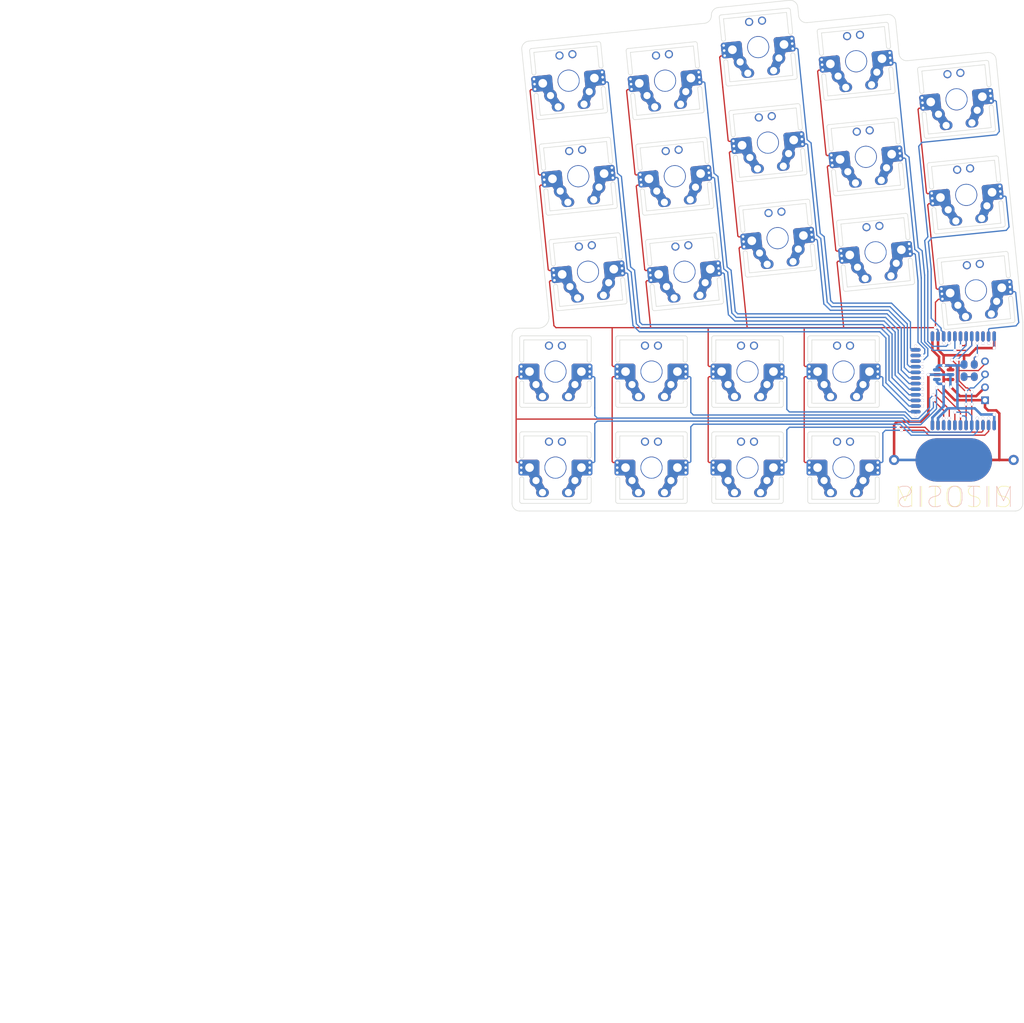
<source format=kicad_pcb>
(kicad_pcb (version 4) (host pcbnew 4.0.6)
  (layers (0 F.Cu signal) (31 B.Cu signal) (34 B.Paste user) (35 F.Paste user) (36 B.SilkS user) (37 F.SilkS user) (38 B.Mask user) (39 F.Mask user) (44 Edge.Cuts user))
  (net 0 "")
  (net 1 S23)
  (net 2 S22)
  (net 3 S21)
  (net 4 S20)
  (net 5 S19)
  (net 6 S18)
  (net 7 S17)
  (net 8 S16)
  (net 9 S15)
  (net 10 S14)
  (net 11 S13)
  (net 12 S12)
  (net 13 S11)
  (net 14 S10)
  (net 15 S9)
  (net 16 S8)
  (net 17 S7)
  (net 18 S6)
  (net 19 S5)
  (net 20 S4)
  (net 21 S3)
  (net 22 S2)
  (net 23 S1)
  (net 24 GND)
  (net 25 VCC)
  (net 26 SWDIO)
  (net 27 SWCLK)
  (net 28 W23)
  (net 29 W26)
  (net 30 GND_P)
  (net 31 L1)
  (net 32 L2)
  (net 33 LED)
  (module cherry (layer F.Cu) (at 43.71443 29.74736)
    (fp_text reference S2 hide)
    (fp_text value Switch hide)
    (pad 7 thru_hole circle (at -6.76675 -0.31781 5.8) (size 1 1) (drill 0.5) (layers *.Cu *.Paste *.Mask) (net 24 GND))
    (pad 11 thru_hole circle (at -6.56464 1.67196 5.8) (size 1 1) (drill 0.5) (layers *.Cu *.Paste *.Mask) (net 24 GND))
    (pad 9 thru_hole circle (at -6.6657 0.67708 5.8) (size 1 1) (drill 0.5) (layers *.Cu *.Paste *.Mask) (net 24 GND))
    (pad 4 thru_hole oval (at 3.01983 4.59515 5.8) (size 2.5 1.8) (drill 1.4) (layers *.Cu *.Paste *.Mask) (net 22 S2))
    (pad 1 thru_hole circle (at -3.53381 2.91202 5.8) (size 2.5 2.5) (drill 1.4) (layers *.Cu *.Paste *.Mask) (net 24 GND))
    (pad 3 thru_hole oval (at -2.03416 5.10852 5.8) (size 2.5 1.8) (drill 1.4) (layers *.Cu *.Paste *.Mask) (net 24 GND))
    (pad 2 thru_hole circle (at 4.04718 2.14197 5.8) (size 2.5 2.5) (drill 1.4) (layers *.Cu *.Paste *.Mask) (net 22 S2))
    (pad 5 thru_hole circle (at -5.05399 0.51337 5.8) (size 2 2) (drill 1.7018) (layers *.Cu *.Paste *.Mask) (net 24 GND))
    (pad 6 thru_hole circle (at 5.054 -0.51337 5.8) (size 2 2) (drill 1.7018) (layers *.Cu *.Paste *.Mask) (net 22 S2))
    (pad 0 thru_hole circle (at 0 0 5.8) (size 4.3 4.3) (drill 3.9878) (layers *.Cu *.Paste *.Mask))
    (pad 10 thru_hole circle (at 6.6657 -0.67708 185.8) (size 1 1) (drill 0.5) (layers *.Cu *.Paste *.Mask) (net 22 S2))
    (pad 8 thru_hole circle (at 6.56465 -1.67196 185.8) (size 1 1) (drill 0.5) (layers *.Cu *.Paste *.Mask) (net 22 S2))
    (pad 12 thru_hole circle (at 6.76676 0.3178 185.8) (size 1 1) (drill 0.5) (layers *.Cu *.Paste *.Mask) (net 22 S2))
    (pad 0 thru_hole circle (at 0.75014 -5.18234 5.8) (size 1.6 1.6) (drill 1.1) (layers *.Cu *.Paste *.Mask))
    (pad 0 thru_hole circle (at -1.77686 -4.92565 5.8) (size 1.6 1.6) (drill 1.1) (layers *.Cu *.Paste *.Mask))
  )
  (module cherry (layer F.Cu) (at 61.94323 23.17156)
    (fp_text reference S3 hide)
    (fp_text value Switch hide)
    (pad 7 thru_hole circle (at -6.76676 -0.3178 5.8) (size 1 1) (drill 0.5) (layers *.Cu *.Paste *.Mask) (net 24 GND))
    (pad 11 thru_hole circle (at -6.56465 1.67196 5.8) (size 1 1) (drill 0.5) (layers *.Cu *.Paste *.Mask) (net 24 GND))
    (pad 9 thru_hole circle (at -6.6657 0.67708 5.8) (size 1 1) (drill 0.5) (layers *.Cu *.Paste *.Mask) (net 24 GND))
    (pad 4 thru_hole oval (at 3.01983 4.59515 5.8) (size 2.5 1.8) (drill 1.4) (layers *.Cu *.Paste *.Mask) (net 21 S3))
    (pad 1 thru_hole circle (at -3.53382 2.91202 5.8) (size 2.5 2.5) (drill 1.4) (layers *.Cu *.Paste *.Mask) (net 24 GND))
    (pad 3 thru_hole oval (at -2.03417 5.10852 5.8) (size 2.5 1.8) (drill 1.4) (layers *.Cu *.Paste *.Mask) (net 24 GND))
    (pad 2 thru_hole circle (at 4.04717 2.14197 5.8) (size 2.5 2.5) (drill 1.4) (layers *.Cu *.Paste *.Mask) (net 21 S3))
    (pad 5 thru_hole circle (at -5.054 0.51337 5.8) (size 2 2) (drill 1.7018) (layers *.Cu *.Paste *.Mask) (net 24 GND))
    (pad 6 thru_hole circle (at 5.05399 -0.51337 5.8) (size 2 2) (drill 1.7018) (layers *.Cu *.Paste *.Mask) (net 21 S3))
    (pad 0 thru_hole circle (at 0 0 5.8) (size 4.3 4.3) (drill 3.9878) (layers *.Cu *.Paste *.Mask))
    (pad 10 thru_hole circle (at 6.6657 -0.67708 185.8) (size 1 1) (drill 0.5) (layers *.Cu *.Paste *.Mask) (net 21 S3))
    (pad 8 thru_hole circle (at 6.56464 -1.67196 185.8) (size 1 1) (drill 0.5) (layers *.Cu *.Paste *.Mask) (net 21 S3))
    (pad 12 thru_hole circle (at 6.76675 0.31781 185.8) (size 1 1) (drill 0.5) (layers *.Cu *.Paste *.Mask) (net 21 S3))
    (pad 0 thru_hole circle (at 0.75013 -5.18234 5.8) (size 1.6 1.6) (drill 1.1) (layers *.Cu *.Paste *.Mask))
    (pad 0 thru_hole circle (at -1.77687 -4.92565 5.8) (size 1.6 1.6) (drill 1.1) (layers *.Cu *.Paste *.Mask))
  )
  (module cherry (layer F.Cu) (at 81.12195 25.94764)
    (fp_text reference S4 hide)
    (fp_text value Switch hide)
    (pad 7 thru_hole circle (at -6.76676 -0.3178 5.8) (size 1 1) (drill 0.5) (layers *.Cu *.Paste *.Mask) (net 24 GND))
    (pad 11 thru_hole circle (at -6.56465 1.67196 5.8) (size 1 1) (drill 0.5) (layers *.Cu *.Paste *.Mask) (net 24 GND))
    (pad 9 thru_hole circle (at -6.6657 0.67708 5.8) (size 1 1) (drill 0.5) (layers *.Cu *.Paste *.Mask) (net 24 GND))
    (pad 4 thru_hole oval (at 3.01983 4.59516 5.8) (size 2.5 1.8) (drill 1.4) (layers *.Cu *.Paste *.Mask) (net 20 S4))
    (pad 1 thru_hole circle (at -3.53382 2.91202 5.8) (size 2.5 2.5) (drill 1.4) (layers *.Cu *.Paste *.Mask) (net 24 GND))
    (pad 3 thru_hole oval (at -2.03417 5.10852 5.8) (size 2.5 1.8) (drill 1.4) (layers *.Cu *.Paste *.Mask) (net 24 GND))
    (pad 2 thru_hole circle (at 4.04717 2.14197 5.8) (size 2.5 2.5) (drill 1.4) (layers *.Cu *.Paste *.Mask) (net 20 S4))
    (pad 5 thru_hole circle (at -5.054 0.51337 5.8) (size 2 2) (drill 1.7018) (layers *.Cu *.Paste *.Mask) (net 24 GND))
    (pad 6 thru_hole circle (at 5.05399 -0.51336 5.8) (size 2 2) (drill 1.7018) (layers *.Cu *.Paste *.Mask) (net 20 S4))
    (pad 0 thru_hole circle (at 0 0 5.8) (size 4.3 4.3) (drill 3.9878) (layers *.Cu *.Paste *.Mask))
    (pad 10 thru_hole circle (at 6.6657 -0.67707 185.8) (size 1 1) (drill 0.5) (layers *.Cu *.Paste *.Mask) (net 20 S4))
    (pad 8 thru_hole circle (at 6.56464 -1.67195 185.8) (size 1 1) (drill 0.5) (layers *.Cu *.Paste *.Mask) (net 20 S4))
    (pad 12 thru_hole circle (at 6.76675 0.31781 185.8) (size 1 1) (drill 0.5) (layers *.Cu *.Paste *.Mask) (net 20 S4))
    (pad 0 thru_hole circle (at 0.75013 -5.18233 5.8) (size 1.6 1.6) (drill 1.1) (layers *.Cu *.Paste *.Mask))
    (pad 0 thru_hole circle (at -1.77687 -4.92565 5.8) (size 1.6 1.6) (drill 1.1) (layers *.Cu *.Paste *.Mask))
  )
  (module cherry (layer F.Cu) (at 100.77563 33.39966)
    (fp_text reference S5 hide)
    (fp_text value Switch hide)
    (pad 7 thru_hole circle (at -6.76675 -0.3178 5.8) (size 1 1) (drill 0.5) (layers *.Cu *.Paste *.Mask) (net 24 GND))
    (pad 11 thru_hole circle (at -6.56464 1.67196 5.8) (size 1 1) (drill 0.5) (layers *.Cu *.Paste *.Mask) (net 24 GND))
    (pad 9 thru_hole circle (at -6.6657 0.67708 5.8) (size 1 1) (drill 0.5) (layers *.Cu *.Paste *.Mask) (net 24 GND))
    (pad 4 thru_hole oval (at 3.01983 4.59515 5.8) (size 2.5 1.8) (drill 1.4) (layers *.Cu *.Paste *.Mask) (net 19 S5))
    (pad 1 thru_hole circle (at -3.53381 2.91202 5.8) (size 2.5 2.5) (drill 1.4) (layers *.Cu *.Paste *.Mask) (net 24 GND))
    (pad 3 thru_hole oval (at -2.03416 5.10852 5.8) (size 2.5 1.8) (drill 1.4) (layers *.Cu *.Paste *.Mask) (net 24 GND))
    (pad 2 thru_hole circle (at 4.04718 2.14197 5.8) (size 2.5 2.5) (drill 1.4) (layers *.Cu *.Paste *.Mask) (net 19 S5))
    (pad 5 thru_hole circle (at -5.05399 0.51337 5.8) (size 2 2) (drill 1.7018) (layers *.Cu *.Paste *.Mask) (net 24 GND))
    (pad 6 thru_hole circle (at 5.054 -0.51336 5.8) (size 2 2) (drill 1.7018) (layers *.Cu *.Paste *.Mask) (net 19 S5))
    (pad 0 thru_hole circle (at 0 0 5.8) (size 4.3 4.3) (drill 3.9878) (layers *.Cu *.Paste *.Mask))
    (pad 10 thru_hole circle (at 6.6657 -0.67707 185.8) (size 1 1) (drill 0.5) (layers *.Cu *.Paste *.Mask) (net 19 S5))
    (pad 8 thru_hole circle (at 6.56465 -1.67195 185.8) (size 1 1) (drill 0.5) (layers *.Cu *.Paste *.Mask) (net 19 S5))
    (pad 12 thru_hole circle (at 6.76676 0.31781 185.8) (size 1 1) (drill 0.5) (layers *.Cu *.Paste *.Mask) (net 19 S5))
    (pad 0 thru_hole circle (at 0.75014 -5.18233 5.8) (size 1.6 1.6) (drill 1.1) (layers *.Cu *.Paste *.Mask))
    (pad 0 thru_hole circle (at -1.77686 -4.92565 5.8) (size 1.6 1.6) (drill 1.1) (layers *.Cu *.Paste *.Mask))
  )
  (module cherry (layer F.Cu) (at 26.71752 48.45075)
    (fp_text reference S6 hide)
    (fp_text value Switch hide)
    (pad 7 thru_hole circle (at -6.76676 -0.3178 5.8) (size 1 1) (drill 0.5) (layers *.Cu *.Paste *.Mask) (net 24 GND))
    (pad 11 thru_hole circle (at -6.56465 1.67196 5.8) (size 1 1) (drill 0.5) (layers *.Cu *.Paste *.Mask) (net 24 GND))
    (pad 9 thru_hole circle (at -6.6657 0.67708 5.8) (size 1 1) (drill 0.5) (layers *.Cu *.Paste *.Mask) (net 24 GND))
    (pad 4 thru_hole oval (at 3.01982 4.59515 5.8) (size 2.5 1.8) (drill 1.4) (layers *.Cu *.Paste *.Mask) (net 18 S6))
    (pad 1 thru_hole circle (at -3.53382 2.91202 5.8) (size 2.5 2.5) (drill 1.4) (layers *.Cu *.Paste *.Mask) (net 24 GND))
    (pad 3 thru_hole oval (at -2.03417 5.10852 5.8) (size 2.5 1.8) (drill 1.4) (layers *.Cu *.Paste *.Mask) (net 24 GND))
    (pad 2 thru_hole circle (at 4.04717 2.14197 5.8) (size 2.5 2.5) (drill 1.4) (layers *.Cu *.Paste *.Mask) (net 18 S6))
    (pad 5 thru_hole circle (at -5.054 0.51337 5.8) (size 2 2) (drill 1.7018) (layers *.Cu *.Paste *.Mask) (net 24 GND))
    (pad 6 thru_hole circle (at 5.05399 -0.51336 5.8) (size 2 2) (drill 1.7018) (layers *.Cu *.Paste *.Mask) (net 18 S6))
    (pad 0 thru_hole circle (at 0 0 5.8) (size 4.3 4.3) (drill 3.9878) (layers *.Cu *.Paste *.Mask))
    (pad 10 thru_hole circle (at 6.6657 -0.67707 185.8) (size 1 1) (drill 0.5) (layers *.Cu *.Paste *.Mask) (net 18 S6))
    (pad 8 thru_hole circle (at 6.56464 -1.67195 185.8) (size 1 1) (drill 0.5) (layers *.Cu *.Paste *.Mask) (net 18 S6))
    (pad 12 thru_hole circle (at 6.76675 0.31781 185.8) (size 1 1) (drill 0.5) (layers *.Cu *.Paste *.Mask) (net 18 S6))
    (pad 0 thru_hole circle (at 0.75013 -5.18233 5.8) (size 1.6 1.6) (drill 1.1) (layers *.Cu *.Paste *.Mask))
    (pad 0 thru_hole circle (at -1.77687 -4.92565 5.8) (size 1.6 1.6) (drill 1.1) (layers *.Cu *.Paste *.Mask))
  )
  (module cherry (layer F.Cu) (at 45.61429 48.45112)
    (fp_text reference S7 hide)
    (fp_text value Switch hide)
    (pad 7 thru_hole circle (at -6.76675 -0.31781 5.8) (size 1 1) (drill 0.5) (layers *.Cu *.Paste *.Mask) (net 24 GND))
    (pad 11 thru_hole circle (at -6.56464 1.67196 5.8) (size 1 1) (drill 0.5) (layers *.Cu *.Paste *.Mask) (net 24 GND))
    (pad 9 thru_hole circle (at -6.6657 0.67708 5.8) (size 1 1) (drill 0.5) (layers *.Cu *.Paste *.Mask) (net 24 GND))
    (pad 4 thru_hole oval (at 3.01983 4.59515 5.8) (size 2.5 1.8) (drill 1.4) (layers *.Cu *.Paste *.Mask) (net 17 S7))
    (pad 1 thru_hole circle (at -3.53381 2.91202 5.8) (size 2.5 2.5) (drill 1.4) (layers *.Cu *.Paste *.Mask) (net 24 GND))
    (pad 3 thru_hole oval (at -2.03416 5.10852 5.8) (size 2.5 1.8) (drill 1.4) (layers *.Cu *.Paste *.Mask) (net 24 GND))
    (pad 2 thru_hole circle (at 4.04718 2.14197 5.8) (size 2.5 2.5) (drill 1.4) (layers *.Cu *.Paste *.Mask) (net 17 S7))
    (pad 5 thru_hole circle (at -5.05399 0.51337 5.8) (size 2 2) (drill 1.7018) (layers *.Cu *.Paste *.Mask) (net 24 GND))
    (pad 6 thru_hole circle (at 5.054 -0.51337 5.8) (size 2 2) (drill 1.7018) (layers *.Cu *.Paste *.Mask) (net 17 S7))
    (pad 0 thru_hole circle (at 0 0 5.8) (size 4.3 4.3) (drill 3.9878) (layers *.Cu *.Paste *.Mask))
    (pad 10 thru_hole circle (at 6.6657 -0.67708 185.8) (size 1 1) (drill 0.5) (layers *.Cu *.Paste *.Mask) (net 17 S7))
    (pad 8 thru_hole circle (at 6.56465 -1.67196 185.8) (size 1 1) (drill 0.5) (layers *.Cu *.Paste *.Mask) (net 17 S7))
    (pad 12 thru_hole circle (at 6.76676 0.3178 185.8) (size 1 1) (drill 0.5) (layers *.Cu *.Paste *.Mask) (net 17 S7))
    (pad 0 thru_hole circle (at 0.75014 -5.18234 5.8) (size 1.6 1.6) (drill 1.1) (layers *.Cu *.Paste *.Mask))
    (pad 0 thru_hole circle (at -1.77686 -4.92565 5.8) (size 1.6 1.6) (drill 1.1) (layers *.Cu *.Paste *.Mask))
  )
  (module cherry (layer F.Cu) (at 63.84309 41.87532)
    (fp_text reference S8 hide)
    (fp_text value Switch hide)
    (pad 7 thru_hole circle (at -6.76676 -0.3178 5.8) (size 1 1) (drill 0.5) (layers *.Cu *.Paste *.Mask) (net 24 GND))
    (pad 11 thru_hole circle (at -6.56465 1.67196 5.8) (size 1 1) (drill 0.5) (layers *.Cu *.Paste *.Mask) (net 24 GND))
    (pad 9 thru_hole circle (at -6.6657 0.67708 5.8) (size 1 1) (drill 0.5) (layers *.Cu *.Paste *.Mask) (net 24 GND))
    (pad 4 thru_hole oval (at 3.01982 4.59515 5.8) (size 2.5 1.8) (drill 1.4) (layers *.Cu *.Paste *.Mask) (net 16 S8))
    (pad 1 thru_hole circle (at -3.53382 2.91202 5.8) (size 2.5 2.5) (drill 1.4) (layers *.Cu *.Paste *.Mask) (net 24 GND))
    (pad 3 thru_hole oval (at -2.03417 5.10852 5.8) (size 2.5 1.8) (drill 1.4) (layers *.Cu *.Paste *.Mask) (net 24 GND))
    (pad 2 thru_hole circle (at 4.04717 2.14197 5.8) (size 2.5 2.5) (drill 1.4) (layers *.Cu *.Paste *.Mask) (net 16 S8))
    (pad 5 thru_hole circle (at -5.054 0.51337 5.8) (size 2 2) (drill 1.7018) (layers *.Cu *.Paste *.Mask) (net 24 GND))
    (pad 6 thru_hole circle (at 5.05399 -0.51337 5.8) (size 2 2) (drill 1.7018) (layers *.Cu *.Paste *.Mask) (net 16 S8))
    (pad 0 thru_hole circle (at 0 0 5.8) (size 4.3 4.3) (drill 3.9878) (layers *.Cu *.Paste *.Mask))
    (pad 10 thru_hole circle (at 6.66569 -0.67708 185.8) (size 1 1) (drill 0.5) (layers *.Cu *.Paste *.Mask) (net 16 S8))
    (pad 8 thru_hole circle (at 6.56464 -1.67196 185.8) (size 1 1) (drill 0.5) (layers *.Cu *.Paste *.Mask) (net 16 S8))
    (pad 12 thru_hole circle (at 6.76675 0.3178 185.8) (size 1 1) (drill 0.5) (layers *.Cu *.Paste *.Mask) (net 16 S8))
    (pad 0 thru_hole circle (at 0.75013 -5.18234 5.8) (size 1.6 1.6) (drill 1.1) (layers *.Cu *.Paste *.Mask))
    (pad 0 thru_hole circle (at -1.77687 -4.92565 5.8) (size 1.6 1.6) (drill 1.1) (layers *.Cu *.Paste *.Mask))
  )
  (module cherry (layer F.Cu) (at 83.02181 44.6514)
    (fp_text reference S9 hide)
    (fp_text value Switch hide)
    (pad 7 thru_hole circle (at -6.76676 -0.3178 5.8) (size 1 1) (drill 0.5) (layers *.Cu *.Paste *.Mask) (net 24 GND))
    (pad 11 thru_hole circle (at -6.56465 1.67196 5.8) (size 1 1) (drill 0.5) (layers *.Cu *.Paste *.Mask) (net 24 GND))
    (pad 9 thru_hole circle (at -6.6657 0.67708 5.8) (size 1 1) (drill 0.5) (layers *.Cu *.Paste *.Mask) (net 24 GND))
    (pad 4 thru_hole oval (at 3.01982 4.59515 5.8) (size 2.5 1.8) (drill 1.4) (layers *.Cu *.Paste *.Mask) (net 15 S9))
    (pad 1 thru_hole circle (at -3.53382 2.91202 5.8) (size 2.5 2.5) (drill 1.4) (layers *.Cu *.Paste *.Mask) (net 24 GND))
    (pad 3 thru_hole oval (at -2.03417 5.10852 5.8) (size 2.5 1.8) (drill 1.4) (layers *.Cu *.Paste *.Mask) (net 24 GND))
    (pad 2 thru_hole circle (at 4.04717 2.14197 5.8) (size 2.5 2.5) (drill 1.4) (layers *.Cu *.Paste *.Mask) (net 15 S9))
    (pad 5 thru_hole circle (at -5.054 0.51337 5.8) (size 2 2) (drill 1.7018) (layers *.Cu *.Paste *.Mask) (net 24 GND))
    (pad 6 thru_hole circle (at 5.05399 -0.51337 5.8) (size 2 2) (drill 1.7018) (layers *.Cu *.Paste *.Mask) (net 15 S9))
    (pad 0 thru_hole circle (at 0 0 5.8) (size 4.3 4.3) (drill 3.9878) (layers *.Cu *.Paste *.Mask))
    (pad 10 thru_hole circle (at 6.66569 -0.67708 185.8) (size 1 1) (drill 0.5) (layers *.Cu *.Paste *.Mask) (net 15 S9))
    (pad 8 thru_hole circle (at 6.56464 -1.67196 185.8) (size 1 1) (drill 0.5) (layers *.Cu *.Paste *.Mask) (net 15 S9))
    (pad 12 thru_hole circle (at 6.76675 0.31781 185.8) (size 1 1) (drill 0.5) (layers *.Cu *.Paste *.Mask) (net 15 S9))
    (pad 0 thru_hole circle (at 0.75013 -5.18234 5.8) (size 1.6 1.6) (drill 1.1) (layers *.Cu *.Paste *.Mask))
    (pad 0 thru_hole circle (at -1.77687 -4.92565 5.8) (size 1.6 1.6) (drill 1.1) (layers *.Cu *.Paste *.Mask))
  )
  (module cherry (layer F.Cu) (at 102.67549 52.10342)
    (fp_text reference S10 hide)
    (fp_text value Switch hide)
    (pad 7 thru_hole circle (at -6.76675 -0.3178 5.8) (size 1 1) (drill 0.5) (layers *.Cu *.Paste *.Mask) (net 24 GND))
    (pad 11 thru_hole circle (at -6.56464 1.67196 5.8) (size 1 1) (drill 0.5) (layers *.Cu *.Paste *.Mask) (net 24 GND))
    (pad 9 thru_hole circle (at -6.6657 0.67708 5.8) (size 1 1) (drill 0.5) (layers *.Cu *.Paste *.Mask) (net 24 GND))
    (pad 4 thru_hole oval (at 3.01983 4.59515 5.8) (size 2.5 1.8) (drill 1.4) (layers *.Cu *.Paste *.Mask) (net 14 S10))
    (pad 1 thru_hole circle (at -3.53381 2.91202 5.8) (size 2.5 2.5) (drill 1.4) (layers *.Cu *.Paste *.Mask) (net 24 GND))
    (pad 3 thru_hole oval (at -2.03416 5.10852 5.8) (size 2.5 1.8) (drill 1.4) (layers *.Cu *.Paste *.Mask) (net 24 GND))
    (pad 2 thru_hole circle (at 4.04718 2.14197 5.8) (size 2.5 2.5) (drill 1.4) (layers *.Cu *.Paste *.Mask) (net 14 S10))
    (pad 5 thru_hole circle (at -5.05399 0.51337 5.8) (size 2 2) (drill 1.7018) (layers *.Cu *.Paste *.Mask) (net 24 GND))
    (pad 6 thru_hole circle (at 5.054 -0.51337 5.8) (size 2 2) (drill 1.7018) (layers *.Cu *.Paste *.Mask) (net 14 S10))
    (pad 0 thru_hole circle (at 0 0 5.8) (size 4.3 4.3) (drill 3.9878) (layers *.Cu *.Paste *.Mask))
    (pad 10 thru_hole circle (at 6.6657 -0.67708 185.8) (size 1 1) (drill 0.5) (layers *.Cu *.Paste *.Mask) (net 14 S10))
    (pad 8 thru_hole circle (at 6.56464 -1.67196 185.8) (size 1 1) (drill 0.5) (layers *.Cu *.Paste *.Mask) (net 14 S10))
    (pad 12 thru_hole circle (at 6.76676 0.3178 185.8) (size 1 1) (drill 0.5) (layers *.Cu *.Paste *.Mask) (net 14 S10))
    (pad 0 thru_hole circle (at 0.75014 -5.18234 5.8) (size 1.6 1.6) (drill 1.1) (layers *.Cu *.Paste *.Mask))
    (pad 0 thru_hole circle (at -1.77686 -4.92565 5.8) (size 1.6 1.6) (drill 1.1) (layers *.Cu *.Paste *.Mask))
  )
  (module cherry (layer F.Cu) (at 28.61738 67.15451)
    (fp_text reference S11 hide)
    (fp_text value Switch hide)
    (pad 7 thru_hole circle (at -6.76676 -0.31781 5.8) (size 1 1) (drill 0.5) (layers *.Cu *.Paste *.Mask) (net 24 GND))
    (pad 11 thru_hole circle (at -6.56465 1.67196 5.8) (size 1 1) (drill 0.5) (layers *.Cu *.Paste *.Mask) (net 24 GND))
    (pad 9 thru_hole circle (at -6.6657 0.67708 5.8) (size 1 1) (drill 0.5) (layers *.Cu *.Paste *.Mask) (net 24 GND))
    (pad 4 thru_hole oval (at 3.01982 4.59515 5.8) (size 2.5 1.8) (drill 1.4) (layers *.Cu *.Paste *.Mask) (net 13 S11))
    (pad 1 thru_hole circle (at -3.53382 2.91202 5.8) (size 2.5 2.5) (drill 1.4) (layers *.Cu *.Paste *.Mask) (net 24 GND))
    (pad 3 thru_hole oval (at -2.03417 5.10851 5.8) (size 2.5 1.8) (drill 1.4) (layers *.Cu *.Paste *.Mask) (net 24 GND))
    (pad 2 thru_hole circle (at 4.04717 2.14197 5.8) (size 2.5 2.5) (drill 1.4) (layers *.Cu *.Paste *.Mask) (net 13 S11))
    (pad 5 thru_hole circle (at -5.054 0.51336 5.8) (size 2 2) (drill 1.7018) (layers *.Cu *.Paste *.Mask) (net 24 GND))
    (pad 6 thru_hole circle (at 5.05399 -0.51337 5.8) (size 2 2) (drill 1.7018) (layers *.Cu *.Paste *.Mask) (net 13 S11))
    (pad 0 thru_hole circle (at 0 0 5.8) (size 4.3 4.3) (drill 3.9878) (layers *.Cu *.Paste *.Mask))
    (pad 10 thru_hole circle (at 6.66569 -0.67708 185.8) (size 1 1) (drill 0.5) (layers *.Cu *.Paste *.Mask) (net 13 S11))
    (pad 8 thru_hole circle (at 6.56464 -1.67196 185.8) (size 1 1) (drill 0.5) (layers *.Cu *.Paste *.Mask) (net 13 S11))
    (pad 12 thru_hole circle (at 6.76675 0.3178 185.8) (size 1 1) (drill 0.5) (layers *.Cu *.Paste *.Mask) (net 13 S11))
    (pad 0 thru_hole circle (at 0.75013 -5.18234 5.8) (size 1.6 1.6) (drill 1.1) (layers *.Cu *.Paste *.Mask))
    (pad 0 thru_hole circle (at -1.77687 -4.92565 5.8) (size 1.6 1.6) (drill 1.1) (layers *.Cu *.Paste *.Mask))
  )
  (module cherry (layer F.Cu) (at 47.51415 67.15487)
    (fp_text reference S12 hide)
    (fp_text value Switch hide)
    (pad 7 thru_hole circle (at -6.76676 -0.3178 5.8) (size 1 1) (drill 0.5) (layers *.Cu *.Paste *.Mask) (net 24 GND))
    (pad 11 thru_hole circle (at -6.56464 1.67196 5.8) (size 1 1) (drill 0.5) (layers *.Cu *.Paste *.Mask) (net 24 GND))
    (pad 9 thru_hole circle (at -6.6657 0.67708 5.8) (size 1 1) (drill 0.5) (layers *.Cu *.Paste *.Mask) (net 24 GND))
    (pad 4 thru_hole oval (at 3.01983 4.59516 5.8) (size 2.5 1.8) (drill 1.4) (layers *.Cu *.Paste *.Mask) (net 12 S12))
    (pad 1 thru_hole circle (at -3.53381 2.91202 5.8) (size 2.5 2.5) (drill 1.4) (layers *.Cu *.Paste *.Mask) (net 24 GND))
    (pad 3 thru_hole oval (at -2.03417 5.10852 5.8) (size 2.5 1.8) (drill 1.4) (layers *.Cu *.Paste *.Mask) (net 24 GND))
    (pad 2 thru_hole circle (at 4.04718 2.14198 5.8) (size 2.5 2.5) (drill 1.4) (layers *.Cu *.Paste *.Mask) (net 12 S12))
    (pad 5 thru_hole circle (at -5.05399 0.51337 5.8) (size 2 2) (drill 1.7018) (layers *.Cu *.Paste *.Mask) (net 24 GND))
    (pad 6 thru_hole circle (at 5.05399 -0.51336 5.8) (size 2 2) (drill 1.7018) (layers *.Cu *.Paste *.Mask) (net 12 S12))
    (pad 0 thru_hole circle (at 0 0 5.8) (size 4.3 4.3) (drill 3.9878) (layers *.Cu *.Paste *.Mask))
    (pad 10 thru_hole circle (at 6.6657 -0.67707 185.8) (size 1 1) (drill 0.5) (layers *.Cu *.Paste *.Mask) (net 12 S12))
    (pad 8 thru_hole circle (at 6.56464 -1.67195 185.8) (size 1 1) (drill 0.5) (layers *.Cu *.Paste *.Mask) (net 12 S12))
    (pad 12 thru_hole circle (at 6.76676 0.31781 185.8) (size 1 1) (drill 0.5) (layers *.Cu *.Paste *.Mask) (net 12 S12))
    (pad 0 thru_hole circle (at 0.75013 -5.18233 5.8) (size 1.6 1.6) (drill 1.1) (layers *.Cu *.Paste *.Mask))
    (pad 0 thru_hole circle (at -1.77687 -4.92565 5.8) (size 1.6 1.6) (drill 1.1) (layers *.Cu *.Paste *.Mask))
  )
  (module cherry (layer F.Cu) (at 65.74294 60.57907)
    (fp_text reference S13 hide)
    (fp_text value Switch hide)
    (pad 7 thru_hole circle (at -6.76675 -0.3178 5.8) (size 1 1) (drill 0.5) (layers *.Cu *.Paste *.Mask) (net 24 GND))
    (pad 11 thru_hole circle (at -6.56464 1.67196 5.8) (size 1 1) (drill 0.5) (layers *.Cu *.Paste *.Mask) (net 24 GND))
    (pad 9 thru_hole circle (at -6.6657 0.67708 5.8) (size 1 1) (drill 0.5) (layers *.Cu *.Paste *.Mask) (net 24 GND))
    (pad 4 thru_hole oval (at 3.01983 4.59516 5.8) (size 2.5 1.8) (drill 1.4) (layers *.Cu *.Paste *.Mask) (net 11 S13))
    (pad 1 thru_hole circle (at -3.53381 2.91203 5.8) (size 2.5 2.5) (drill 1.4) (layers *.Cu *.Paste *.Mask) (net 24 GND))
    (pad 3 thru_hole oval (at -2.03416 5.10852 5.8) (size 2.5 1.8) (drill 1.4) (layers *.Cu *.Paste *.Mask) (net 24 GND))
    (pad 2 thru_hole circle (at 4.04718 2.14198 5.8) (size 2.5 2.5) (drill 1.4) (layers *.Cu *.Paste *.Mask) (net 11 S13))
    (pad 5 thru_hole circle (at -5.05399 0.51337 5.8) (size 2 2) (drill 1.7018) (layers *.Cu *.Paste *.Mask) (net 24 GND))
    (pad 6 thru_hole circle (at 5.054 -0.51336 5.8) (size 2 2) (drill 1.7018) (layers *.Cu *.Paste *.Mask) (net 11 S13))
    (pad 0 thru_hole circle (at 0 0 5.8) (size 4.3 4.3) (drill 3.9878) (layers *.Cu *.Paste *.Mask))
    (pad 10 thru_hole circle (at 6.6657 -0.67707 185.8) (size 1 1) (drill 0.5) (layers *.Cu *.Paste *.Mask) (net 11 S13))
    (pad 8 thru_hole circle (at 6.56464 -1.67195 185.8) (size 1 1) (drill 0.5) (layers *.Cu *.Paste *.Mask) (net 11 S13))
    (pad 12 thru_hole circle (at 6.76676 0.31781 185.8) (size 1 1) (drill 0.5) (layers *.Cu *.Paste *.Mask) (net 11 S13))
    (pad 0 thru_hole circle (at 0.75014 -5.18233 5.8) (size 1.6 1.6) (drill 1.1) (layers *.Cu *.Paste *.Mask))
    (pad 0 thru_hole circle (at -1.77686 -4.92565 5.8) (size 1.6 1.6) (drill 1.1) (layers *.Cu *.Paste *.Mask))
  )
  (module cherry (layer F.Cu) (at 84.92166 63.35516)
    (fp_text reference S14 hide)
    (fp_text value Switch hide)
    (pad 7 thru_hole circle (at -6.76675 -0.31781 5.8) (size 1 1) (drill 0.5) (layers *.Cu *.Paste *.Mask) (net 24 GND))
    (pad 11 thru_hole circle (at -6.56464 1.67195 5.8) (size 1 1) (drill 0.5) (layers *.Cu *.Paste *.Mask) (net 24 GND))
    (pad 9 thru_hole circle (at -6.66569 0.67707 5.8) (size 1 1) (drill 0.5) (layers *.Cu *.Paste *.Mask) (net 24 GND))
    (pad 4 thru_hole oval (at 3.01983 4.59515 5.8) (size 2.5 1.8) (drill 1.4) (layers *.Cu *.Paste *.Mask) (net 10 S14))
    (pad 1 thru_hole circle (at -3.53381 2.91202 5.8) (size 2.5 2.5) (drill 1.4) (layers *.Cu *.Paste *.Mask) (net 24 GND))
    (pad 3 thru_hole oval (at -2.03416 5.10851 5.8) (size 2.5 1.8) (drill 1.4) (layers *.Cu *.Paste *.Mask) (net 24 GND))
    (pad 2 thru_hole circle (at 4.04718 2.14197 5.8) (size 2.5 2.5) (drill 1.4) (layers *.Cu *.Paste *.Mask) (net 10 S14))
    (pad 5 thru_hole circle (at -5.05399 0.51336 5.8) (size 2 2) (drill 1.7018) (layers *.Cu *.Paste *.Mask) (net 24 GND))
    (pad 6 thru_hole circle (at 5.054 -0.51337 5.8) (size 2 2) (drill 1.7018) (layers *.Cu *.Paste *.Mask) (net 10 S14))
    (pad 0 thru_hole circle (at 0 0 5.8) (size 4.3 4.3) (drill 3.9878) (layers *.Cu *.Paste *.Mask))
    (pad 10 thru_hole circle (at 6.6657 -0.67708 185.8) (size 1 1) (drill 0.5) (layers *.Cu *.Paste *.Mask) (net 10 S14))
    (pad 8 thru_hole circle (at 6.56465 -1.67196 185.8) (size 1 1) (drill 0.5) (layers *.Cu *.Paste *.Mask) (net 10 S14))
    (pad 12 thru_hole circle (at 6.76676 0.3178 185.8) (size 1 1) (drill 0.5) (layers *.Cu *.Paste *.Mask) (net 10 S14))
    (pad 0 thru_hole circle (at 0.75014 -5.18234 5.8) (size 1.6 1.6) (drill 1.1) (layers *.Cu *.Paste *.Mask))
    (pad 0 thru_hole circle (at -1.77686 -4.92566 5.8) (size 1.6 1.6) (drill 1.1) (layers *.Cu *.Paste *.Mask))
  )
  (module cherry (layer F.Cu) (at 104.57535 70.80717)
    (fp_text reference S15 hide)
    (fp_text value Switch hide)
    (pad 7 thru_hole circle (at -6.76675 -0.3178 5.8) (size 1 1) (drill 0.5) (layers *.Cu *.Paste *.Mask) (net 24 GND))
    (pad 11 thru_hole circle (at -6.56464 1.67196 5.8) (size 1 1) (drill 0.5) (layers *.Cu *.Paste *.Mask) (net 24 GND))
    (pad 9 thru_hole circle (at -6.6657 0.67708 5.8) (size 1 1) (drill 0.5) (layers *.Cu *.Paste *.Mask) (net 24 GND))
    (pad 4 thru_hole oval (at 3.01983 4.59516 5.8) (size 2.5 1.8) (drill 1.4) (layers *.Cu *.Paste *.Mask) (net 9 S15))
    (pad 1 thru_hole circle (at -3.53381 2.91203 5.8) (size 2.5 2.5) (drill 1.4) (layers *.Cu *.Paste *.Mask) (net 24 GND))
    (pad 3 thru_hole oval (at -2.03417 5.10852 5.8) (size 2.5 1.8) (drill 1.4) (layers *.Cu *.Paste *.Mask) (net 24 GND))
    (pad 2 thru_hole circle (at 4.04718 2.14198 5.8) (size 2.5 2.5) (drill 1.4) (layers *.Cu *.Paste *.Mask) (net 9 S15))
    (pad 5 thru_hole circle (at -5.05399 0.51337 5.8) (size 2 2) (drill 1.7018) (layers *.Cu *.Paste *.Mask) (net 24 GND))
    (pad 6 thru_hole circle (at 5.05399 -0.51336 5.8) (size 2 2) (drill 1.7018) (layers *.Cu *.Paste *.Mask) (net 9 S15))
    (pad 0 thru_hole circle (at 0 0 5.8) (size 4.3 4.3) (drill 3.9878) (layers *.Cu *.Paste *.Mask))
    (pad 10 thru_hole circle (at 6.6657 -0.67707 185.8) (size 1 1) (drill 0.5) (layers *.Cu *.Paste *.Mask) (net 9 S15))
    (pad 8 thru_hole circle (at 6.56464 -1.67195 185.8) (size 1 1) (drill 0.5) (layers *.Cu *.Paste *.Mask) (net 9 S15))
    (pad 12 thru_hole circle (at 6.76676 0.31781 185.8) (size 1 1) (drill 0.5) (layers *.Cu *.Paste *.Mask) (net 9 S15))
    (pad 0 thru_hole circle (at 0.75013 -5.18233 5.8) (size 1.6 1.6) (drill 1.1) (layers *.Cu *.Paste *.Mask))
    (pad 0 thru_hole circle (at -1.77686 -4.92565 5.8) (size 1.6 1.6) (drill 1.1) (layers *.Cu *.Paste *.Mask))
  )
  (module cherry (layer F.Cu) (at 22.25 86.7)
    (fp_text reference S16 hide)
    (fp_text value Switch hide)
    (pad 7 thru_hole circle (at -6.7 -1) (size 1 1) (drill 0.5) (layers *.Cu *.Paste *.Mask) (net 24 GND))
    (pad 11 thru_hole circle (at -6.7 1) (size 1 1) (drill 0.5) (layers *.Cu *.Paste *.Mask) (net 24 GND))
    (pad 9 thru_hole circle (at -6.7 0) (size 1 1) (drill 0.5) (layers *.Cu *.Paste *.Mask) (net 24 GND))
    (pad 4 thru_hole oval (at 2.54 4.8768) (size 2.5 1.8) (drill 1.4) (layers *.Cu *.Paste *.Mask) (net 8 S16))
    (pad 1 thru_hole circle (at -3.81 2.54) (size 2.5 2.5) (drill 1.4) (layers *.Cu *.Paste *.Mask) (net 24 GND))
    (pad 3 thru_hole oval (at -2.54 4.8768) (size 2.5 1.8) (drill 1.4) (layers *.Cu *.Paste *.Mask) (net 24 GND))
    (pad 2 thru_hole circle (at 3.81 2.54) (size 2.5 2.5) (drill 1.4) (layers *.Cu *.Paste *.Mask) (net 8 S16))
    (pad 5 thru_hole circle (at -5.08 0) (size 2 2) (drill 1.7018) (layers *.Cu *.Paste *.Mask) (net 24 GND))
    (pad 6 thru_hole circle (at 5.08 0) (size 2 2) (drill 1.7018) (layers *.Cu *.Paste *.Mask) (net 8 S16))
    (pad 0 thru_hole circle (at 0 0) (size 4.3 4.3) (drill 3.9878) (layers *.Cu *.Paste *.Mask))
    (pad 10 thru_hole circle (at 6.7 0 180) (size 1 1) (drill 0.5) (layers *.Cu *.Paste *.Mask) (net 8 S16))
    (pad 8 thru_hole circle (at 6.7 -1 180) (size 1 1) (drill 0.5) (layers *.Cu *.Paste *.Mask) (net 8 S16))
    (pad 12 thru_hole circle (at 6.7 1 180) (size 1 1) (drill 0.5) (layers *.Cu *.Paste *.Mask) (net 8 S16))
    (pad 0 thru_hole circle (at 1.27 -5.08) (size 1.6 1.6) (drill 1.1) (layers *.Cu *.Paste *.Mask))
    (pad 0 thru_hole circle (at -1.27 -5.08) (size 1.6 1.6) (drill 1.1) (layers *.Cu *.Paste *.Mask))
  )
  (module cherry (layer F.Cu) (at 41.05 86.7)
    (fp_text reference S17 hide)
    (fp_text value Switch hide)
    (pad 7 thru_hole circle (at -6.7 -1) (size 1 1) (drill 0.5) (layers *.Cu *.Paste *.Mask) (net 24 GND))
    (pad 11 thru_hole circle (at -6.7 1) (size 1 1) (drill 0.5) (layers *.Cu *.Paste *.Mask) (net 24 GND))
    (pad 9 thru_hole circle (at -6.7 0) (size 1 1) (drill 0.5) (layers *.Cu *.Paste *.Mask) (net 24 GND))
    (pad 4 thru_hole oval (at 2.54 4.8768) (size 2.5 1.8) (drill 1.4) (layers *.Cu *.Paste *.Mask) (net 7 S17))
    (pad 1 thru_hole circle (at -3.81 2.54) (size 2.5 2.5) (drill 1.4) (layers *.Cu *.Paste *.Mask) (net 24 GND))
    (pad 3 thru_hole oval (at -2.54 4.8768) (size 2.5 1.8) (drill 1.4) (layers *.Cu *.Paste *.Mask) (net 24 GND))
    (pad 2 thru_hole circle (at 3.81 2.54) (size 2.5 2.5) (drill 1.4) (layers *.Cu *.Paste *.Mask) (net 7 S17))
    (pad 5 thru_hole circle (at -5.08 0) (size 2 2) (drill 1.7018) (layers *.Cu *.Paste *.Mask) (net 24 GND))
    (pad 6 thru_hole circle (at 5.08 0) (size 2 2) (drill 1.7018) (layers *.Cu *.Paste *.Mask) (net 7 S17))
    (pad 0 thru_hole circle (at 0 0) (size 4.3 4.3) (drill 3.9878) (layers *.Cu *.Paste *.Mask))
    (pad 10 thru_hole circle (at 6.7 0 180) (size 1 1) (drill 0.5) (layers *.Cu *.Paste *.Mask) (net 7 S17))
    (pad 8 thru_hole circle (at 6.7 -1 180) (size 1 1) (drill 0.5) (layers *.Cu *.Paste *.Mask) (net 7 S17))
    (pad 12 thru_hole circle (at 6.7 1 180) (size 1 1) (drill 0.5) (layers *.Cu *.Paste *.Mask) (net 7 S17))
    (pad 0 thru_hole circle (at 1.27 -5.08) (size 1.6 1.6) (drill 1.1) (layers *.Cu *.Paste *.Mask))
    (pad 0 thru_hole circle (at -1.27 -5.08) (size 1.6 1.6) (drill 1.1) (layers *.Cu *.Paste *.Mask))
  )
  (module cherry (layer F.Cu) (at 59.85 86.7)
    (fp_text reference S18 hide)
    (fp_text value Switch hide)
    (pad 7 thru_hole circle (at -6.7 -1) (size 1 1) (drill 0.5) (layers *.Cu *.Paste *.Mask) (net 24 GND))
    (pad 11 thru_hole circle (at -6.7 1) (size 1 1) (drill 0.5) (layers *.Cu *.Paste *.Mask) (net 24 GND))
    (pad 9 thru_hole circle (at -6.7 0) (size 1 1) (drill 0.5) (layers *.Cu *.Paste *.Mask) (net 24 GND))
    (pad 4 thru_hole oval (at 2.54 4.8768) (size 2.5 1.8) (drill 1.4) (layers *.Cu *.Paste *.Mask) (net 6 S18))
    (pad 1 thru_hole circle (at -3.81 2.54) (size 2.5 2.5) (drill 1.4) (layers *.Cu *.Paste *.Mask) (net 24 GND))
    (pad 3 thru_hole oval (at -2.54 4.8768) (size 2.5 1.8) (drill 1.4) (layers *.Cu *.Paste *.Mask) (net 24 GND))
    (pad 2 thru_hole circle (at 3.81 2.54) (size 2.5 2.5) (drill 1.4) (layers *.Cu *.Paste *.Mask) (net 6 S18))
    (pad 5 thru_hole circle (at -5.08 0) (size 2 2) (drill 1.7018) (layers *.Cu *.Paste *.Mask) (net 24 GND))
    (pad 6 thru_hole circle (at 5.08 0) (size 2 2) (drill 1.7018) (layers *.Cu *.Paste *.Mask) (net 6 S18))
    (pad 0 thru_hole circle (at 0 0) (size 4.3 4.3) (drill 3.9878) (layers *.Cu *.Paste *.Mask))
    (pad 10 thru_hole circle (at 6.7 0 180) (size 1 1) (drill 0.5) (layers *.Cu *.Paste *.Mask) (net 6 S18))
    (pad 8 thru_hole circle (at 6.7 -1 180) (size 1 1) (drill 0.5) (layers *.Cu *.Paste *.Mask) (net 6 S18))
    (pad 12 thru_hole circle (at 6.7 1 180) (size 1 1) (drill 0.5) (layers *.Cu *.Paste *.Mask) (net 6 S18))
    (pad 0 thru_hole circle (at 1.27 -5.08) (size 1.6 1.6) (drill 1.1) (layers *.Cu *.Paste *.Mask))
    (pad 0 thru_hole circle (at -1.27 -5.08) (size 1.6 1.6) (drill 1.1) (layers *.Cu *.Paste *.Mask))
  )
  (module cherry (layer F.Cu) (at 78.65 86.7)
    (fp_text reference S19 hide)
    (fp_text value Switch hide)
    (pad 7 thru_hole circle (at -6.7 -1) (size 1 1) (drill 0.5) (layers *.Cu *.Paste *.Mask) (net 24 GND))
    (pad 11 thru_hole circle (at -6.7 1) (size 1 1) (drill 0.5) (layers *.Cu *.Paste *.Mask) (net 24 GND))
    (pad 9 thru_hole circle (at -6.7 0) (size 1 1) (drill 0.5) (layers *.Cu *.Paste *.Mask) (net 24 GND))
    (pad 4 thru_hole oval (at 2.54 4.8768) (size 2.5 1.8) (drill 1.4) (layers *.Cu *.Paste *.Mask) (net 5 S19))
    (pad 1 thru_hole circle (at -3.81 2.54) (size 2.5 2.5) (drill 1.4) (layers *.Cu *.Paste *.Mask) (net 24 GND))
    (pad 3 thru_hole oval (at -2.54 4.8768) (size 2.5 1.8) (drill 1.4) (layers *.Cu *.Paste *.Mask) (net 24 GND))
    (pad 2 thru_hole circle (at 3.81 2.54) (size 2.5 2.5) (drill 1.4) (layers *.Cu *.Paste *.Mask) (net 5 S19))
    (pad 5 thru_hole circle (at -5.08 0) (size 2 2) (drill 1.7018) (layers *.Cu *.Paste *.Mask) (net 24 GND))
    (pad 6 thru_hole circle (at 5.08 0) (size 2 2) (drill 1.7018) (layers *.Cu *.Paste *.Mask) (net 5 S19))
    (pad 0 thru_hole circle (at 0 0) (size 4.3 4.3) (drill 3.9878) (layers *.Cu *.Paste *.Mask))
    (pad 10 thru_hole circle (at 6.7 0 180) (size 1 1) (drill 0.5) (layers *.Cu *.Paste *.Mask) (net 5 S19))
    (pad 8 thru_hole circle (at 6.7 -1 180) (size 1 1) (drill 0.5) (layers *.Cu *.Paste *.Mask) (net 5 S19))
    (pad 12 thru_hole circle (at 6.7 1 180) (size 1 1) (drill 0.5) (layers *.Cu *.Paste *.Mask) (net 5 S19))
    (pad 0 thru_hole circle (at 1.27 -5.08) (size 1.6 1.6) (drill 1.1) (layers *.Cu *.Paste *.Mask))
    (pad 0 thru_hole circle (at -1.27 -5.08) (size 1.6 1.6) (drill 1.1) (layers *.Cu *.Paste *.Mask))
  )
  (module cherry (layer F.Cu) (at 22.25 105.5)
    (fp_text reference S20 hide)
    (fp_text value Switch hide)
    (pad 7 thru_hole circle (at -6.7 -1) (size 1 1) (drill 0.5) (layers *.Cu *.Paste *.Mask) (net 24 GND))
    (pad 11 thru_hole circle (at -6.7 1) (size 1 1) (drill 0.5) (layers *.Cu *.Paste *.Mask) (net 24 GND))
    (pad 9 thru_hole circle (at -6.7 0) (size 1 1) (drill 0.5) (layers *.Cu *.Paste *.Mask) (net 24 GND))
    (pad 4 thru_hole oval (at 2.54 4.8768) (size 2.5 1.8) (drill 1.4) (layers *.Cu *.Paste *.Mask) (net 4 S20))
    (pad 1 thru_hole circle (at -3.81 2.54) (size 2.5 2.5) (drill 1.4) (layers *.Cu *.Paste *.Mask) (net 24 GND))
    (pad 3 thru_hole oval (at -2.54 4.8768) (size 2.5 1.8) (drill 1.4) (layers *.Cu *.Paste *.Mask) (net 24 GND))
    (pad 2 thru_hole circle (at 3.81 2.54) (size 2.5 2.5) (drill 1.4) (layers *.Cu *.Paste *.Mask) (net 4 S20))
    (pad 5 thru_hole circle (at -5.08 0) (size 2 2) (drill 1.7018) (layers *.Cu *.Paste *.Mask) (net 24 GND))
    (pad 6 thru_hole circle (at 5.08 0) (size 2 2) (drill 1.7018) (layers *.Cu *.Paste *.Mask) (net 4 S20))
    (pad 0 thru_hole circle (at 0 0) (size 4.3 4.3) (drill 3.9878) (layers *.Cu *.Paste *.Mask))
    (pad 10 thru_hole circle (at 6.7 0 180) (size 1 1) (drill 0.5) (layers *.Cu *.Paste *.Mask) (net 4 S20))
    (pad 8 thru_hole circle (at 6.7 -1 180) (size 1 1) (drill 0.5) (layers *.Cu *.Paste *.Mask) (net 4 S20))
    (pad 12 thru_hole circle (at 6.7 1 180) (size 1 1) (drill 0.5) (layers *.Cu *.Paste *.Mask) (net 4 S20))
    (pad 0 thru_hole circle (at 1.27 -5.08) (size 1.6 1.6) (drill 1.1) (layers *.Cu *.Paste *.Mask))
    (pad 0 thru_hole circle (at -1.27 -5.08) (size 1.6 1.6) (drill 1.1) (layers *.Cu *.Paste *.Mask))
  )
  (module cherry (layer F.Cu) (at 41.05 105.5)
    (fp_text reference S21 hide)
    (fp_text value Switch hide)
    (pad 7 thru_hole circle (at -6.7 -1) (size 1 1) (drill 0.5) (layers *.Cu *.Paste *.Mask) (net 24 GND))
    (pad 11 thru_hole circle (at -6.7 1) (size 1 1) (drill 0.5) (layers *.Cu *.Paste *.Mask) (net 24 GND))
    (pad 9 thru_hole circle (at -6.7 0) (size 1 1) (drill 0.5) (layers *.Cu *.Paste *.Mask) (net 24 GND))
    (pad 4 thru_hole oval (at 2.54 4.8768) (size 2.5 1.8) (drill 1.4) (layers *.Cu *.Paste *.Mask) (net 3 S21))
    (pad 1 thru_hole circle (at -3.81 2.54) (size 2.5 2.5) (drill 1.4) (layers *.Cu *.Paste *.Mask) (net 24 GND))
    (pad 3 thru_hole oval (at -2.54 4.8768) (size 2.5 1.8) (drill 1.4) (layers *.Cu *.Paste *.Mask) (net 24 GND))
    (pad 2 thru_hole circle (at 3.81 2.54) (size 2.5 2.5) (drill 1.4) (layers *.Cu *.Paste *.Mask) (net 3 S21))
    (pad 5 thru_hole circle (at -5.08 0) (size 2 2) (drill 1.7018) (layers *.Cu *.Paste *.Mask) (net 24 GND))
    (pad 6 thru_hole circle (at 5.08 0) (size 2 2) (drill 1.7018) (layers *.Cu *.Paste *.Mask) (net 3 S21))
    (pad 0 thru_hole circle (at 0 0) (size 4.3 4.3) (drill 3.9878) (layers *.Cu *.Paste *.Mask))
    (pad 10 thru_hole circle (at 6.7 0 180) (size 1 1) (drill 0.5) (layers *.Cu *.Paste *.Mask) (net 3 S21))
    (pad 8 thru_hole circle (at 6.7 -1 180) (size 1 1) (drill 0.5) (layers *.Cu *.Paste *.Mask) (net 3 S21))
    (pad 12 thru_hole circle (at 6.7 1 180) (size 1 1) (drill 0.5) (layers *.Cu *.Paste *.Mask) (net 3 S21))
    (pad 0 thru_hole circle (at 1.27 -5.08) (size 1.6 1.6) (drill 1.1) (layers *.Cu *.Paste *.Mask))
    (pad 0 thru_hole circle (at -1.27 -5.08) (size 1.6 1.6) (drill 1.1) (layers *.Cu *.Paste *.Mask))
  )
  (module cherry (layer F.Cu) (at 59.85 105.5)
    (fp_text reference S22 hide)
    (fp_text value Switch hide)
    (pad 7 thru_hole circle (at -6.7 -1) (size 1 1) (drill 0.5) (layers *.Cu *.Paste *.Mask) (net 24 GND))
    (pad 11 thru_hole circle (at -6.7 1) (size 1 1) (drill 0.5) (layers *.Cu *.Paste *.Mask) (net 24 GND))
    (pad 9 thru_hole circle (at -6.7 0) (size 1 1) (drill 0.5) (layers *.Cu *.Paste *.Mask) (net 24 GND))
    (pad 4 thru_hole oval (at 2.54 4.8768) (size 2.5 1.8) (drill 1.4) (layers *.Cu *.Paste *.Mask) (net 2 S22))
    (pad 1 thru_hole circle (at -3.81 2.54) (size 2.5 2.5) (drill 1.4) (layers *.Cu *.Paste *.Mask) (net 24 GND))
    (pad 3 thru_hole oval (at -2.54 4.8768) (size 2.5 1.8) (drill 1.4) (layers *.Cu *.Paste *.Mask) (net 24 GND))
    (pad 2 thru_hole circle (at 3.81 2.54) (size 2.5 2.5) (drill 1.4) (layers *.Cu *.Paste *.Mask) (net 2 S22))
    (pad 5 thru_hole circle (at -5.08 0) (size 2 2) (drill 1.7018) (layers *.Cu *.Paste *.Mask) (net 24 GND))
    (pad 6 thru_hole circle (at 5.08 0) (size 2 2) (drill 1.7018) (layers *.Cu *.Paste *.Mask) (net 2 S22))
    (pad 0 thru_hole circle (at 0 0) (size 4.3 4.3) (drill 3.9878) (layers *.Cu *.Paste *.Mask))
    (pad 10 thru_hole circle (at 6.7 0 180) (size 1 1) (drill 0.5) (layers *.Cu *.Paste *.Mask) (net 2 S22))
    (pad 8 thru_hole circle (at 6.7 -1 180) (size 1 1) (drill 0.5) (layers *.Cu *.Paste *.Mask) (net 2 S22))
    (pad 12 thru_hole circle (at 6.7 1 180) (size 1 1) (drill 0.5) (layers *.Cu *.Paste *.Mask) (net 2 S22))
    (pad 0 thru_hole circle (at 1.27 -5.08) (size 1.6 1.6) (drill 1.1) (layers *.Cu *.Paste *.Mask))
    (pad 0 thru_hole circle (at -1.27 -5.08) (size 1.6 1.6) (drill 1.1) (layers *.Cu *.Paste *.Mask))
  )
  (module cherry (layer F.Cu) (at 78.65 105.5)
    (fp_text reference S23 hide)
    (fp_text value Switch hide)
    (pad 7 thru_hole circle (at -6.7 -1) (size 1 1) (drill 0.5) (layers *.Cu *.Paste *.Mask) (net 24 GND))
    (pad 11 thru_hole circle (at -6.7 1) (size 1 1) (drill 0.5) (layers *.Cu *.Paste *.Mask) (net 24 GND))
    (pad 9 thru_hole circle (at -6.7 0) (size 1 1) (drill 0.5) (layers *.Cu *.Paste *.Mask) (net 24 GND))
    (pad 4 thru_hole oval (at 2.54 4.8768) (size 2.5 1.8) (drill 1.4) (layers *.Cu *.Paste *.Mask) (net 1 S23))
    (pad 1 thru_hole circle (at -3.81 2.54) (size 2.5 2.5) (drill 1.4) (layers *.Cu *.Paste *.Mask) (net 24 GND))
    (pad 3 thru_hole oval (at -2.54 4.8768) (size 2.5 1.8) (drill 1.4) (layers *.Cu *.Paste *.Mask) (net 24 GND))
    (pad 2 thru_hole circle (at 3.81 2.54) (size 2.5 2.5) (drill 1.4) (layers *.Cu *.Paste *.Mask) (net 1 S23))
    (pad 5 thru_hole circle (at -5.08 0) (size 2 2) (drill 1.7018) (layers *.Cu *.Paste *.Mask) (net 24 GND))
    (pad 6 thru_hole circle (at 5.08 0) (size 2 2) (drill 1.7018) (layers *.Cu *.Paste *.Mask) (net 1 S23))
    (pad 0 thru_hole circle (at 0 0) (size 4.3 4.3) (drill 3.9878) (layers *.Cu *.Paste *.Mask))
    (pad 10 thru_hole circle (at 6.7 0 180) (size 1 1) (drill 0.5) (layers *.Cu *.Paste *.Mask) (net 1 S23))
    (pad 8 thru_hole circle (at 6.7 -1 180) (size 1 1) (drill 0.5) (layers *.Cu *.Paste *.Mask) (net 1 S23))
    (pad 12 thru_hole circle (at 6.7 1 180) (size 1 1) (drill 0.5) (layers *.Cu *.Paste *.Mask) (net 1 S23))
    (pad 0 thru_hole circle (at 1.27 -5.08) (size 1.6 1.6) (drill 1.1) (layers *.Cu *.Paste *.Mask))
    (pad 0 thru_hole circle (at -1.27 -5.08) (size 1.6 1.6) (drill 1.1) (layers *.Cu *.Paste *.Mask))
  )
  (module cherry (layer F.Cu) (at 24.81766 29.747)
    (fp_text reference S1 hide)
    (fp_text value Switch hide)
    (pad 7 thru_hole circle (at -6.76676 -0.31781 5.8) (size 1 1) (drill 0.5) (layers *.Cu *.Paste *.Mask) (net 24 GND))
    (pad 11 thru_hole circle (at -6.56465 1.67195 5.8) (size 1 1) (drill 0.5) (layers *.Cu *.Paste *.Mask) (net 24 GND))
    (pad 9 thru_hole circle (at -6.6657 0.67707 5.8) (size 1 1) (drill 0.5) (layers *.Cu *.Paste *.Mask) (net 24 GND))
    (pad 4 thru_hole oval (at 3.01983 4.59515 5.8) (size 2.5 1.8) (drill 1.4) (layers *.Cu *.Paste *.Mask) (net 23 S1))
    (pad 1 thru_hole circle (at -3.53382 2.91202 5.8) (size 2.5 2.5) (drill 1.4) (layers *.Cu *.Paste *.Mask) (net 24 GND))
    (pad 3 thru_hole oval (at -2.03417 5.10851 5.8) (size 2.5 1.8) (drill 1.4) (layers *.Cu *.Paste *.Mask) (net 24 GND))
    (pad 2 thru_hole circle (at 4.04717 2.14197 5.8) (size 2.5 2.5) (drill 1.4) (layers *.Cu *.Paste *.Mask) (net 23 S1))
    (pad 5 thru_hole circle (at -5.054 0.51336 5.8) (size 2 2) (drill 1.7018) (layers *.Cu *.Paste *.Mask) (net 24 GND))
    (pad 6 thru_hole circle (at 5.05399 -0.51337 5.8) (size 2 2) (drill 1.7018) (layers *.Cu *.Paste *.Mask) (net 23 S1))
    (pad 0 thru_hole circle (at 0 0 5.8) (size 4.3 4.3) (drill 3.9878) (layers *.Cu *.Paste *.Mask))
    (pad 10 thru_hole circle (at 6.6657 -0.67708 185.8) (size 1 1) (drill 0.5) (layers *.Cu *.Paste *.Mask) (net 23 S1))
    (pad 8 thru_hole circle (at 6.56464 -1.67196 185.8) (size 1 1) (drill 0.5) (layers *.Cu *.Paste *.Mask) (net 23 S1))
    (pad 12 thru_hole circle (at 6.76675 0.3178 185.8) (size 1 1) (drill 0.5) (layers *.Cu *.Paste *.Mask) (net 23 S1))
    (pad 0 thru_hole circle (at 0.75013 -5.18234 5.8) (size 1.6 1.6) (drill 1.1) (layers *.Cu *.Paste *.Mask))
    (pad 0 thru_hole circle (at -1.77687 -4.92566 5.8) (size 1.6 1.6) (drill 1.1) (layers *.Cu *.Paste *.Mask))
  )
  (module SOT-23 (layer B.Cu) (at 98.25 87.3)
    (fp_text reference Q2 hide)
    (fp_text value "N-Channel Logic MOSFET" hide)
    (pad 1 smd oval (at -1.325 0.95 270) (size 0.65 1.55) (layers B.Cu B.Paste B.Mask) (net 25 VCC))
    (pad 2 smd oval (at -1.325 -0.95 270) (size 0.65 1.55) (layers B.Cu B.Paste B.Mask) (net 24 GND))
    (pad 3 smd oval (at 1.325 0 270) (size 0.65 1.55) (layers B.Cu B.Paste B.Mask) (net 30 GND_P))
  )
  (module SOT-23 (layer F.Cu) (at 98.275 87.3)
    (fp_text reference Q1 hide)
    (fp_text value "N-Channel Logic MOSFET" hide)
    (pad 1 smd oval (at 1.325 0.95 270) (size 0.65 1.55) (layers F.Cu F.Paste F.Mask) (net 25 VCC))
    (pad 2 smd oval (at 1.325 -0.95 270) (size 0.65 1.55) (layers F.Cu F.Paste F.Mask) (net 24 GND))
    (pad 3 smd oval (at -1.325 0 270) (size 0.65 1.55) (layers F.Cu F.Paste F.Mask) (net 30 GND_P))
  )
  (module RESC2012X06N (layer F.Cu) (at 104.25 86.5)
    (fp_text reference D1 hide)
    (fp_text value "" (at 0 0) (layer F.SilkS) (effects (font (thickness 0.05))))
    (pad 2 smd oval (at 0 -1.2 180) (size 1.35 1.7) (layers F.Cu F.Paste F.Mask) (net 33 LED))
    (pad 1 smd oval (at 0 1.2 180) (size 1.35 1.7) (layers F.Cu F.Paste F.Mask) (net 31 L1))
  )
  (module RESC2012X06N (layer F.Cu) (at 102.25 86.5)
    (fp_text reference R1 hide)
    (fp_text value "" (at 0 0) (layer F.SilkS) (effects (font (thickness 0.05))))
    (pad 2 smd oval (at 0 1.2) (size 1.35 1.7) (layers F.Cu F.Paste F.Mask) (net 31 L1))
    (pad 1 smd oval (at 0 -1.2) (size 1.35 1.7) (layers F.Cu F.Paste F.Mask) (net 24 GND))
  )
  (module RESC2012X06N (layer B.Cu) (at 104.25 86.5)
    (fp_text reference D2 hide)
    (fp_text value "" (at 0 0) (layer F.SilkS) (effects (font (thickness 0.05))))
    (pad 2 smd oval (at 0 -1.2) (size 1.35 1.7) (layers B.Cu B.Paste B.Mask) (net 33 LED))
    (pad 1 smd oval (at 0 1.2) (size 1.35 1.7) (layers B.Cu B.Paste B.Mask) (net 32 L2))
  )
  (module RESC2012X06N (layer B.Cu) (at 102.25 86.5)
    (fp_text reference R2 hide)
    (fp_text value "" (at 0 0) (layer F.SilkS) (effects (font (thickness 0.05))))
    (pad 2 smd oval (at 0 1.2 180) (size 1.35 1.7) (layers B.Cu B.Paste B.Mask) (net 32 L2))
    (pad 1 smd oval (at 0 -1.2 180) (size 1.35 1.7) (layers B.Cu B.Paste B.Mask) (net 24 GND))
  )
  (module "Core51822 (B)" (layer B.Cu) (at 113.75 88.49999)
    (fp_text reference U2 hide)
    (fp_text value "NRF51822 (B)" hide)
    (pad 1 smd oval (at -5.6 8.7 180) (size 0.7 2) (layers B.Cu B.Paste B.Mask) (net 24 GND))
    (pad 12 smd oval (at -17.7 8.7 180) (size 0.7 2) (layers B.Cu B.Paste B.Mask) (net 25 VCC))
    (pad 18 smd oval (at -21 0.55 90) (size 0.7 2) (layers B.Cu B.Paste B.Mask) (net 17 S7))
    (pad 19 smd oval (at -21 -0.55 90) (size 0.7 2) (layers B.Cu B.Paste B.Mask) (net 22 S2))
    (pad 16 smd oval (at -21 2.75 90) (size 0.7 2) (layers B.Cu B.Paste B.Mask) (net 23 S1))
    (pad 4 smd oval (at -8.9 8.7 180) (size 0.7 2) (layers B.Cu B.Paste B.Mask) (net 3 S21))
    (pad 5 smd oval (at -10 8.7 180) (size 0.7 2) (layers B.Cu B.Paste B.Mask) (net 4 S20))
    (pad 6 smd oval (at -11.1 8.7 180) (size 0.7 2) (layers B.Cu B.Paste B.Mask) (net 8 S16))
    (pad 7 smd oval (at -12.2 8.7 180) (size 0.7 2) (layers B.Cu B.Paste B.Mask))
    (pad 8 smd oval (at -13.3 8.7 180) (size 0.7 2) (layers B.Cu B.Paste B.Mask))
    (pad 9 smd oval (at -14.4 8.7 180) (size 0.7 2) (layers B.Cu B.Paste B.Mask) (net 6 S18))
    (pad 11 smd oval (at -16.6 8.7 180) (size 0.7 2) (layers B.Cu B.Paste B.Mask) (net 24 GND))
    (pad 13 smd oval (at -21 6.05001 90) (size 0.7 2) (layers B.Cu B.Paste B.Mask) (net 5 S19))
    (pad 14 smd oval (at -21 4.95 90) (size 0.7 2) (layers B.Cu B.Paste B.Mask) (net 13 S11))
    (pad 15 smd oval (at -21 3.85 90) (size 0.7 2) (layers B.Cu B.Paste B.Mask) (net 18 S6))
    (pad 2 smd oval (at -6.7 8.7 180) (size 0.7 2) (layers B.Cu B.Paste B.Mask) (net 1 S23))
    (pad 10 smd oval (at -15.5 8.7 180) (size 0.7 2) (layers B.Cu B.Paste B.Mask) (net 7 S17))
    (pad 3 smd oval (at -7.8 8.7 180) (size 0.7 2) (layers B.Cu B.Paste B.Mask) (net 2 S22))
    (pad 17 smd oval (at -21 1.65 90) (size 0.7 2) (layers B.Cu B.Paste B.Mask) (net 12 S12))
    (pad 35 smd oval (at -6.7 -8.7) (size 0.7 2) (layers B.Cu B.Paste B.Mask) (net 9 S15))
    (pad 23 smd oval (at -21 -4.95 90) (size 0.7 2) (layers B.Cu B.Paste B.Mask) (net 10 S14))
    (pad 24 smd oval (at -21 -6.05 90) (size 0.7 2) (layers B.Cu B.Paste B.Mask) (net 21 S3))
    (pad 25 smd oval (at -17.7 -8.7) (size 0.7 2) (layers B.Cu B.Paste B.Mask))
    (pad 26 smd oval (at -16.6 -8.7) (size 0.7 2) (layers B.Cu B.Paste B.Mask) (net 24 GND))
    (pad 27 smd oval (at -15.5 -8.7) (size 0.7 2) (layers B.Cu B.Paste B.Mask) (net 14 S10))
    (pad 28 smd oval (at -14.4 -8.7) (size 0.7 2) (layers B.Cu B.Paste B.Mask) (net 19 S5))
    (pad 30 smd oval (at -12.2 -8.7) (size 0.7 2) (layers B.Cu B.Paste B.Mask) (net 29 W26))
    (pad 31 smd oval (at -11.1 -8.7) (size 0.7 2) (layers B.Cu B.Paste B.Mask) (net 26 SWDIO))
    (pad 32 smd oval (at -10 -8.7) (size 0.7 2) (layers B.Cu B.Paste B.Mask) (net 27 SWCLK))
    (pad 33 smd oval (at -8.9 -8.7) (size 0.7 2) (layers B.Cu B.Paste B.Mask) (net 33 LED))
    (pad 34 smd oval (at -7.8 -8.7) (size 0.7 2) (layers B.Cu B.Paste B.Mask) (net 28 W23))
    (pad 21 smd oval (at -21 -2.75 90) (size 0.7 2) (layers B.Cu B.Paste B.Mask) (net 16 S8))
    (pad 29 smd oval (at -13.3 -8.7) (size 0.7 2) (layers B.Cu B.Paste B.Mask) (net 20 S4))
    (pad 22 smd oval (at -21 -3.85 90) (size 0.7 2) (layers B.Cu B.Paste B.Mask) (net 15 S9))
    (pad 36 smd oval (at -5.6 -8.7) (size 0.7 2) (layers B.Cu B.Paste B.Mask) (net 24 GND))
    (pad 20 smd oval (at -21 -1.65 90) (size 0.7 2) (layers B.Cu B.Paste B.Mask) (net 11 S13))
  )
  (module "Core51822 (B)" (layer F.Cu) (at 113.75 88.49999)
    (fp_text reference U1 hide)
    (fp_text value "NRF51822 (B)" hide)
    (pad 1 smd oval (at -5.6 -8.7 180) (size 0.7 2) (layers F.Cu F.Paste F.Mask) (net 24 GND))
    (pad 12 smd oval (at -17.7 -8.7 180) (size 0.7 2) (layers F.Cu F.Paste F.Mask) (net 25 VCC))
    (pad 18 smd oval (at -21 -0.55001 270) (size 0.7 2) (layers F.Cu F.Paste F.Mask) (net 22 S2))
    (pad 19 smd oval (at -21 0.54999 270) (size 0.7 2) (layers F.Cu F.Paste F.Mask) (net 17 S7))
    (pad 16 smd oval (at -21 -2.75001 270) (size 0.7 2) (layers F.Cu F.Paste F.Mask) (net 16 S8))
    (pad 4 smd oval (at -8.9 -8.7 180) (size 0.7 2) (layers F.Cu F.Paste F.Mask) (net 33 LED))
    (pad 5 smd oval (at -10 -8.7 180) (size 0.7 2) (layers F.Cu F.Paste F.Mask) (net 20 S4))
    (pad 6 smd oval (at -11.1 -8.7 180) (size 0.7 2) (layers F.Cu F.Paste F.Mask) (net 29 W26))
    (pad 7 smd oval (at -12.2 -8.7 180) (size 0.7 2) (layers F.Cu F.Paste F.Mask))
    (pad 8 smd oval (at -13.3 -8.7 180) (size 0.7 2) (layers F.Cu F.Paste F.Mask))
    (pad 9 smd oval (at -14.4 -8.7 180) (size 0.7 2) (layers F.Cu F.Paste F.Mask) (net 19 S5))
    (pad 11 smd oval (at -16.6 -8.7 180) (size 0.7 2) (layers F.Cu F.Paste F.Mask) (net 24 GND))
    (pad 13 smd oval (at -21 -6.05001 270) (size 0.7 2) (layers F.Cu F.Paste F.Mask) (net 21 S3))
    (pad 14 smd oval (at -21 -4.95001 270) (size 0.7 2) (layers F.Cu F.Paste F.Mask) (net 10 S14))
    (pad 15 smd oval (at -21 -3.85001 270) (size 0.7 2) (layers F.Cu F.Paste F.Mask) (net 15 S9))
    (pad 2 smd oval (at -6.7 -8.7 180) (size 0.7 2) (layers F.Cu F.Paste F.Mask) (net 9 S15))
    (pad 10 smd oval (at -15.5 -8.7 180) (size 0.7 2) (layers F.Cu F.Paste F.Mask) (net 14 S10))
    (pad 3 smd oval (at -7.8 -8.7 180) (size 0.7 2) (layers F.Cu F.Paste F.Mask) (net 28 W23))
    (pad 17 smd oval (at -21 -1.65001 270) (size 0.7 2) (layers F.Cu F.Paste F.Mask) (net 11 S13))
    (pad 35 smd oval (at -6.7 8.69999) (size 0.7 2) (layers F.Cu F.Paste F.Mask) (net 1 S23))
    (pad 23 smd oval (at -21 4.94999 270) (size 0.7 2) (layers F.Cu F.Paste F.Mask) (net 13 S11))
    (pad 24 smd oval (at -21 6.04999 270) (size 0.7 2) (layers F.Cu F.Paste F.Mask) (net 5 S19))
    (pad 25 smd oval (at -17.7 8.69999) (size 0.7 2) (layers F.Cu F.Paste F.Mask))
    (pad 26 smd oval (at -16.6 8.69999) (size 0.7 2) (layers F.Cu F.Paste F.Mask))
    (pad 27 smd oval (at -15.5 8.69999) (size 0.7 2) (layers F.Cu F.Paste F.Mask) (net 7 S17))
    (pad 28 smd oval (at -14.4 8.69999) (size 0.7 2) (layers F.Cu F.Paste F.Mask) (net 6 S18))
    (pad 30 smd oval (at -12.2 8.69999) (size 0.7 2) (layers F.Cu F.Paste F.Mask) (net 8 S16))
    (pad 31 smd oval (at -11.1 8.69999) (size 0.7 2) (layers F.Cu F.Paste F.Mask) (net 26 SWDIO))
    (pad 32 smd oval (at -10 8.69999) (size 0.7 2) (layers F.Cu F.Paste F.Mask) (net 27 SWCLK))
    (pad 33 smd oval (at -8.9 8.69999) (size 0.7 2) (layers F.Cu F.Paste F.Mask) (net 3 S21))
    (pad 34 smd oval (at -7.8 8.69999) (size 0.7 2) (layers F.Cu F.Paste F.Mask) (net 2 S22))
    (pad 21 smd oval (at -21 2.74999 270) (size 0.7 2) (layers F.Cu F.Paste F.Mask) (net 23 S1))
    (pad 29 smd oval (at -13.3 8.69999) (size 0.7 2) (layers F.Cu F.Paste F.Mask) (net 4 S20))
    (pad 22 smd oval (at -21 3.84999 270) (size 0.7 2) (layers F.Cu F.Paste F.Mask) (net 18 S6))
    (pad 36 smd oval (at -5.6 8.69999) (size 0.7 2) (layers F.Cu F.Paste F.Mask) (net 24 GND))
    (pad 20 smd oval (at -21 1.64999 270) (size 0.7 2) (layers F.Cu F.Paste F.Mask) (net 12 S12))
  )
  (module DEFAULT (layer F.Cu) (at -86.25 214)
    (fp_text reference "" (at 0 0) (layer F.SilkS))
    (fp_text value "" (at 0 0) (layer F.SilkS))
    (pad 1 thru_hole circle (at 174.8 -110) (size 2 2) (drill 1.1) (layers *.Cu *.Paste *.Mask) (net 30 GND_P))
    (pad 0 thru_hole circle (at 198.2 -110) (size 2 2) (drill 1.1) (layers *.Cu *.Paste *.Mask) (net 25 VCC))
    (pad 1 thru_hole rect (at 192.6 -121.69 90) (size 1.5 1.5) (drill 0.9) (layers *.Cu *.Paste *.Mask) (net 25 VCC))
    (pad 2 thru_hole circle (at 192.6 -124.23 90) (size 1.5 1.5) (drill 0.9) (layers *.Cu *.Paste *.Mask) (net 30 GND_P))
    (pad 3 thru_hole circle (at 192.6 -126.77 90) (size 1.5 1.5) (drill 0.9) (layers *.Cu *.Paste *.Mask) (net 26 SWDIO))
    (pad 4 thru_hole circle (at 192.6 -129.31 90) (size 1.5 1.5) (drill 0.9) (layers *.Cu *.Paste *.Mask) (net 27 SWCLK))
    (pad 2 smd oval (at 186.5 -110) (size 15 8.5) (layers F.Cu F.Paste F.Mask) (net 25 VCC))
    (pad 2 smd oval (at 186.5 -110) (size 15 8.5) (layers B.Cu B.Paste B.Mask) (net 30 GND_P))
  )
  (gr_arc (start 18.89244 76.11951) (end 18.95 78.2) (angle -94.94030295) (layer Edge.Cuts) (width 0.1))
  (gr_arc (start 51.26681 17.01898) (end 51.4184 18.5113) (angle -83.99990536) (layer Edge.Cuts) (width 0.1))
  (gr_arc (start 54.27166 16.91479) (end 54.12008 15.42247) (angle -83.0000886) (layer Edge.Cuts) (width 0.1))
  (gr_arc (start 68.19999 15.5) (end 69.69231 15.34841) (angle -89.99990348) (layer Edge.Cuts) (width 0.1))
  (gr_arc (start 71.35643 16.88813) (end 69.86411 17.03972) (angle -89.99990348) (layer Edge.Cuts) (width 0.1))
  (gr_arc (start 87.37872 18.27608) (end 88.87104 18.1245) (angle -90.00010633) (layer Edge.Cuts) (width 0.1))
  (gr_arc (start 91.01012 24.34015) (end 89.5178 24.49173) (angle -90.00008672) (layer Edge.Cuts) (width 0.1))
  (gr_arc (start 107.0324 25.7281) (end 108.52472 25.57652) (angle -90.00008672) (layer Edge.Cuts) (width 0.1))
  (gr_arc (start 112.25 112.5) (end 112.25 114) (angle -89.99990298) (layer Edge.Cuts) (width 0.1))
  (gr_arc (start 17.14711 23.50017) (end 16.99553 22.00785) (angle -90.00008672) (layer Edge.Cuts) (width 0.1))
  (gr_arc (start 15.25762 79.70762) (end 15.26524 78.2) (angle -90) (layer Edge.Cuts) (width 0.1))
  (gr_arc (start 15.25 112.5) (end 13.75 112.5) (angle -89.99990298) (layer Edge.Cuts) (width 0.1))
  (gr_arc (start 31.16155 26.89129) (end 30.7636 26.93172) (angle -179.9992723) (layer Edge.Cuts) (width 0.1))
  (gr_arc (start 31.60619 31.26876) (end 32.00414 31.22833) (angle -179.9992723) (layer Edge.Cuts) (width 0.1))
  (gr_arc (start 18.02912 28.22523) (end 17.63117 28.26566) (angle -179.9992723) (layer Edge.Cuts) (width 0.1))
  (gr_arc (start 18.47377 32.6027) (end 18.87172 32.56227) (angle -179.9992723) (layer Edge.Cuts) (width 0.1))
  (gr_arc (start 30.7169 22.51381) (end 31.11485 22.47339) (angle -90) (layer Edge.Cuts) (width 0.1))
  (gr_arc (start 17.58447 23.84775) (end 17.54405 23.4498) (angle -90) (layer Edge.Cuts) (width 0.1))
  (gr_arc (start 18.91842 36.98018) (end 18.52047 37.0206) (angle -90) (layer Edge.Cuts) (width 0.1))
  (gr_arc (start 32.05084 35.64624) (end 32.09126 36.04419) (angle -90) (layer Edge.Cuts) (width 0.1))
  (gr_arc (start 50.05832 26.89165) (end 49.66037 26.93208) (angle -179.9992723) (layer Edge.Cuts) (width 0.1))
  (gr_arc (start 50.50297 31.26913) (end 50.90092 31.2287) (angle -179.9992723) (layer Edge.Cuts) (width 0.1))
  (gr_arc (start 36.9259 28.22559) (end 36.52795 28.26602) (angle -179.9992723) (layer Edge.Cuts) (width 0.1))
  (gr_arc (start 37.37055 32.60307) (end 37.7685 32.56264) (angle -179.9992723) (layer Edge.Cuts) (width 0.1))
  (gr_arc (start 49.61368 22.51418) (end 50.01163 22.47376) (angle -90) (layer Edge.Cuts) (width 0.1))
  (gr_arc (start 36.48125 23.84812) (end 36.44083 23.45017) (angle -90) (layer Edge.Cuts) (width 0.1))
  (gr_arc (start 37.81519 36.98054) (end 37.41724 37.02096) (angle -90) (layer Edge.Cuts) (width 0.1))
  (gr_arc (start 50.94762 35.6466) (end 50.98804 36.04455) (angle -90) (layer Edge.Cuts) (width 0.1))
  (gr_arc (start 68.28712 20.31585) (end 67.88917 20.35628) (angle -179.9992723) (layer Edge.Cuts) (width 0.1))
  (gr_arc (start 68.73176 24.69333) (end 69.12971 24.6529) (angle -179.9992723) (layer Edge.Cuts) (width 0.1))
  (gr_arc (start 55.15469 21.64979) (end 54.75674 21.69022) (angle -179.9992723) (layer Edge.Cuts) (width 0.1))
  (gr_arc (start 55.59934 26.02727) (end 55.99729 25.98684) (angle -179.9992723) (layer Edge.Cuts) (width 0.1))
  (gr_arc (start 67.84247 15.93838) (end 68.24042 15.89796) (angle -90) (layer Edge.Cuts) (width 0.1))
  (gr_arc (start 54.71004 17.27232) (end 54.66962 16.87437) (angle -90) (layer Edge.Cuts) (width 0.1))
  (gr_arc (start 56.04399 30.40474) (end 55.64604 30.44516) (angle -90) (layer Edge.Cuts) (width 0.1))
  (gr_arc (start 69.17641 29.0708) (end 69.21683 29.46875) (angle -90) (layer Edge.Cuts) (width 0.1))
  (gr_arc (start 87.46583 23.09193) (end 87.06788 23.13236) (angle -179.9992723) (layer Edge.Cuts) (width 0.1))
  (gr_arc (start 87.91048 27.46941) (end 88.30843 27.42898) (angle -179.9992723) (layer Edge.Cuts) (width 0.1))
  (gr_arc (start 74.33341 24.42587) (end 73.93546 24.4663) (angle -179.9992723) (layer Edge.Cuts) (width 0.1))
  (gr_arc (start 74.77806 28.80335) (end 75.17601 28.76292) (angle -179.9992723) (layer Edge.Cuts) (width 0.1))
  (gr_arc (start 87.02119 18.71446) (end 87.41914 18.67404) (angle -90) (layer Edge.Cuts) (width 0.1))
  (gr_arc (start 73.88876 20.0484) (end 73.84834 19.65045) (angle -90) (layer Edge.Cuts) (width 0.1))
  (gr_arc (start 75.2227 33.18083) (end 74.82475 33.22125) (angle -90) (layer Edge.Cuts) (width 0.1))
  (gr_arc (start 88.35513 31.84688) (end 88.39555 32.24483) (angle -90) (layer Edge.Cuts) (width 0.1))
  (gr_arc (start 107.11952 30.54395) (end 106.72157 30.58438) (angle -179.9992723) (layer Edge.Cuts) (width 0.1))
  (gr_arc (start 107.56417 34.92143) (end 107.96212 34.881) (angle -179.9992723) (layer Edge.Cuts) (width 0.1))
  (gr_arc (start 93.9871 31.87789) (end 93.58915 31.91832) (angle -179.9992723) (layer Edge.Cuts) (width 0.1))
  (gr_arc (start 94.43174 36.25537) (end 94.82969 36.21494) (angle -179.9992723) (layer Edge.Cuts) (width 0.1))
  (gr_arc (start 106.67487 26.16648) (end 107.07282 26.12606) (angle -90) (layer Edge.Cuts) (width 0.1))
  (gr_arc (start 93.54245 27.50042) (end 93.50203 27.10247) (angle -90) (layer Edge.Cuts) (width 0.1))
  (gr_arc (start 94.87639 40.63285) (end 94.47844 40.67327) (angle -90) (layer Edge.Cuts) (width 0.1))
  (gr_arc (start 108.00882 39.2989) (end 108.04924 39.69685) (angle -90) (layer Edge.Cuts) (width 0.1))
  (gr_arc (start 33.0614 45.59504) (end 32.66345 45.63547) (angle -179.9992723) (layer Edge.Cuts) (width 0.1))
  (gr_arc (start 33.50605 49.97252) (end 33.904 49.93209) (angle -179.9992723) (layer Edge.Cuts) (width 0.1))
  (gr_arc (start 19.92898 46.92898) (end 19.53103 46.96941) (angle -179.9992723) (layer Edge.Cuts) (width 0.1))
  (gr_arc (start 20.37363 51.30646) (end 20.77158 51.26603) (angle -179.9992723) (layer Edge.Cuts) (width 0.1))
  (gr_arc (start 32.61676 41.21757) (end 33.01471 41.17715) (angle -90) (layer Edge.Cuts) (width 0.1))
  (gr_arc (start 19.48433 42.55151) (end 19.44391 42.15356) (angle -90) (layer Edge.Cuts) (width 0.1))
  (gr_arc (start 20.81827 55.68394) (end 20.42032 55.72436) (angle -90) (layer Edge.Cuts) (width 0.1))
  (gr_arc (start 33.9507 54.34999) (end 33.99112 54.74794) (angle -90) (layer Edge.Cuts) (width 0.1))
  (gr_arc (start 51.95818 45.59541) (end 51.56023 45.63584) (angle -179.9992723) (layer Edge.Cuts) (width 0.1))
  (gr_arc (start 52.40283 49.97289) (end 52.80078 49.93246) (angle -179.9992723) (layer Edge.Cuts) (width 0.1))
  (gr_arc (start 38.82576 46.92935) (end 38.42781 46.96978) (angle -179.9992723) (layer Edge.Cuts) (width 0.1))
  (gr_arc (start 39.2704 51.30683) (end 39.66835 51.2664) (angle -179.9992723) (layer Edge.Cuts) (width 0.1))
  (gr_arc (start 51.51353 41.21794) (end 51.91148 41.17752) (angle -90) (layer Edge.Cuts) (width 0.1))
  (gr_arc (start 38.38111 42.55188) (end 38.34069 42.15393) (angle -90) (layer Edge.Cuts) (width 0.1))
  (gr_arc (start 39.71505 55.6843) (end 39.3171 55.72472) (angle -90) (layer Edge.Cuts) (width 0.1))
  (gr_arc (start 52.84748 54.35036) (end 52.8879 54.74831) (angle -90) (layer Edge.Cuts) (width 0.1))
  (gr_arc (start 70.18697 39.01961) (end 69.78902 39.06004) (angle -179.9992723) (layer Edge.Cuts) (width 0.1))
  (gr_arc (start 70.63162 43.39709) (end 71.02957 43.35666) (angle -179.9992723) (layer Edge.Cuts) (width 0.1))
  (gr_arc (start 57.05455 40.35355) (end 56.6566 40.39398) (angle -179.9992723) (layer Edge.Cuts) (width 0.1))
  (gr_arc (start 57.4992 44.73103) (end 57.89715 44.6906) (angle -179.9992723) (layer Edge.Cuts) (width 0.1))
  (gr_arc (start 69.74233 34.64214) (end 70.14028 34.60172) (angle -90) (layer Edge.Cuts) (width 0.1))
  (gr_arc (start 56.6099 35.97608) (end 56.56948 35.57813) (angle -90) (layer Edge.Cuts) (width 0.1))
  (gr_arc (start 57.94384 49.1085) (end 57.54589 49.14892) (angle -90) (layer Edge.Cuts) (width 0.1))
  (gr_arc (start 71.07627 47.77456) (end 71.11669 48.17251) (angle -90) (layer Edge.Cuts) (width 0.1))
  (gr_arc (start 89.36569 41.79569) (end 88.96774 41.83612) (angle -179.9992723) (layer Edge.Cuts) (width 0.1))
  (gr_arc (start 89.81034 46.17317) (end 90.20829 46.13274) (angle -179.9992723) (layer Edge.Cuts) (width 0.1))
  (gr_arc (start 76.23327 43.12963) (end 75.83532 43.17006) (angle -179.9992723) (layer Edge.Cuts) (width 0.1))
  (gr_arc (start 76.67792 47.50711) (end 77.07587 47.46668) (angle -179.9992723) (layer Edge.Cuts) (width 0.1))
  (gr_arc (start 88.92105 37.41822) (end 89.319 37.3778) (angle -90) (layer Edge.Cuts) (width 0.1))
  (gr_arc (start 75.78862 38.75216) (end 75.7482 38.35421) (angle -90) (layer Edge.Cuts) (width 0.1))
  (gr_arc (start 77.12256 51.88458) (end 76.72461 51.925) (angle -90) (layer Edge.Cuts) (width 0.1))
  (gr_arc (start 90.25499 50.55064) (end 90.29541 50.94859) (angle -90) (layer Edge.Cuts) (width 0.1))
  (gr_arc (start 109.01938 49.24771) (end 108.62143 49.28814) (angle -179.9992723) (layer Edge.Cuts) (width 0.1))
  (gr_arc (start 109.46403 53.62519) (end 109.86198 53.58476) (angle -179.9992723) (layer Edge.Cuts) (width 0.1))
  (gr_arc (start 95.88696 50.58165) (end 95.48901 50.62208) (angle -179.9992723) (layer Edge.Cuts) (width 0.1))
  (gr_arc (start 96.3316 54.95913) (end 96.72955 54.9187) (angle -179.9992723) (layer Edge.Cuts) (width 0.1))
  (gr_arc (start 108.57473 44.87024) (end 108.97268 44.82982) (angle -90) (layer Edge.Cuts) (width 0.1))
  (gr_arc (start 95.44231 46.20418) (end 95.40189 45.80623) (angle -90) (layer Edge.Cuts) (width 0.1))
  (gr_arc (start 96.77625 59.3366) (end 96.3783 59.37702) (angle -90) (layer Edge.Cuts) (width 0.1))
  (gr_arc (start 109.90868 58.00266) (end 109.9491 58.40061) (angle -90) (layer Edge.Cuts) (width 0.1))
  (gr_arc (start 34.96126 64.2988) (end 34.56331 64.33923) (angle -179.9992723) (layer Edge.Cuts) (width 0.1))
  (gr_arc (start 35.40591 68.67627) (end 35.80386 68.63584) (angle -179.9992723) (layer Edge.Cuts) (width 0.1))
  (gr_arc (start 21.82884 65.63274) (end 21.43089 65.67317) (angle -179.9992723) (layer Edge.Cuts) (width 0.1))
  (gr_arc (start 22.27349 70.01022) (end 22.67144 69.96979) (angle -179.9992723) (layer Edge.Cuts) (width 0.1))
  (gr_arc (start 34.51662 59.92132) (end 34.91457 59.8809) (angle -90) (layer Edge.Cuts) (width 0.1))
  (gr_arc (start 21.38419 61.25527) (end 21.34377 60.85732) (angle -90) (layer Edge.Cuts) (width 0.1))
  (gr_arc (start 22.71813 74.38769) (end 22.32018 74.42811) (angle -90) (layer Edge.Cuts) (width 0.1))
  (gr_arc (start 35.85056 73.05375) (end 35.89098 73.4517) (angle -90) (layer Edge.Cuts) (width 0.1))
  (gr_arc (start 53.85804 64.29916) (end 53.46009 64.33959) (angle -179.9992723) (layer Edge.Cuts) (width 0.1))
  (gr_arc (start 54.30269 68.67664) (end 54.70064 68.63621) (angle -179.9992723) (layer Edge.Cuts) (width 0.1))
  (gr_arc (start 40.72561 65.6331) (end 40.32766 65.67353) (angle -179.9992723) (layer Edge.Cuts) (width 0.1))
  (gr_arc (start 41.17026 70.01058) (end 41.56821 69.97015) (angle -179.9992723) (layer Edge.Cuts) (width 0.1))
  (gr_arc (start 53.41339 59.92169) (end 53.81134 59.88127) (angle -90) (layer Edge.Cuts) (width 0.1))
  (gr_arc (start 40.28097 61.25563) (end 40.24055 60.85768) (angle -90) (layer Edge.Cuts) (width 0.1))
  (gr_arc (start 41.61491 74.38806) (end 41.21696 74.42848) (angle -90) (layer Edge.Cuts) (width 0.1))
  (gr_arc (start 54.74733 73.05411) (end 54.78775 73.45206) (angle -90) (layer Edge.Cuts) (width 0.1))
  (gr_arc (start 72.08683 57.72337) (end 71.68888 57.7638) (angle -179.9992723) (layer Edge.Cuts) (width 0.1))
  (gr_arc (start 72.53148 62.10084) (end 72.92943 62.06041) (angle -179.9992723) (layer Edge.Cuts) (width 0.1))
  (gr_arc (start 58.95441 59.05731) (end 58.55646 59.09774) (angle -179.9992723) (layer Edge.Cuts) (width 0.1))
  (gr_arc (start 59.39905 63.43478) (end 59.797 63.39435) (angle -179.9992723) (layer Edge.Cuts) (width 0.1))
  (gr_arc (start 71.64218 53.34589) (end 72.04013 53.30547) (angle -90) (layer Edge.Cuts) (width 0.1))
  (gr_arc (start 58.50976 54.67983) (end 58.46934 54.28188) (angle -90) (layer Edge.Cuts) (width 0.1))
  (gr_arc (start 59.8437 67.81226) (end 59.44575 67.85268) (angle -90) (layer Edge.Cuts) (width 0.1))
  (gr_arc (start 72.97613 66.47832) (end 73.01655 66.87627) (angle -90) (layer Edge.Cuts) (width 0.1))
  (gr_arc (start 91.26555 60.49945) (end 90.8676 60.53988) (angle -179.9992723) (layer Edge.Cuts) (width 0.1))
  (gr_arc (start 91.7102 64.87692) (end 92.10815 64.83649) (angle -179.9992723) (layer Edge.Cuts) (width 0.1))
  (gr_arc (start 78.13313 61.83339) (end 77.73518 61.87382) (angle -179.9992723) (layer Edge.Cuts) (width 0.1))
  (gr_arc (start 78.57778 66.21086) (end 78.97573 66.17043) (angle -179.9992723) (layer Edge.Cuts) (width 0.1))
  (gr_arc (start 90.82091 56.12197) (end 91.21886 56.08155) (angle -90) (layer Edge.Cuts) (width 0.1))
  (gr_arc (start 77.68848 57.45591) (end 77.64806 57.05796) (angle -90) (layer Edge.Cuts) (width 0.1))
  (gr_arc (start 79.02242 70.58834) (end 78.62447 70.62876) (angle -90) (layer Edge.Cuts) (width 0.1))
  (gr_arc (start 92.15485 69.2544) (end 92.19527 69.65235) (angle -90) (layer Edge.Cuts) (width 0.1))
  (gr_arc (start 110.91924 67.95147) (end 110.52129 67.9919) (angle -179.9992723) (layer Edge.Cuts) (width 0.1))
  (gr_arc (start 111.36389 72.32894) (end 111.76184 72.28851) (angle -179.9992723) (layer Edge.Cuts) (width 0.1))
  (gr_arc (start 97.78682 69.28541) (end 97.38887 69.32584) (angle -179.9992723) (layer Edge.Cuts) (width 0.1))
  (gr_arc (start 98.23146 73.66288) (end 98.62941 73.62245) (angle -179.9992723) (layer Edge.Cuts) (width 0.1))
  (gr_arc (start 110.47459 63.57399) (end 110.87254 63.53357) (angle -90) (layer Edge.Cuts) (width 0.1))
  (gr_arc (start 97.34217 64.90793) (end 97.30175 64.50998) (angle -90) (layer Edge.Cuts) (width 0.1))
  (gr_arc (start 98.67611 78.04036) (end 98.27816 78.08078) (angle -90) (layer Edge.Cuts) (width 0.1))
  (gr_arc (start 111.80853 76.70642) (end 111.84895 77.10437) (angle -90) (layer Edge.Cuts) (width 0.1))
  (gr_arc (start 28.85 84.5) (end 28.45 84.5) (angle -179.9992723) (layer Edge.Cuts) (width 0.1))
  (gr_arc (start 28.85 88.9) (end 29.25 88.9) (angle -179.9992723) (layer Edge.Cuts) (width 0.1))
  (gr_arc (start 15.65 84.49999) (end 15.25 84.49999) (angle -179.9992723) (layer Edge.Cuts) (width 0.1))
  (gr_arc (start 15.65 88.9) (end 16.05 88.9) (angle -179.9992723) (layer Edge.Cuts) (width 0.1))
  (gr_arc (start 28.85 80.1) (end 29.25 80.1) (angle -90) (layer Edge.Cuts) (width 0.1))
  (gr_arc (start 15.65 80.1) (end 15.65 79.7) (angle -90) (layer Edge.Cuts) (width 0.1))
  (gr_arc (start 15.65 93.3) (end 15.25 93.3) (angle -90) (layer Edge.Cuts) (width 0.1))
  (gr_arc (start 28.85 93.3) (end 28.85 93.7) (angle -90) (layer Edge.Cuts) (width 0.1))
  (gr_arc (start 47.65 84.5) (end 47.25 84.5) (angle -179.9992723) (layer Edge.Cuts) (width 0.1))
  (gr_arc (start 47.65 88.9) (end 48.05 88.9) (angle -179.9992723) (layer Edge.Cuts) (width 0.1))
  (gr_arc (start 34.45 84.49999) (end 34.05 84.49999) (angle -179.9992723) (layer Edge.Cuts) (width 0.1))
  (gr_arc (start 34.45 88.9) (end 34.85 88.9) (angle -179.9992723) (layer Edge.Cuts) (width 0.1))
  (gr_arc (start 47.65 80.1) (end 48.05 80.1) (angle -90) (layer Edge.Cuts) (width 0.1))
  (gr_arc (start 34.45 80.1) (end 34.45 79.7) (angle -90) (layer Edge.Cuts) (width 0.1))
  (gr_arc (start 34.45 93.3) (end 34.05 93.3) (angle -90) (layer Edge.Cuts) (width 0.1))
  (gr_arc (start 47.65 93.3) (end 47.65 93.7) (angle -90) (layer Edge.Cuts) (width 0.1))
  (gr_arc (start 66.45 84.5) (end 66.05 84.5) (angle -179.9992723) (layer Edge.Cuts) (width 0.1))
  (gr_arc (start 66.45 88.9) (end 66.85 88.9) (angle -179.9992723) (layer Edge.Cuts) (width 0.1))
  (gr_arc (start 53.25 84.49999) (end 52.85 84.49999) (angle -179.9992723) (layer Edge.Cuts) (width 0.1))
  (gr_arc (start 53.25 88.9) (end 53.65 88.9) (angle -179.9992723) (layer Edge.Cuts) (width 0.1))
  (gr_arc (start 66.45 80.1) (end 66.85 80.1) (angle -90) (layer Edge.Cuts) (width 0.1))
  (gr_arc (start 53.25 80.1) (end 53.25 79.7) (angle -90) (layer Edge.Cuts) (width 0.1))
  (gr_arc (start 53.25 93.3) (end 52.85 93.3) (angle -90) (layer Edge.Cuts) (width 0.1))
  (gr_arc (start 66.45 93.3) (end 66.45 93.7) (angle -90) (layer Edge.Cuts) (width 0.1))
  (gr_arc (start 85.25 84.5) (end 84.85 84.5) (angle -179.9992723) (layer Edge.Cuts) (width 0.1))
  (gr_arc (start 85.25 88.9) (end 85.65 88.9) (angle -179.9992723) (layer Edge.Cuts) (width 0.1))
  (gr_arc (start 72.05 84.49999) (end 71.65 84.49999) (angle -179.9992723) (layer Edge.Cuts) (width 0.1))
  (gr_arc (start 72.05 88.9) (end 72.45 88.9) (angle -179.9992723) (layer Edge.Cuts) (width 0.1))
  (gr_arc (start 85.25 80.1) (end 85.65 80.1) (angle -90) (layer Edge.Cuts) (width 0.1))
  (gr_arc (start 72.05 80.1) (end 72.05 79.7) (angle -90) (layer Edge.Cuts) (width 0.1))
  (gr_arc (start 72.05 93.3) (end 71.65 93.3) (angle -90) (layer Edge.Cuts) (width 0.1))
  (gr_arc (start 85.25 93.3) (end 85.25 93.7) (angle -90) (layer Edge.Cuts) (width 0.1))
  (gr_arc (start 28.85 103.3) (end 28.45 103.3) (angle -179.9992723) (layer Edge.Cuts) (width 0.1))
  (gr_arc (start 28.85 107.7) (end 29.25 107.7) (angle -179.9992723) (layer Edge.Cuts) (width 0.1))
  (gr_arc (start 15.65 103.3) (end 15.25 103.3) (angle -179.9992723) (layer Edge.Cuts) (width 0.1))
  (gr_arc (start 15.65 107.7) (end 16.05 107.7) (angle -179.9992723) (layer Edge.Cuts) (width 0.1))
  (gr_arc (start 28.85 98.9) (end 29.25 98.9) (angle -90) (layer Edge.Cuts) (width 0.1))
  (gr_arc (start 15.65 98.9) (end 15.65 98.5) (angle -90) (layer Edge.Cuts) (width 0.1))
  (gr_arc (start 15.65 112.1) (end 15.25 112.1) (angle -90) (layer Edge.Cuts) (width 0.1))
  (gr_arc (start 28.85 112.1) (end 28.85 112.5) (angle -90) (layer Edge.Cuts) (width 0.1))
  (gr_arc (start 47.65 103.3) (end 47.25 103.3) (angle -179.9992723) (layer Edge.Cuts) (width 0.1))
  (gr_arc (start 47.65 107.7) (end 48.05 107.7) (angle -179.9992723) (layer Edge.Cuts) (width 0.1))
  (gr_arc (start 34.45 103.3) (end 34.05 103.3) (angle -179.9992723) (layer Edge.Cuts) (width 0.1))
  (gr_arc (start 34.45 107.7) (end 34.85 107.7) (angle -179.9992723) (layer Edge.Cuts) (width 0.1))
  (gr_arc (start 47.65 98.9) (end 48.05 98.9) (angle -90) (layer Edge.Cuts) (width 0.1))
  (gr_arc (start 34.45 98.9) (end 34.45 98.5) (angle -90) (layer Edge.Cuts) (width 0.1))
  (gr_arc (start 34.45 112.1) (end 34.05 112.1) (angle -90) (layer Edge.Cuts) (width 0.1))
  (gr_arc (start 47.65 112.1) (end 47.65 112.5) (angle -90) (layer Edge.Cuts) (width 0.1))
  (gr_arc (start 66.45 103.3) (end 66.05 103.3) (angle -179.9992723) (layer Edge.Cuts) (width 0.1))
  (gr_arc (start 66.45 107.7) (end 66.85 107.7) (angle -179.9992723) (layer Edge.Cuts) (width 0.1))
  (gr_arc (start 53.25 103.3) (end 52.85 103.3) (angle -179.9992723) (layer Edge.Cuts) (width 0.1))
  (gr_arc (start 53.25 107.7) (end 53.65 107.7) (angle -179.9992723) (layer Edge.Cuts) (width 0.1))
  (gr_arc (start 66.45 98.9) (end 66.85 98.9) (angle -90) (layer Edge.Cuts) (width 0.1))
  (gr_arc (start 53.25 98.9) (end 53.25 98.5) (angle -90) (layer Edge.Cuts) (width 0.1))
  (gr_arc (start 53.25 112.1) (end 52.85 112.1) (angle -90) (layer Edge.Cuts) (width 0.1))
  (gr_arc (start 66.45 112.1) (end 66.45 112.5) (angle -90) (layer Edge.Cuts) (width 0.1))
  (gr_arc (start 85.25 103.3) (end 84.85 103.3) (angle -179.9992723) (layer Edge.Cuts) (width 0.1))
  (gr_arc (start 85.25 107.7) (end 85.65 107.7) (angle -179.9992723) (layer Edge.Cuts) (width 0.1))
  (gr_arc (start 72.05 103.3) (end 71.65 103.3) (angle -179.9992723) (layer Edge.Cuts) (width 0.1))
  (gr_arc (start 72.05 107.7) (end 72.45 107.7) (angle -179.9992723) (layer Edge.Cuts) (width 0.1))
  (gr_arc (start 85.25 98.9) (end 85.65 98.9) (angle -90) (layer Edge.Cuts) (width 0.1))
  (gr_arc (start 72.05 98.9) (end 72.05 98.5) (angle -90) (layer Edge.Cuts) (width 0.1))
  (gr_arc (start 72.05 112.1) (end 71.65 112.1) (angle -90) (layer Edge.Cuts) (width 0.1))
  (gr_arc (start 85.25 112.1) (end 85.25 112.5) (angle -90) (layer Edge.Cuts) (width 0.1))
  (gr_line (start 52.76679 17.02422) (end 52.77197 16.88335) (layer Edge.Cuts) (width 0.1))
  (gr_line (start 108.52472 25.5765) (end 113.75001 77.01186) (layer Edge.Cuts) (width 0.1))
  (gr_line (start 91.16168 25.83248) (end 106.88083 24.23579) (layer Edge.Cuts) (width 0.1))
  (gr_line (start 88.87106 18.1245) (end 89.5178 24.49172) (layer Edge.Cuts) (width 0.1))
  (gr_line (start 71.50803 18.38043) (end 87.22712 16.78378) (layer Edge.Cuts) (width 0.1))
  (gr_line (start 69.69233 15.34843) (end 69.86409 17.03971) (layer Edge.Cuts) (width 0.1))
  (gr_line (start 54.1201 15.42244) (end 68.0484 14.00766) (layer Edge.Cuts) (width 0.1))
  (gr_line (start 16.99551 22.00785) (end 51.41841 18.51129) (layer Edge.Cuts) (width 0.1))
  (gr_line (start 15.6548 23.65174) (end 20.96025 75.88298) (layer Edge.Cuts) (width 0.1))
  (gr_line (start 15.26521 78.20002) (end 18.94999 78.20002) (layer Edge.Cuts) (width 0.1))
  (gr_line (start 13.75 112.49997) (end 13.75 79.69999) (layer Edge.Cuts) (width 0.1))
  (gr_line (start 15.25003 114) (end 112.24998 114) (layer Edge.Cuts) (width 0.1))
  (gr_line (start 113.75001 112.49997) (end 113.75001 77.01186) (layer Edge.Cuts) (width 0.1))
  (gr_line (start 17.18652 23.88818) (end 17.63117 28.26565) (layer Edge.Cuts) (width 0.1))
  (gr_line (start 18.02285 24.20528) (end 18.42708 28.18481) (layer Edge.Cuts) (width 0.1))
  (gr_line (start 31.11486 22.47339) (end 31.5595 26.85086) (layer Edge.Cuts) (width 0.1))
  (gr_line (start 30.35937 22.95219) (end 30.76359 26.93171) (layer Edge.Cuts) (width 0.1))
  (gr_line (start 32.00415 31.22834) (end 32.44879 35.60581) (layer Edge.Cuts) (width 0.1))
  (gr_line (start 31.20824 31.30918) (end 31.61247 35.28871) (layer Edge.Cuts) (width 0.1))
  (gr_line (start 18.07581 32.64313) (end 18.52046 37.0206) (layer Edge.Cuts) (width 0.1))
  (gr_line (start 18.87172 32.56228) (end 19.27595 36.54181) (layer Edge.Cuts) (width 0.1))
  (gr_line (start 17.54405 23.4498) (end 30.67647 22.11586) (layer Edge.Cuts) (width 0.1))
  (gr_line (start 18.02285 24.20528) (end 30.35937 22.95219) (layer Edge.Cuts) (width 0.1))
  (gr_line (start 19.27595 36.54181) (end 31.61247 35.28871) (layer Edge.Cuts) (width 0.1))
  (gr_line (start 18.95884 37.37813) (end 32.09126 36.04419) (layer Edge.Cuts) (width 0.1))
  (gr_line (start 36.0833 23.88854) (end 36.52794 28.26602) (layer Edge.Cuts) (width 0.1))
  (gr_line (start 36.91962 24.20565) (end 37.32385 28.18517) (layer Edge.Cuts) (width 0.1))
  (gr_line (start 50.01163 22.47375) (end 50.45628 26.85123) (layer Edge.Cuts) (width 0.1))
  (gr_line (start 49.25615 22.95255) (end 49.66037 26.93207) (layer Edge.Cuts) (width 0.1))
  (gr_line (start 50.90092 31.2287) (end 51.34557 35.60618) (layer Edge.Cuts) (width 0.1))
  (gr_line (start 50.10502 31.30954) (end 50.50924 35.28907) (layer Edge.Cuts) (width 0.1))
  (gr_line (start 36.97259 32.64349) (end 37.41724 37.02097) (layer Edge.Cuts) (width 0.1))
  (gr_line (start 37.7685 32.56264) (end 38.17272 36.54217) (layer Edge.Cuts) (width 0.1))
  (gr_line (start 36.44083 23.45016) (end 49.57325 22.11622) (layer Edge.Cuts) (width 0.1))
  (gr_line (start 36.91962 24.20565) (end 49.25615 22.95255) (layer Edge.Cuts) (width 0.1))
  (gr_line (start 38.17272 36.54217) (end 50.50924 35.28907) (layer Edge.Cuts) (width 0.1))
  (gr_line (start 37.85562 37.3785) (end 50.98804 36.04456) (layer Edge.Cuts) (width 0.1))
  (gr_line (start 54.31209 17.31274) (end 54.75674 21.69022) (layer Edge.Cuts) (width 0.1))
  (gr_line (start 55.14842 17.62985) (end 55.55265 21.60937) (layer Edge.Cuts) (width 0.1))
  (gr_line (start 68.24043 15.89795) (end 68.68507 20.27543) (layer Edge.Cuts) (width 0.1))
  (gr_line (start 67.48494 16.37675) (end 67.88916 20.35628) (layer Edge.Cuts) (width 0.1))
  (gr_line (start 69.12972 24.6529) (end 69.57436 29.03038) (layer Edge.Cuts) (width 0.1))
  (gr_line (start 68.33381 24.73375) (end 68.73804 28.71327) (layer Edge.Cuts) (width 0.1))
  (gr_line (start 55.20138 26.06769) (end 55.64603 30.44517) (layer Edge.Cuts) (width 0.1))
  (gr_line (start 55.99729 25.98685) (end 56.40152 29.96637) (layer Edge.Cuts) (width 0.1))
  (gr_line (start 54.66962 16.87436) (end 67.80204 15.54042) (layer Edge.Cuts) (width 0.1))
  (gr_line (start 55.14842 17.62985) (end 67.48494 16.37675) (layer Edge.Cuts) (width 0.1))
  (gr_line (start 56.40152 29.96637) (end 68.73804 28.71327) (layer Edge.Cuts) (width 0.1))
  (gr_line (start 56.08441 30.8027) (end 69.21683 29.46876) (layer Edge.Cuts) (width 0.1))
  (gr_line (start 73.49081 20.08883) (end 73.93546 24.4663) (layer Edge.Cuts) (width 0.1))
  (gr_line (start 74.32714 20.40593) (end 74.73136 24.38545) (layer Edge.Cuts) (width 0.1))
  (gr_line (start 87.41914 18.67404) (end 87.86379 23.05151) (layer Edge.Cuts) (width 0.1))
  (gr_line (start 86.66366 19.15283) (end 87.06788 23.13236) (layer Edge.Cuts) (width 0.1))
  (gr_line (start 88.30844 27.42898) (end 88.75308 31.80646) (layer Edge.Cuts) (width 0.1))
  (gr_line (start 87.51253 27.50983) (end 87.91676 31.48935) (layer Edge.Cuts) (width 0.1))
  (gr_line (start 74.3801 28.84377) (end 74.82475 33.22125) (layer Edge.Cuts) (width 0.1))
  (gr_line (start 75.17601 28.76293) (end 75.58024 32.74245) (layer Edge.Cuts) (width 0.1))
  (gr_line (start 73.84834 19.65044) (end 86.98076 18.31651) (layer Edge.Cuts) (width 0.1))
  (gr_line (start 74.32714 20.40593) (end 86.66366 19.15283) (layer Edge.Cuts) (width 0.1))
  (gr_line (start 75.58024 32.74245) (end 87.91676 31.48935) (layer Edge.Cuts) (width 0.1))
  (gr_line (start 75.26313 33.57878) (end 88.39555 32.24484) (layer Edge.Cuts) (width 0.1))
  (gr_line (start 93.1445 27.54085) (end 93.58914 31.91832) (layer Edge.Cuts) (width 0.1))
  (gr_line (start 93.98082 27.85795) (end 94.38505 31.83747) (layer Edge.Cuts) (width 0.1))
  (gr_line (start 107.07283 26.12606) (end 107.51748 30.50353) (layer Edge.Cuts) (width 0.1))
  (gr_line (start 106.31734 26.60485) (end 106.72157 30.58438) (layer Edge.Cuts) (width 0.1))
  (gr_line (start 107.96212 34.881) (end 108.40677 39.25848) (layer Edge.Cuts) (width 0.1))
  (gr_line (start 107.16621 34.96185) (end 107.57044 38.94137) (layer Edge.Cuts) (width 0.1))
  (gr_line (start 94.03379 36.29579) (end 94.47843 40.67327) (layer Edge.Cuts) (width 0.1))
  (gr_line (start 94.8297 36.21495) (end 95.23392 40.19447) (layer Edge.Cuts) (width 0.1))
  (gr_line (start 93.50203 27.10246) (end 106.63445 25.76852) (layer Edge.Cuts) (width 0.1))
  (gr_line (start 93.98082 27.85795) (end 106.31734 26.60485) (layer Edge.Cuts) (width 0.1))
  (gr_line (start 95.23392 40.19447) (end 107.57044 38.94137) (layer Edge.Cuts) (width 0.1))
  (gr_line (start 94.91682 41.0308) (end 108.04924 39.69686) (layer Edge.Cuts) (width 0.1))
  (gr_line (start 19.08638 42.59194) (end 19.53103 46.96941) (layer Edge.Cuts) (width 0.1))
  (gr_line (start 19.92271 42.90904) (end 20.32693 46.88856) (layer Edge.Cuts) (width 0.1))
  (gr_line (start 33.01471 41.17715) (end 33.45936 45.55462) (layer Edge.Cuts) (width 0.1))
  (gr_line (start 32.25923 41.65594) (end 32.66345 45.63547) (layer Edge.Cuts) (width 0.1))
  (gr_line (start 33.90401 49.93209) (end 34.34865 54.30957) (layer Edge.Cuts) (width 0.1))
  (gr_line (start 33.1081 50.01294) (end 33.51233 53.99246) (layer Edge.Cuts) (width 0.1))
  (gr_line (start 19.97567 51.34688) (end 20.42032 55.72436) (layer Edge.Cuts) (width 0.1))
  (gr_line (start 20.77158 51.26604) (end 21.1758 55.24556) (layer Edge.Cuts) (width 0.1))
  (gr_line (start 19.44391 42.15355) (end 32.57633 40.81961) (layer Edge.Cuts) (width 0.1))
  (gr_line (start 19.92271 42.90904) (end 32.25923 41.65594) (layer Edge.Cuts) (width 0.1))
  (gr_line (start 21.1758 55.24556) (end 33.51233 53.99246) (layer Edge.Cuts) (width 0.1))
  (gr_line (start 20.8587 56.08189) (end 33.99112 54.74795) (layer Edge.Cuts) (width 0.1))
  (gr_line (start 37.98316 42.5923) (end 38.4278 46.96978) (layer Edge.Cuts) (width 0.1))
  (gr_line (start 38.81948 42.90941) (end 39.22371 46.88893) (layer Edge.Cuts) (width 0.1))
  (gr_line (start 51.91149 41.17751) (end 52.35614 45.55499) (layer Edge.Cuts) (width 0.1))
  (gr_line (start 51.156 41.65631) (end 51.56023 45.63583) (layer Edge.Cuts) (width 0.1))
  (gr_line (start 52.80078 49.93246) (end 53.24543 54.30994) (layer Edge.Cuts) (width 0.1))
  (gr_line (start 52.00487 50.0133) (end 52.4091 53.99283) (layer Edge.Cuts) (width 0.1))
  (gr_line (start 38.87245 51.34725) (end 39.31709 55.72473) (layer Edge.Cuts) (width 0.1))
  (gr_line (start 39.66836 51.2664) (end 40.07258 55.24593) (layer Edge.Cuts) (width 0.1))
  (gr_line (start 38.34069 42.15392) (end 51.47311 40.81998) (layer Edge.Cuts) (width 0.1))
  (gr_line (start 38.81948 42.90941) (end 51.156 41.65631) (layer Edge.Cuts) (width 0.1))
  (gr_line (start 40.07258 55.24593) (end 52.4091 53.99283) (layer Edge.Cuts) (width 0.1))
  (gr_line (start 39.75548 56.08226) (end 52.8879 54.74832) (layer Edge.Cuts) (width 0.1))
  (gr_line (start 56.21195 36.0165) (end 56.6566 40.39398) (layer Edge.Cuts) (width 0.1))
  (gr_line (start 57.04828 36.33361) (end 57.4525 40.31313) (layer Edge.Cuts) (width 0.1))
  (gr_line (start 70.14028 34.60171) (end 70.58493 38.97919) (layer Edge.Cuts) (width 0.1))
  (gr_line (start 69.3848 35.08051) (end 69.78902 39.06003) (layer Edge.Cuts) (width 0.1))
  (gr_line (start 71.02958 43.35666) (end 71.47422 47.73414) (layer Edge.Cuts) (width 0.1))
  (gr_line (start 70.23367 43.43751) (end 70.6379 47.41703) (layer Edge.Cuts) (width 0.1))
  (gr_line (start 57.10124 44.77145) (end 57.54589 49.14893) (layer Edge.Cuts) (width 0.1))
  (gr_line (start 57.89715 44.69061) (end 58.30137 48.67013) (layer Edge.Cuts) (width 0.1))
  (gr_line (start 56.56948 35.57812) (end 69.7019 34.24418) (layer Edge.Cuts) (width 0.1))
  (gr_line (start 57.04828 36.33361) (end 69.3848 35.08051) (layer Edge.Cuts) (width 0.1))
  (gr_line (start 58.30137 48.67013) (end 70.6379 47.41703) (layer Edge.Cuts) (width 0.1))
  (gr_line (start 57.98427 49.50646) (end 71.11669 48.17252) (layer Edge.Cuts) (width 0.1))
  (gr_line (start 75.39067 38.79258) (end 75.83531 43.17006) (layer Edge.Cuts) (width 0.1))
  (gr_line (start 76.227 39.10969) (end 76.63122 43.08921) (layer Edge.Cuts) (width 0.1))
  (gr_line (start 89.319 37.37779) (end 89.76365 41.75527) (layer Edge.Cuts) (width 0.1))
  (gr_line (start 88.56352 37.85659) (end 88.96774 41.83612) (layer Edge.Cuts) (width 0.1))
  (gr_line (start 90.2083 46.13274) (end 90.65294 50.51022) (layer Edge.Cuts) (width 0.1))
  (gr_line (start 89.41239 46.21359) (end 89.81662 50.19311) (layer Edge.Cuts) (width 0.1))
  (gr_line (start 76.27996 47.54753) (end 76.72461 51.92501) (layer Edge.Cuts) (width 0.1))
  (gr_line (start 77.07587 47.46669) (end 77.48009 51.44621) (layer Edge.Cuts) (width 0.1))
  (gr_line (start 75.7482 38.3542) (end 88.88062 37.02026) (layer Edge.Cuts) (width 0.1))
  (gr_line (start 76.227 39.10969) (end 88.56352 37.85659) (layer Edge.Cuts) (width 0.1))
  (gr_line (start 77.48009 51.44621) (end 89.81662 50.19311) (layer Edge.Cuts) (width 0.1))
  (gr_line (start 77.16299 52.28254) (end 90.29541 50.9486) (layer Edge.Cuts) (width 0.1))
  (gr_line (start 95.04435 46.2446) (end 95.489 50.62208) (layer Edge.Cuts) (width 0.1))
  (gr_line (start 95.88068 46.56171) (end 96.28491 50.54123) (layer Edge.Cuts) (width 0.1))
  (gr_line (start 108.97269 44.82981) (end 109.41734 49.20729) (layer Edge.Cuts) (width 0.1))
  (gr_line (start 108.2172 45.30861) (end 108.62143 49.28813) (layer Edge.Cuts) (width 0.1))
  (gr_line (start 109.86198 53.58476) (end 110.30663 57.96224) (layer Edge.Cuts) (width 0.1))
  (gr_line (start 109.06607 53.66561) (end 109.4703 57.64513) (layer Edge.Cuts) (width 0.1))
  (gr_line (start 95.93365 54.99955) (end 96.37829 59.37703) (layer Edge.Cuts) (width 0.1))
  (gr_line (start 96.72956 54.91871) (end 97.13378 58.89823) (layer Edge.Cuts) (width 0.1))
  (gr_line (start 95.40188 45.80622) (end 108.53431 44.47228) (layer Edge.Cuts) (width 0.1))
  (gr_line (start 95.88068 46.56171) (end 108.2172 45.30861) (layer Edge.Cuts) (width 0.1))
  (gr_line (start 97.13378 58.89823) (end 109.4703 57.64513) (layer Edge.Cuts) (width 0.1))
  (gr_line (start 96.81667 59.73456) (end 109.9491 58.40062) (layer Edge.Cuts) (width 0.1))
  (gr_line (start 20.98624 61.29569) (end 21.43088 65.67316) (layer Edge.Cuts) (width 0.1))
  (gr_line (start 21.82257 61.6128) (end 22.22679 65.59232) (layer Edge.Cuts) (width 0.1))
  (gr_line (start 34.91457 59.8809) (end 35.35922 64.25838) (layer Edge.Cuts) (width 0.1))
  (gr_line (start 34.15909 60.3597) (end 34.56331 64.33922) (layer Edge.Cuts) (width 0.1))
  (gr_line (start 35.80387 68.63585) (end 36.24851 73.01332) (layer Edge.Cuts) (width 0.1))
  (gr_line (start 35.00796 68.71669) (end 35.41218 72.69622) (layer Edge.Cuts) (width 0.1))
  (gr_line (start 21.87553 70.05064) (end 22.32018 74.42812) (layer Edge.Cuts) (width 0.1))
  (gr_line (start 22.67144 69.96979) (end 23.07566 73.94932) (layer Edge.Cuts) (width 0.1))
  (gr_line (start 21.34377 60.85731) (end 34.47619 59.52337) (layer Edge.Cuts) (width 0.1))
  (gr_line (start 21.82257 61.6128) (end 34.15909 60.3597) (layer Edge.Cuts) (width 0.1))
  (gr_line (start 23.07566 73.94932) (end 35.41218 72.69622) (layer Edge.Cuts) (width 0.1))
  (gr_line (start 22.75856 74.78565) (end 35.89098 73.45171) (layer Edge.Cuts) (width 0.1))
  (gr_line (start 39.88301 61.29606) (end 40.32766 65.67353) (layer Edge.Cuts) (width 0.1))
  (gr_line (start 40.71934 61.61316) (end 41.12357 65.59268) (layer Edge.Cuts) (width 0.1))
  (gr_line (start 53.81135 59.88127) (end 54.25599 64.25874) (layer Edge.Cuts) (width 0.1))
  (gr_line (start 53.05586 60.36006) (end 53.46008 64.33959) (layer Edge.Cuts) (width 0.1))
  (gr_line (start 54.70064 68.63621) (end 55.14529 73.01369) (layer Edge.Cuts) (width 0.1))
  (gr_line (start 53.90473 68.71706) (end 54.30896 72.69658) (layer Edge.Cuts) (width 0.1))
  (gr_line (start 40.77231 70.051) (end 41.21695 74.42848) (layer Edge.Cuts) (width 0.1))
  (gr_line (start 41.56822 69.97016) (end 41.97244 73.94968) (layer Edge.Cuts) (width 0.1))
  (gr_line (start 40.24054 60.85767) (end 53.37297 59.52374) (layer Edge.Cuts) (width 0.1))
  (gr_line (start 40.71934 61.61316) (end 53.05586 60.36006) (layer Edge.Cuts) (width 0.1))
  (gr_line (start 41.97244 73.94968) (end 54.30896 72.69658) (layer Edge.Cuts) (width 0.1))
  (gr_line (start 41.65533 74.78601) (end 54.78776 73.45207) (layer Edge.Cuts) (width 0.1))
  (gr_line (start 58.1118 54.72026) (end 58.55645 59.09773) (layer Edge.Cuts) (width 0.1))
  (gr_line (start 58.94813 55.03736) (end 59.35236 59.01689) (layer Edge.Cuts) (width 0.1))
  (gr_line (start 72.04014 53.30547) (end 72.48479 57.68294) (layer Edge.Cuts) (width 0.1))
  (gr_line (start 71.28465 53.78427) (end 71.68888 57.76379) (layer Edge.Cuts) (width 0.1))
  (gr_line (start 72.92943 62.06042) (end 73.37408 66.43789) (layer Edge.Cuts) (width 0.1))
  (gr_line (start 72.13352 62.14126) (end 72.53775 66.12079) (layer Edge.Cuts) (width 0.1))
  (gr_line (start 59.0011 63.47521) (end 59.44574 67.85268) (layer Edge.Cuts) (width 0.1))
  (gr_line (start 59.79701 63.39436) (end 60.20123 67.37388) (layer Edge.Cuts) (width 0.1))
  (gr_line (start 58.46933 54.28188) (end 71.60176 52.94794) (layer Edge.Cuts) (width 0.1))
  (gr_line (start 58.94813 55.03736) (end 71.28465 53.78427) (layer Edge.Cuts) (width 0.1))
  (gr_line (start 60.20123 67.37388) (end 72.53775 66.12079) (layer Edge.Cuts) (width 0.1))
  (gr_line (start 59.88412 68.21021) (end 73.01655 66.87627) (layer Edge.Cuts) (width 0.1))
  (gr_line (start 77.29053 57.49634) (end 77.73517 61.87381) (layer Edge.Cuts) (width 0.1))
  (gr_line (start 78.12685 57.81344) (end 78.53108 61.79297) (layer Edge.Cuts) (width 0.1))
  (gr_line (start 91.21886 56.08155) (end 91.66351 60.45902) (layer Edge.Cuts) (width 0.1))
  (gr_line (start 90.46338 56.56035) (end 90.8676 60.53987) (layer Edge.Cuts) (width 0.1))
  (gr_line (start 92.10815 64.8365) (end 92.5528 69.21397) (layer Edge.Cuts) (width 0.1))
  (gr_line (start 91.31225 64.91734) (end 91.71647 68.89687) (layer Edge.Cuts) (width 0.1))
  (gr_line (start 78.17982 66.25129) (end 78.62447 70.62876) (layer Edge.Cuts) (width 0.1))
  (gr_line (start 78.97573 66.17044) (end 79.37995 70.14997) (layer Edge.Cuts) (width 0.1))
  (gr_line (start 77.64806 57.05796) (end 90.78048 55.72402) (layer Edge.Cuts) (width 0.1))
  (gr_line (start 78.12685 57.81344) (end 90.46338 56.56035) (layer Edge.Cuts) (width 0.1))
  (gr_line (start 79.37995 70.14997) (end 91.71647 68.89687) (layer Edge.Cuts) (width 0.1))
  (gr_line (start 79.06285 70.98629) (end 92.19527 69.65235) (layer Edge.Cuts) (width 0.1))
  (gr_line (start 96.94421 64.94836) (end 97.38886 69.32583) (layer Edge.Cuts) (width 0.1))
  (gr_line (start 97.78054 65.26546) (end 98.18477 69.24499) (layer Edge.Cuts) (width 0.1))
  (gr_line (start 110.87255 63.53357) (end 111.31719 67.91104) (layer Edge.Cuts) (width 0.1))
  (gr_line (start 110.11706 64.01237) (end 110.52129 67.99189) (layer Edge.Cuts) (width 0.1))
  (gr_line (start 111.76184 72.28852) (end 112.20649 76.66599) (layer Edge.Cuts) (width 0.1))
  (gr_line (start 110.96593 72.36936) (end 111.37016 76.34889) (layer Edge.Cuts) (width 0.1))
  (gr_line (start 97.83351 73.70331) (end 98.27815 78.08078) (layer Edge.Cuts) (width 0.1))
  (gr_line (start 98.62942 73.62246) (end 99.03364 77.60198) (layer Edge.Cuts) (width 0.1))
  (gr_line (start 97.30174 64.50998) (end 110.43417 63.17604) (layer Edge.Cuts) (width 0.1))
  (gr_line (start 97.78054 65.26546) (end 110.11706 64.01237) (layer Edge.Cuts) (width 0.1))
  (gr_line (start 99.03364 77.60198) (end 111.37016 76.34889) (layer Edge.Cuts) (width 0.1))
  (gr_line (start 98.71653 78.43831) (end 111.84896 77.10437) (layer Edge.Cuts) (width 0.1))
  (gr_line (start 15.25 84.5) (end 15.25 80.1) (layer Edge.Cuts) (width 0.1))
  (gr_line (start 16.05 80.5) (end 16.05 84.5) (layer Edge.Cuts) (width 0.1))
  (gr_line (start 29.25 84.5) (end 29.25 80.1) (layer Edge.Cuts) (width 0.1))
  (gr_line (start 28.45 84.5) (end 28.45 80.5) (layer Edge.Cuts) (width 0.1))
  (gr_line (start 29.25 93.3) (end 29.25 88.9) (layer Edge.Cuts) (width 0.1))
  (gr_line (start 28.45 88.9) (end 28.45 92.9) (layer Edge.Cuts) (width 0.1))
  (gr_line (start 15.25 93.3) (end 15.25 88.9) (layer Edge.Cuts) (width 0.1))
  (gr_line (start 16.05 92.9) (end 16.05 88.9) (layer Edge.Cuts) (width 0.1))
  (gr_line (start 15.65 79.7) (end 28.85 79.7) (layer Edge.Cuts) (width 0.1))
  (gr_line (start 16.05 80.5) (end 28.45 80.5) (layer Edge.Cuts) (width 0.1))
  (gr_line (start 16.05 92.9) (end 28.45 92.9) (layer Edge.Cuts) (width 0.1))
  (gr_line (start 15.65 93.7) (end 28.85 93.7) (layer Edge.Cuts) (width 0.1))
  (gr_line (start 34.05 84.5) (end 34.05 80.1) (layer Edge.Cuts) (width 0.1))
  (gr_line (start 34.85 80.5) (end 34.85 84.5) (layer Edge.Cuts) (width 0.1))
  (gr_line (start 48.05 84.5) (end 48.05 80.1) (layer Edge.Cuts) (width 0.1))
  (gr_line (start 47.25 84.5) (end 47.25 80.5) (layer Edge.Cuts) (width 0.1))
  (gr_line (start 48.05 93.3) (end 48.05 88.9) (layer Edge.Cuts) (width 0.1))
  (gr_line (start 47.25 88.9) (end 47.25 92.9) (layer Edge.Cuts) (width 0.1))
  (gr_line (start 34.05 93.3) (end 34.05 88.9) (layer Edge.Cuts) (width 0.1))
  (gr_line (start 34.85 92.9) (end 34.85 88.9) (layer Edge.Cuts) (width 0.1))
  (gr_line (start 34.45 79.7) (end 47.65 79.7) (layer Edge.Cuts) (width 0.1))
  (gr_line (start 34.85 80.5) (end 47.25 80.5) (layer Edge.Cuts) (width 0.1))
  (gr_line (start 34.85 92.9) (end 47.25 92.9) (layer Edge.Cuts) (width 0.1))
  (gr_line (start 34.45 93.7) (end 47.65 93.7) (layer Edge.Cuts) (width 0.1))
  (gr_line (start 52.85 84.5) (end 52.85 80.1) (layer Edge.Cuts) (width 0.1))
  (gr_line (start 53.65 80.5) (end 53.65 84.5) (layer Edge.Cuts) (width 0.1))
  (gr_line (start 66.85 84.5) (end 66.85 80.1) (layer Edge.Cuts) (width 0.1))
  (gr_line (start 66.05 84.5) (end 66.05 80.5) (layer Edge.Cuts) (width 0.1))
  (gr_line (start 66.85 93.3) (end 66.85 88.9) (layer Edge.Cuts) (width 0.1))
  (gr_line (start 66.05 88.9) (end 66.05 92.9) (layer Edge.Cuts) (width 0.1))
  (gr_line (start 52.85 93.3) (end 52.85 88.9) (layer Edge.Cuts) (width 0.1))
  (gr_line (start 53.65 92.9) (end 53.65 88.9) (layer Edge.Cuts) (width 0.1))
  (gr_line (start 53.25 79.7) (end 66.45 79.7) (layer Edge.Cuts) (width 0.1))
  (gr_line (start 53.65 80.5) (end 66.05 80.5) (layer Edge.Cuts) (width 0.1))
  (gr_line (start 53.65 92.9) (end 66.05 92.9) (layer Edge.Cuts) (width 0.1))
  (gr_line (start 53.25 93.7) (end 66.45 93.7) (layer Edge.Cuts) (width 0.1))
  (gr_line (start 71.65 84.5) (end 71.65 80.1) (layer Edge.Cuts) (width 0.1))
  (gr_line (start 72.45 80.5) (end 72.45 84.5) (layer Edge.Cuts) (width 0.1))
  (gr_line (start 85.65 84.5) (end 85.65 80.1) (layer Edge.Cuts) (width 0.1))
  (gr_line (start 84.85 84.5) (end 84.85 80.5) (layer Edge.Cuts) (width 0.1))
  (gr_line (start 85.65 93.3) (end 85.65 88.9) (layer Edge.Cuts) (width 0.1))
  (gr_line (start 84.85 88.9) (end 84.85 92.9) (layer Edge.Cuts) (width 0.1))
  (gr_line (start 71.65 93.3) (end 71.65 88.9) (layer Edge.Cuts) (width 0.1))
  (gr_line (start 72.45 92.9) (end 72.45 88.9) (layer Edge.Cuts) (width 0.1))
  (gr_line (start 72.05 79.7) (end 85.25 79.7) (layer Edge.Cuts) (width 0.1))
  (gr_line (start 72.45 80.5) (end 84.85 80.5) (layer Edge.Cuts) (width 0.1))
  (gr_line (start 72.45 92.9) (end 84.85 92.9) (layer Edge.Cuts) (width 0.1))
  (gr_line (start 72.05 93.7) (end 85.25 93.7) (layer Edge.Cuts) (width 0.1))
  (gr_line (start 15.25 103.3) (end 15.25 98.9) (layer Edge.Cuts) (width 0.1))
  (gr_line (start 16.05 99.3) (end 16.05 103.3) (layer Edge.Cuts) (width 0.1))
  (gr_line (start 29.25 103.3) (end 29.25 98.9) (layer Edge.Cuts) (width 0.1))
  (gr_line (start 28.45 103.3) (end 28.45 99.3) (layer Edge.Cuts) (width 0.1))
  (gr_line (start 29.25 112.1) (end 29.25 107.7) (layer Edge.Cuts) (width 0.1))
  (gr_line (start 28.45 107.7) (end 28.45 111.7) (layer Edge.Cuts) (width 0.1))
  (gr_line (start 15.25 112.1) (end 15.25 107.7) (layer Edge.Cuts) (width 0.1))
  (gr_line (start 16.05 111.7) (end 16.05 107.7) (layer Edge.Cuts) (width 0.1))
  (gr_line (start 15.65 98.5) (end 28.85 98.5) (layer Edge.Cuts) (width 0.1))
  (gr_line (start 16.05 99.3) (end 28.45 99.3) (layer Edge.Cuts) (width 0.1))
  (gr_line (start 16.05 111.7) (end 28.45 111.7) (layer Edge.Cuts) (width 0.1))
  (gr_line (start 15.65 112.5) (end 28.85 112.5) (layer Edge.Cuts) (width 0.1))
  (gr_line (start 34.05 103.3) (end 34.05 98.9) (layer Edge.Cuts) (width 0.1))
  (gr_line (start 34.85 99.3) (end 34.85 103.3) (layer Edge.Cuts) (width 0.1))
  (gr_line (start 48.05 103.3) (end 48.05 98.9) (layer Edge.Cuts) (width 0.1))
  (gr_line (start 47.25 103.3) (end 47.25 99.3) (layer Edge.Cuts) (width 0.1))
  (gr_line (start 48.05 112.1) (end 48.05 107.7) (layer Edge.Cuts) (width 0.1))
  (gr_line (start 47.25 107.7) (end 47.25 111.7) (layer Edge.Cuts) (width 0.1))
  (gr_line (start 34.05 112.1) (end 34.05 107.7) (layer Edge.Cuts) (width 0.1))
  (gr_line (start 34.85 111.7) (end 34.85 107.7) (layer Edge.Cuts) (width 0.1))
  (gr_line (start 34.45 98.5) (end 47.65 98.5) (layer Edge.Cuts) (width 0.1))
  (gr_line (start 34.85 99.3) (end 47.25 99.3) (layer Edge.Cuts) (width 0.1))
  (gr_line (start 34.85 111.7) (end 47.25 111.7) (layer Edge.Cuts) (width 0.1))
  (gr_line (start 34.45 112.5) (end 47.65 112.5) (layer Edge.Cuts) (width 0.1))
  (gr_line (start 52.85 103.3) (end 52.85 98.9) (layer Edge.Cuts) (width 0.1))
  (gr_line (start 53.65 99.3) (end 53.65 103.3) (layer Edge.Cuts) (width 0.1))
  (gr_line (start 66.85 103.3) (end 66.85 98.9) (layer Edge.Cuts) (width 0.1))
  (gr_line (start 66.05 103.3) (end 66.05 99.3) (layer Edge.Cuts) (width 0.1))
  (gr_line (start 66.85 112.1) (end 66.85 107.7) (layer Edge.Cuts) (width 0.1))
  (gr_line (start 66.05 107.7) (end 66.05 111.7) (layer Edge.Cuts) (width 0.1))
  (gr_line (start 52.85 112.1) (end 52.85 107.7) (layer Edge.Cuts) (width 0.1))
  (gr_line (start 53.65 111.7) (end 53.65 107.7) (layer Edge.Cuts) (width 0.1))
  (gr_line (start 53.25 98.5) (end 66.45 98.5) (layer Edge.Cuts) (width 0.1))
  (gr_line (start 53.65 99.3) (end 66.05 99.3) (layer Edge.Cuts) (width 0.1))
  (gr_line (start 53.65 111.7) (end 66.05 111.7) (layer Edge.Cuts) (width 0.1))
  (gr_line (start 53.25 112.5) (end 66.45 112.5) (layer Edge.Cuts) (width 0.1))
  (gr_line (start 71.65 103.3) (end 71.65 98.9) (layer Edge.Cuts) (width 0.1))
  (gr_line (start 72.45 99.3) (end 72.45 103.3) (layer Edge.Cuts) (width 0.1))
  (gr_line (start 85.65 103.3) (end 85.65 98.9) (layer Edge.Cuts) (width 0.1))
  (gr_line (start 84.85 103.3) (end 84.85 99.3) (layer Edge.Cuts) (width 0.1))
  (gr_line (start 85.65 112.1) (end 85.65 107.7) (layer Edge.Cuts) (width 0.1))
  (gr_line (start 84.85 107.7) (end 84.85 111.7) (layer Edge.Cuts) (width 0.1))
  (gr_line (start 71.65 112.1) (end 71.65 107.7) (layer Edge.Cuts) (width 0.1))
  (gr_line (start 72.45 111.7) (end 72.45 107.7) (layer Edge.Cuts) (width 0.1))
  (gr_line (start 72.05 98.5) (end 85.25 98.5) (layer Edge.Cuts) (width 0.1))
  (gr_line (start 72.45 99.3) (end 84.85 99.3) (layer Edge.Cuts) (width 0.1))
  (gr_line (start 72.45 111.7) (end 84.85 111.7) (layer Edge.Cuts) (width 0.1))
  (gr_line (start 72.05 112.5) (end 85.25 112.5) (layer Edge.Cuts) (width 0.1))
  (gr_text S (at 108 111.3) (layer F.SilkS) (effects (font (size 4 4) (thickness 0.1)) (justify left)))
  (gr_text TOSI (at 95.025 111.3) (layer F.SilkS) (effects (font (size 4 4) (thickness 0.1)) (justify left)))
  (gr_text MI (at 88.325 111.3) (layer F.SilkS) (effects (font (size 4 4) (thickness 0.1)) (justify left)))
  (gr_text MI (at 112.325 111.3) (layer B.SilkS) (effects (font (size 4 4) (thickness 0.1)) (justify left mirror)))
  (gr_text TOSI (at 105.725 111.3) (layer B.SilkS) (effects (font (size 4 4) (thickness 0.1)) (justify left mirror)))
  (gr_text S (at 92.7 111.3) (layer B.SilkS) (effects (font (size 4 4) (thickness 0.1)) (justify left mirror)))
  (via (at 107.05003 95.84996) (size 0.6) (layers F.Cu B.Cu) (net 1))
  (segment (start 107.05003 98.39996) (end 107.05003 95.84996) (width 0.254) (layer F.Cu) (net 1))
  (segment (start 81.19 110.3768) (end 82.46 108.04) (width 1.7) (layer F.Cu) (net 1))
  (segment (start 82.35 104.5) (end 85.35 104.5) (width 1.1) (layer F.Cu) (net 1))
  (segment (start 82.35 107.4) (end 82.35 104.5) (width 1.1) (layer F.Cu) (net 1))
  (segment (start 82.95 106.5) (end 85.35 106.5) (width 1.1) (layer F.Cu) (net 1))
  (segment (start 83.73 105.5) (end 85.35 105.5) (width 1.1) (layer F.Cu) (net 1))
  (segment (start 85.35 106.5) (end 85.35 104.5) (width 1.1) (layer F.Cu) (net 1))
  (segment (start 82.46 108.04) (end 83.73 105.5) (width 1.7) (layer F.Cu) (net 1))
  (segment (start 85.35 104.5) (end 86.14999 104.5) (width 0.254) (layer B.Cu) (net 1))
  (segment (start 107.05 97.19999) (end 107.05003 97.19996) (width 0.254) (layer B.Cu) (net 1))
  (segment (start 107.05003 97.19996) (end 107.05003 95.84996) (width 0.254) (layer B.Cu) (net 1))
  (segment (start 81.19 110.3768) (end 82.46 108.04) (width 1.7) (layer B.Cu) (net 1))
  (segment (start 82.46 108.04) (end 83.73 105.5) (width 1.7) (layer B.Cu) (net 1))
  (segment (start 85.35 106.5) (end 85.35 104.5) (width 1.1) (layer B.Cu) (net 1))
  (segment (start 83.73 105.5) (end 85.35 105.5) (width 1.1) (layer B.Cu) (net 1))
  (segment (start 82.95 106.5) (end 85.35 106.5) (width 1.1) (layer B.Cu) (net 1))
  (segment (start 82.35 107.4) (end 82.35 104.5) (width 1.1) (layer B.Cu) (net 1))
  (segment (start 82.35 104.5) (end 85.35 104.5) (width 1.1) (layer B.Cu) (net 1))
  (segment (start 86.14999 104.5) (end 86.35 104.29999) (width 0.254) (layer B.Cu) (net 1))
  (segment (start 95.29999 99.14999) (end 106.3 99.14999) (width 0.254) (layer F.Cu) (net 1))
  (segment (start 94.35 98.2) (end 95.29999 99.14999) (width 0.254) (layer F.Cu) (net 1))
  (segment (start 106.3 99.14999) (end 107.05003 98.39996) (width 0.254) (layer F.Cu) (net 1))
  (segment (start 90 98.2) (end 94.35 98.2) (width 0.254) (layer F.Cu) (net 1))
  (via (at 90 98.2) (size 0.6) (layers F.Cu B.Cu) (net 1))
  (segment (start 86.35 104.29999) (end 86.35 98.69999) (width 0.254) (layer B.Cu) (net 1))
  (segment (start 86.35 98.69999) (end 86.85 98.2) (width 0.254) (layer B.Cu) (net 1))
  (segment (start 86.85 98.2) (end 90 98.2) (width 0.254) (layer B.Cu) (net 1))
  (segment (start 62.39 110.3768) (end 63.66 108.04) (width 1.7) (layer F.Cu) (net 2))
  (segment (start 63.55 104.5) (end 66.55 104.5) (width 1.1) (layer F.Cu) (net 2))
  (segment (start 63.55 107.4) (end 63.55 104.5) (width 1.1) (layer F.Cu) (net 2))
  (segment (start 64.15 106.5) (end 66.55 106.5) (width 1.1) (layer F.Cu) (net 2))
  (segment (start 64.93 105.5) (end 66.55 105.5) (width 1.1) (layer F.Cu) (net 2))
  (segment (start 66.55 106.5) (end 66.55 104.5) (width 1.1) (layer F.Cu) (net 2))
  (segment (start 63.66 108.04) (end 64.93 105.5) (width 1.7) (layer F.Cu) (net 2))
  (segment (start 67.55 104.29999) (end 67.55 98.1) (width 0.254) (layer B.Cu) (net 2))
  (segment (start 67.34998 104.5) (end 67.55 104.29999) (width 0.254) (layer B.Cu) (net 2))
  (segment (start 66.55 104.5) (end 67.34998 104.5) (width 0.254) (layer B.Cu) (net 2))
  (segment (start 67.55 98.1) (end 68.05 97.6) (width 0.254) (layer B.Cu) (net 2))
  (segment (start 62.39 110.3768) (end 63.66 108.04) (width 1.7) (layer B.Cu) (net 2))
  (segment (start 63.66 108.04) (end 64.93 105.5) (width 1.7) (layer B.Cu) (net 2))
  (segment (start 66.55 106.5) (end 66.55 104.5) (width 1.1) (layer B.Cu) (net 2))
  (segment (start 64.93 105.5) (end 66.55 105.5) (width 1.1) (layer B.Cu) (net 2))
  (segment (start 64.15 106.5) (end 66.55 106.5) (width 1.1) (layer B.Cu) (net 2))
  (segment (start 63.55 107.4) (end 63.55 104.5) (width 1.1) (layer B.Cu) (net 2))
  (segment (start 63.55 104.5) (end 66.55 104.5) (width 1.1) (layer B.Cu) (net 2))
  (segment (start 68.05 97.6) (end 89.35 97.6) (width 0.254) (layer B.Cu) (net 2))
  (via (at 89.35 97.6) (size 0.6) (layers F.Cu B.Cu) (net 2))
  (segment (start 105.95 97.19998) (end 105.95 95.84996) (width 0.254) (layer F.Cu) (net 2))
  (segment (start 95.55 98.54999) (end 105.69998 98.54999) (width 0.254) (layer F.Cu) (net 2))
  (segment (start 105.69998 98.54999) (end 105.95002 98.29995) (width 0.254) (layer F.Cu) (net 2))
  (segment (start 105.95002 98.29995) (end 105.95002 97.19993) (width 0.254) (layer F.Cu) (net 2))
  (segment (start 94.60001 97.6) (end 95.55 98.54999) (width 0.254) (layer F.Cu) (net 2))
  (segment (start 89.35 97.6) (end 94.60001 97.6) (width 0.254) (layer F.Cu) (net 2))
  (via (at 105.95 95.84996) (size 0.6) (layers F.Cu B.Cu) (net 2))
  (segment (start 105.95 97.19999) (end 105.95 97.19998) (width 0.254) (layer B.Cu) (net 2))
  (segment (start 105.95 97.19998) (end 105.95 95.84996) (width 0.254) (layer B.Cu) (net 2))
  (segment (start 43.59 110.3768) (end 44.86 108.04) (width 1.7) (layer F.Cu) (net 3))
  (segment (start 44.75 104.5) (end 47.75 104.5) (width 1.1) (layer F.Cu) (net 3))
  (segment (start 44.75 107.4) (end 44.75 104.5) (width 1.1) (layer F.Cu) (net 3))
  (segment (start 45.35 106.5) (end 47.75 106.5) (width 1.1) (layer F.Cu) (net 3))
  (segment (start 46.13 105.5) (end 47.75 105.5) (width 1.1) (layer F.Cu) (net 3))
  (segment (start 47.75 106.5) (end 47.75 104.5) (width 1.1) (layer F.Cu) (net 3))
  (segment (start 44.86 108.04) (end 46.13 105.5) (width 1.7) (layer F.Cu) (net 3))
  (segment (start 47.75 104.5) (end 48.54998 104.5) (width 0.254) (layer B.Cu) (net 3))
  (segment (start 43.59 110.3768) (end 44.86 108.04) (width 1.7) (layer B.Cu) (net 3))
  (segment (start 44.86 108.04) (end 46.13 105.5) (width 1.7) (layer B.Cu) (net 3))
  (segment (start 47.75 106.5) (end 47.75 104.5) (width 1.1) (layer B.Cu) (net 3))
  (segment (start 46.13 105.5) (end 47.75 105.5) (width 1.1) (layer B.Cu) (net 3))
  (segment (start 45.35 106.5) (end 47.75 106.5) (width 1.1) (layer B.Cu) (net 3))
  (segment (start 44.75 107.4) (end 44.75 104.5) (width 1.1) (layer B.Cu) (net 3))
  (segment (start 44.75 104.5) (end 47.75 104.5) (width 1.1) (layer B.Cu) (net 3))
  (segment (start 48.75 104.29999) (end 48.75 97.49999) (width 0.254) (layer B.Cu) (net 3))
  (segment (start 48.54998 104.5) (end 48.75 104.29999) (width 0.254) (layer B.Cu) (net 3))
  (segment (start 49.25 97) (end 89.73461 97) (width 0.254) (layer B.Cu) (net 3))
  (segment (start 48.75 97.49999) (end 49.25 97) (width 0.254) (layer B.Cu) (net 3))
  (segment (start 104.85003 97.19995) (end 104.85003 95.84996) (width 0.254) (layer F.Cu) (net 3))
  (segment (start 89.73461 97) (end 91.88461 99.15) (width 0.254) (layer B.Cu) (net 3))
  (via (at 104.85003 95.84996) (size 0.6) (layers F.Cu B.Cu) (net 3))
  (segment (start 104.85003 97.19996) (end 104.85003 95.84996) (width 0.254) (layer B.Cu) (net 3))
  (segment (start 104.10001 99.15) (end 104.85003 98.39997) (width 0.254) (layer B.Cu) (net 3))
  (segment (start 91.88461 99.15) (end 104.10001 99.15) (width 0.254) (layer B.Cu) (net 3))
  (segment (start 104.85003 98.39997) (end 104.85003 97.19996) (width 0.254) (layer B.Cu) (net 3))
  (segment (start 24.79 110.3768) (end 26.06 108.04) (width 1.7) (layer F.Cu) (net 4))
  (segment (start 25.95 104.5) (end 28.95 104.5) (width 1.1) (layer F.Cu) (net 4))
  (segment (start 25.95 107.4) (end 25.95 104.5) (width 1.1) (layer F.Cu) (net 4))
  (segment (start 26.55 106.5) (end 28.95 106.5) (width 1.1) (layer F.Cu) (net 4))
  (segment (start 27.33 105.5) (end 28.95 105.5) (width 1.1) (layer F.Cu) (net 4))
  (segment (start 28.95 106.5) (end 28.95 104.5) (width 1.1) (layer F.Cu) (net 4))
  (segment (start 26.06 108.04) (end 27.33 105.5) (width 1.7) (layer F.Cu) (net 4))
  (segment (start 28.95 104.5) (end 29.74998 104.5) (width 0.254) (layer B.Cu) (net 4))
  (segment (start 24.79 110.3768) (end 26.06 108.04) (width 1.7) (layer B.Cu) (net 4))
  (segment (start 26.06 108.04) (end 27.33 105.5) (width 1.7) (layer B.Cu) (net 4))
  (segment (start 28.95 106.5) (end 28.95 104.5) (width 1.1) (layer B.Cu) (net 4))
  (segment (start 27.33 105.5) (end 28.95 105.5) (width 1.1) (layer B.Cu) (net 4))
  (segment (start 26.55 106.5) (end 28.95 106.5) (width 1.1) (layer B.Cu) (net 4))
  (segment (start 25.95 107.4) (end 25.95 104.5) (width 1.1) (layer B.Cu) (net 4))
  (segment (start 25.95 104.5) (end 28.95 104.5) (width 1.1) (layer B.Cu) (net 4))
  (segment (start 29.74998 104.5) (end 29.95 104.29999) (width 0.254) (layer B.Cu) (net 4))
  (segment (start 29.95 96.9) (end 30.45 96.4) (width 0.254) (layer B.Cu) (net 4))
  (segment (start 29.95 104.29999) (end 29.95 96.9) (width 0.254) (layer B.Cu) (net 4))
  (segment (start 30.45 96.4) (end 89.98314 96.4) (width 0.254) (layer B.Cu) (net 4))
  (segment (start 100.44999 97.19996) (end 100.44999 94.65) (width 0.254) (layer F.Cu) (net 4))
  (via (at 100.45 94.65) (size 0.6) (layers F.Cu B.Cu) (net 4))
  (segment (start 100.44999 94.65) (end 103.01838 94.65) (width 0.254) (layer B.Cu) (net 4))
  (segment (start 103.01838 94.65) (end 103.75001 95.38163) (width 0.254) (layer B.Cu) (net 4))
  (segment (start 103.75003 98.29996) (end 103.75003 97.19994) (width 0.254) (layer B.Cu) (net 4))
  (segment (start 103.49999 98.55) (end 103.75003 98.29996) (width 0.254) (layer B.Cu) (net 4))
  (segment (start 92.13314 98.55) (end 103.49999 98.55) (width 0.254) (layer B.Cu) (net 4))
  (segment (start 89.98314 96.4) (end 92.13314 98.55) (width 0.254) (layer B.Cu) (net 4))
  (segment (start 103.75001 97.19996) (end 103.75001 95.38163) (width 0.254) (layer B.Cu) (net 4))
  (segment (start 92.75 95.25) (end 92.75 94.54998) (width 0.254) (layer F.Cu) (net 5))
  (segment (start 81.19 91.5768) (end 82.46 89.24) (width 1.7) (layer F.Cu) (net 5))
  (segment (start 82.35 85.7) (end 85.35 85.7) (width 1.1) (layer F.Cu) (net 5))
  (segment (start 82.35 88.6) (end 82.35 85.7) (width 1.1) (layer F.Cu) (net 5))
  (segment (start 82.95 87.7) (end 85.35 87.7) (width 1.1) (layer F.Cu) (net 5))
  (segment (start 83.73 86.7) (end 85.35 86.7) (width 1.1) (layer F.Cu) (net 5))
  (segment (start 85.35 87.7) (end 85.35 85.7) (width 1.1) (layer F.Cu) (net 5))
  (segment (start 82.46 89.24) (end 83.73 86.7) (width 1.7) (layer F.Cu) (net 5))
  (segment (start 92.75 95.25) (end 92.75 94.55001) (width 0.254) (layer B.Cu) (net 5))
  (segment (start 92.75 94.55001) (end 92.75003 94.54998) (width 0.254) (layer B.Cu) (net 5))
  (segment (start 86.35 89.4) (end 91.49998 94.54998) (width 0.254) (layer B.Cu) (net 5))
  (segment (start 86.35 89.4) (end 86.35 87.90001) (width 0.254) (layer B.Cu) (net 5))
  (segment (start 91.49998 94.54998) (end 92.75003 94.54998) (width 0.254) (layer B.Cu) (net 5))
  (segment (start 85.35 87.7) (end 86.14999 87.7) (width 0.254) (layer B.Cu) (net 5))
  (segment (start 86.14999 87.7) (end 86.35 87.90001) (width 0.254) (layer B.Cu) (net 5))
  (segment (start 81.19 91.5768) (end 82.46 89.24) (width 1.7) (layer B.Cu) (net 5))
  (segment (start 82.46 89.24) (end 83.73 86.7) (width 1.7) (layer B.Cu) (net 5))
  (segment (start 85.35 87.7) (end 85.35 85.7) (width 1.1) (layer B.Cu) (net 5))
  (segment (start 83.73 86.7) (end 85.35 86.7) (width 1.1) (layer B.Cu) (net 5))
  (segment (start 82.95 87.7) (end 85.35 87.7) (width 1.1) (layer B.Cu) (net 5))
  (segment (start 82.35 88.6) (end 82.35 85.7) (width 1.1) (layer B.Cu) (net 5))
  (segment (start 82.35 85.7) (end 85.35 85.7) (width 1.1) (layer B.Cu) (net 5))
  (via (at 92.75 95.25) (size 0.6) (layers F.Cu B.Cu) (net 5))
  (segment (start 62.39 91.5768) (end 63.66 89.24) (width 1.7) (layer F.Cu) (net 6))
  (segment (start 63.55 85.7) (end 66.55 85.7) (width 1.1) (layer F.Cu) (net 6))
  (segment (start 63.55 88.6) (end 63.55 85.7) (width 1.1) (layer F.Cu) (net 6))
  (segment (start 64.15 87.7) (end 66.55 87.7) (width 1.1) (layer F.Cu) (net 6))
  (segment (start 64.93 86.7) (end 66.55 86.7) (width 1.1) (layer F.Cu) (net 6))
  (segment (start 66.55 87.7) (end 66.55 85.7) (width 1.1) (layer F.Cu) (net 6))
  (segment (start 63.66 89.24) (end 64.93 86.7) (width 1.7) (layer F.Cu) (net 6))
  (segment (start 66.55 87.7) (end 67.34998 87.7) (width 0.254) (layer B.Cu) (net 6))
  (segment (start 62.39 91.5768) (end 63.66 89.24) (width 1.7) (layer B.Cu) (net 6))
  (segment (start 63.66 89.24) (end 64.93 86.7) (width 1.7) (layer B.Cu) (net 6))
  (segment (start 66.55 87.7) (end 66.55 85.7) (width 1.1) (layer B.Cu) (net 6))
  (segment (start 64.93 86.7) (end 66.55 86.7) (width 1.1) (layer B.Cu) (net 6))
  (segment (start 64.15 87.7) (end 66.55 87.7) (width 1.1) (layer B.Cu) (net 6))
  (segment (start 63.55 88.6) (end 63.55 85.7) (width 1.1) (layer B.Cu) (net 6))
  (segment (start 63.55 85.7) (end 66.55 85.7) (width 1.1) (layer B.Cu) (net 6))
  (segment (start 67.34998 87.7) (end 67.55 87.90001) (width 0.254) (layer B.Cu) (net 6))
  (segment (start 67.55 94.1) (end 68.05 94.6) (width 0.254) (layer B.Cu) (net 6))
  (segment (start 67.55 94.1) (end 67.55 87.90001) (width 0.254) (layer B.Cu) (net 6))
  (segment (start 68.05 94.6) (end 90.72872 94.6) (width 0.254) (layer B.Cu) (net 6))
  (segment (start 90.72872 94.6) (end 92.02872 95.9) (width 0.254) (layer B.Cu) (net 6))
  (segment (start 99.35 97.19998) (end 99.35 94.1) (width 0.254) (layer F.Cu) (net 6))
  (via (at 96.25 91.25) (size 0.6) (layers F.Cu B.Cu) (net 6))
  (segment (start 96.25 91.25) (end 96.5 91.25) (width 0.254) (layer F.Cu) (net 6))
  (segment (start 96.5 91.25) (end 99.35 94.1) (width 0.254) (layer F.Cu) (net 6))
  (segment (start 95.5 92) (end 96.25 91.25) (width 0.254) (layer B.Cu) (net 6))
  (segment (start 95.5 93.7) (end 95.5 92) (width 0.254) (layer B.Cu) (net 6))
  (segment (start 99.35002 97.19997) (end 99.35002 95.84996) (width 0.254) (layer B.Cu) (net 6))
  (via (at 99.35002 95.84996) (size 0.6) (layers F.Cu B.Cu) (net 6))
  (segment (start 92.02872 95.9) (end 93.3 95.9) (width 0.254) (layer B.Cu) (net 6))
  (segment (start 93.3 95.9) (end 95.5 93.7) (width 0.254) (layer B.Cu) (net 6))
  (segment (start 98.25 97.19998) (end 98.25 94.3) (width 0.254) (layer F.Cu) (net 7))
  (segment (start 43.59 91.5768) (end 44.86 89.24) (width 1.7) (layer F.Cu) (net 7))
  (segment (start 44.75 85.7) (end 47.75 85.7) (width 1.1) (layer F.Cu) (net 7))
  (segment (start 44.75 88.6) (end 44.75 85.7) (width 1.1) (layer F.Cu) (net 7))
  (segment (start 45.35 87.7) (end 47.75 87.7) (width 1.1) (layer F.Cu) (net 7))
  (segment (start 46.13 86.7) (end 47.75 86.7) (width 1.1) (layer F.Cu) (net 7))
  (segment (start 47.75 87.7) (end 47.75 85.7) (width 1.1) (layer F.Cu) (net 7))
  (segment (start 44.86 89.24) (end 46.13 86.7) (width 1.7) (layer F.Cu) (net 7))
  (segment (start 98.24999 97.19998) (end 98.24999 95.84996) (width 0.254) (layer B.Cu) (net 7))
  (segment (start 48.54998 87.7) (end 48.75 87.90001) (width 0.254) (layer B.Cu) (net 7))
  (segment (start 48.75 94.7) (end 48.75 87.90001) (width 0.254) (layer B.Cu) (net 7))
  (segment (start 48.75 94.7) (end 49.25 95.2) (width 0.254) (layer B.Cu) (net 7))
  (segment (start 47.75 87.7) (end 48.54998 87.7) (width 0.254) (layer B.Cu) (net 7))
  (segment (start 43.59 91.5768) (end 44.86 89.24) (width 1.7) (layer B.Cu) (net 7))
  (segment (start 44.86 89.24) (end 46.13 86.7) (width 1.7) (layer B.Cu) (net 7))
  (segment (start 47.75 87.7) (end 47.75 85.7) (width 1.1) (layer B.Cu) (net 7))
  (segment (start 46.13 86.7) (end 47.75 86.7) (width 1.1) (layer B.Cu) (net 7))
  (segment (start 45.35 87.7) (end 47.75 87.7) (width 1.1) (layer B.Cu) (net 7))
  (segment (start 44.75 88.6) (end 44.75 85.7) (width 1.1) (layer B.Cu) (net 7))
  (segment (start 44.75 85.7) (end 47.75 85.7) (width 1.1) (layer B.Cu) (net 7))
  (segment (start 49.25 95.2) (end 90.48019 95.2) (width 0.254) (layer B.Cu) (net 7))
  (segment (start 90.48019 95.2) (end 91.78019 96.5) (width 0.254) (layer B.Cu) (net 7))
  (via (at 96.25 92.3) (size 0.6) (layers F.Cu B.Cu) (net 7))
  (segment (start 96.25 92.3) (end 98.25 94.3) (width 0.254) (layer F.Cu) (net 7))
  (segment (start 96.25 93.75) (end 96.25 92.3) (width 0.254) (layer B.Cu) (net 7))
  (via (at 98.24999 95.84996) (size 0.6) (layers F.Cu B.Cu) (net 7))
  (segment (start 93.5 96.5) (end 96.25 93.75) (width 0.254) (layer B.Cu) (net 7))
  (segment (start 91.78019 96.5) (end 93.5 96.5) (width 0.254) (layer B.Cu) (net 7))
  (segment (start 24.79 91.5768) (end 26.06 89.24) (width 1.7) (layer F.Cu) (net 8))
  (segment (start 25.95 85.7) (end 28.95 85.7) (width 1.1) (layer F.Cu) (net 8))
  (segment (start 25.95 88.6) (end 25.95 85.7) (width 1.1) (layer F.Cu) (net 8))
  (segment (start 26.55 87.7) (end 28.95 87.7) (width 1.1) (layer F.Cu) (net 8))
  (segment (start 27.33 86.7) (end 28.95 86.7) (width 1.1) (layer F.Cu) (net 8))
  (segment (start 28.95 87.7) (end 28.95 85.7) (width 1.1) (layer F.Cu) (net 8))
  (segment (start 26.06 89.24) (end 27.33 86.7) (width 1.7) (layer F.Cu) (net 8))
  (segment (start 28.95 87.7) (end 29.74998 87.7) (width 0.254) (layer B.Cu) (net 8))
  (segment (start 29.74998 87.7) (end 29.95 87.90001) (width 0.254) (layer B.Cu) (net 8))
  (segment (start 29.95 93.80001) (end 29.95 87.90001) (width 0.254) (layer B.Cu) (net 8))
  (segment (start 24.79 91.5768) (end 26.06 89.24) (width 1.7) (layer B.Cu) (net 8))
  (segment (start 26.06 89.24) (end 27.33 86.7) (width 1.7) (layer B.Cu) (net 8))
  (segment (start 28.95 87.7) (end 28.95 85.7) (width 1.1) (layer B.Cu) (net 8))
  (segment (start 27.33 86.7) (end 28.95 86.7) (width 1.1) (layer B.Cu) (net 8))
  (segment (start 26.55 87.7) (end 28.95 87.7) (width 1.1) (layer B.Cu) (net 8))
  (segment (start 25.95 88.6) (end 25.95 85.7) (width 1.1) (layer B.Cu) (net 8))
  (segment (start 25.95 85.7) (end 28.95 85.7) (width 1.1) (layer B.Cu) (net 8))
  (segment (start 29.95 95.3) (end 29.95 93.80001) (width 0.254) (layer B.Cu) (net 8))
  (segment (start 29.95 95.3) (end 30.45 95.8) (width 0.254) (layer B.Cu) (net 8))
  (segment (start 30.45 95.8) (end 90.23167 95.8) (width 0.254) (layer B.Cu) (net 8))
  (segment (start 90.23167 95.8) (end 91.53166 97.1) (width 0.254) (layer B.Cu) (net 8))
  (segment (start 101.55001 97.19996) (end 101.55001 95.38163) (width 0.254) (layer F.Cu) (net 8))
  (segment (start 96.85 89.9) (end 101.55001 94.60002) (width 0.254) (layer F.Cu) (net 8))
  (segment (start 101.55001 95.38163) (end 101.55001 94.60002) (width 0.254) (layer F.Cu) (net 8))
  (via (at 96.85 89.9) (size 0.6) (layers F.Cu B.Cu) (net 8))
  (segment (start 96.85 94) (end 96.85 89.9) (width 0.254) (layer B.Cu) (net 8))
  (via (at 101.55001 95.38163) (size 0.6) (layers F.Cu B.Cu) (net 8))
  (segment (start 101.55001 95.38163) (end 102.35001 95.38163) (width 0.254) (layer B.Cu) (net 8))
  (segment (start 102.35001 95.38163) (end 102.65004 95.6816) (width 0.254) (layer B.Cu) (net 8))
  (segment (start 91.53166 97.1) (end 93.75 97.1) (width 0.254) (layer B.Cu) (net 8))
  (segment (start 93.75 97.1) (end 96.85 94) (width 0.254) (layer B.Cu) (net 8))
  (segment (start 102.65004 97.19996) (end 102.65004 95.6816) (width 0.254) (layer B.Cu) (net 8))
  (via (at 107.05003 81.15) (size 0.6) (layers F.Cu B.Cu) (net 9))
  (segment (start 107.05 81.14997) (end 107.05 79.79999) (width 0.254) (layer F.Cu) (net 9))
  (segment (start 107.59518 75.40233) (end 108.62253 72.94915) (width 1.7) (layer F.Cu) (net 9))
  (segment (start 108.15535 69.43838) (end 111.13999 69.13522) (width 1.1) (layer F.Cu) (net 9))
  (segment (start 108.15535 69.43838) (end 108.44842 72.32354) (width 1.1) (layer F.Cu) (net 9))
  (segment (start 108.95439 71.36751) (end 111.34211 71.12498) (width 1.1) (layer F.Cu) (net 9))
  (segment (start 109.62934 70.29381) (end 111.24105 70.1301) (width 1.1) (layer F.Cu) (net 9))
  (segment (start 111.13999 69.13522) (end 111.34211 71.12498) (width 1.1) (layer F.Cu) (net 9))
  (segment (start 108.62253 72.94915) (end 109.62934 70.29381) (width 1.7) (layer F.Cu) (net 9))
  (segment (start 107.05 81.14997) (end 107.05 79.79999) (width 0.254) (layer B.Cu) (net 9))
  (segment (start 107.05003 79.8) (end 107.05003 78.42479) (width 0.254) (layer B.Cu) (net 9))
  (segment (start 107.05003 78.42479) (end 107.19401 78.2808) (width 0.254) (layer B.Cu) (net 9))
  (segment (start 112.41715 77.75026) (end 112.95343 77.09271) (width 0.254) (layer B.Cu) (net 9))
  (segment (start 107.19401 78.2808) (end 112.41715 77.75026) (width 0.254) (layer B.Cu) (net 9))
  (segment (start 111.34211 71.12498) (end 112.138 71.04414) (width 0.254) (layer B.Cu) (net 9))
  (segment (start 112.138 71.04414) (end 112.3572 71.22291) (width 0.254) (layer B.Cu) (net 9))
  (segment (start 112.3572 71.22291) (end 112.95343 77.09271) (width 0.254) (layer B.Cu) (net 9))
  (segment (start 107.59518 75.40233) (end 108.62253 72.94915) (width 1.7) (layer B.Cu) (net 9))
  (segment (start 108.62253 72.94915) (end 109.62934 70.29381) (width 1.7) (layer B.Cu) (net 9))
  (segment (start 111.13999 69.13522) (end 111.34211 71.12498) (width 1.1) (layer B.Cu) (net 9))
  (segment (start 109.62934 70.29381) (end 111.24105 70.1301) (width 1.1) (layer B.Cu) (net 9))
  (segment (start 108.95439 71.36751) (end 111.34211 71.12498) (width 1.1) (layer B.Cu) (net 9))
  (segment (start 108.15535 69.43838) (end 108.44842 72.32354) (width 1.1) (layer B.Cu) (net 9))
  (segment (start 108.15535 69.43838) (end 111.13999 69.13522) (width 1.1) (layer B.Cu) (net 9))
  (via (at 94.10003 83.55) (size 0.6) (layers F.Cu B.Cu) (net 10))
  (segment (start 92.75005 83.55) (end 94.10003 83.55) (width 0.254) (layer F.Cu) (net 10))
  (segment (start 87.94149 67.95031) (end 88.96884 65.49713) (width 1.7) (layer F.Cu) (net 10))
  (segment (start 88.50167 61.98636) (end 91.48631 61.6832) (width 1.1) (layer F.Cu) (net 10))
  (segment (start 88.50167 61.98636) (end 88.79473 64.87152) (width 1.1) (layer F.Cu) (net 10))
  (segment (start 89.30071 63.91549) (end 91.68842 63.67296) (width 1.1) (layer F.Cu) (net 10))
  (segment (start 89.97566 62.84179) (end 91.58736 62.67808) (width 1.1) (layer F.Cu) (net 10))
  (segment (start 91.48631 61.6832) (end 91.68842 63.67296) (width 1.1) (layer F.Cu) (net 10))
  (segment (start 88.96884 65.49713) (end 89.97566 62.84179) (width 1.7) (layer F.Cu) (net 10))
  (segment (start 92.75009 83.55) (end 94.10003 83.55) (width 0.254) (layer B.Cu) (net 10))
  (segment (start 94.55 83.10003) (end 94.55 82.3) (width 0.254) (layer B.Cu) (net 10))
  (segment (start 94.10003 83.55) (end 94.55 83.10003) (width 0.254) (layer B.Cu) (net 10))
  (segment (start 92.75003 83.55) (end 94.10003 83.55) (width 0.254) (layer B.Cu) (net 10))
  (segment (start 93.229 80.979) (end 94.55 82.3) (width 0.254) (layer B.Cu) (net 10))
  (segment (start 93.229 80.979) (end 93.229 68.94426) (width 0.254) (layer B.Cu) (net 10))
  (segment (start 91.68842 63.67296) (end 92.48431 63.59212) (width 0.254) (layer B.Cu) (net 10))
  (segment (start 92.48431 63.59212) (end 92.70351 63.77089) (width 0.254) (layer B.Cu) (net 10))
  (segment (start 92.70351 63.77089) (end 93.229 68.94426) (width 0.254) (layer B.Cu) (net 10))
  (segment (start 87.94149 67.95031) (end 88.96884 65.49713) (width 1.7) (layer B.Cu) (net 10))
  (segment (start 88.96884 65.49713) (end 89.97566 62.84179) (width 1.7) (layer B.Cu) (net 10))
  (segment (start 91.48631 61.6832) (end 91.68842 63.67296) (width 1.1) (layer B.Cu) (net 10))
  (segment (start 89.97566 62.84179) (end 91.58736 62.67808) (width 1.1) (layer B.Cu) (net 10))
  (segment (start 89.30071 63.91549) (end 91.68842 63.67296) (width 1.1) (layer B.Cu) (net 10))
  (segment (start 88.50167 61.98636) (end 88.79473 64.87152) (width 1.1) (layer B.Cu) (net 10))
  (segment (start 88.50167 61.98636) (end 91.48631 61.6832) (width 1.1) (layer B.Cu) (net 10))
  (via (at 94.10003 86.84997) (size 0.6) (layers F.Cu B.Cu) (net 11))
  (segment (start 92.75005 86.84997) (end 94.10003 86.84997) (width 0.254) (layer F.Cu) (net 11))
  (segment (start 68.76277 65.17423) (end 69.79012 62.72105) (width 1.7) (layer F.Cu) (net 11))
  (segment (start 69.32295 59.21028) (end 72.30758 58.90712) (width 1.1) (layer F.Cu) (net 11))
  (segment (start 69.32295 59.21028) (end 69.61601 62.09544) (width 1.1) (layer F.Cu) (net 11))
  (segment (start 70.12198 61.13941) (end 72.5097 60.89688) (width 1.1) (layer F.Cu) (net 11))
  (segment (start 70.79694 60.06571) (end 72.40864 59.902) (width 1.1) (layer F.Cu) (net 11))
  (segment (start 72.30758 58.90712) (end 72.5097 60.89688) (width 1.1) (layer F.Cu) (net 11))
  (segment (start 69.79012 62.72105) (end 70.79694 60.06571) (width 1.7) (layer F.Cu) (net 11))
  (segment (start 92.75009 86.84997) (end 94.10003 86.84997) (width 0.254) (layer B.Cu) (net 11))
  (segment (start 92.75009 86.84997) (end 94.10003 86.84997) (width 0.254) (layer B.Cu) (net 11))
  (segment (start 90.55 85.9) (end 90.55 77.78567) (width 0.254) (layer B.Cu) (net 11))
  (segment (start 90.55 85.9) (end 91.49997 86.84997) (width 0.254) (layer B.Cu) (net 11))
  (segment (start 87.46433 74.7) (end 90.55 77.78567) (width 0.254) (layer B.Cu) (net 11))
  (segment (start 91.49997 86.84997) (end 92.75003 86.84997) (width 0.254) (layer B.Cu) (net 11))
  (segment (start 74.85 73.5) (end 76.08484 74.7154) (width 0.254) (layer B.Cu) (net 11))
  (segment (start 76.08484 74.7) (end 87.46433 74.7) (width 0.254) (layer B.Cu) (net 11))
  (segment (start 72.5097 60.89688) (end 73.30559 60.81603) (width 0.254) (layer B.Cu) (net 11))
  (segment (start 73.30559 60.81603) (end 73.52479 60.99481) (width 0.254) (layer B.Cu) (net 11))
  (segment (start 73.52479 60.99481) (end 74.79558 73.50553) (width 0.254) (layer B.Cu) (net 11))
  (segment (start 68.76277 65.17423) (end 69.79012 62.72105) (width 1.7) (layer B.Cu) (net 11))
  (segment (start 69.79012 62.72105) (end 70.79694 60.06571) (width 1.7) (layer B.Cu) (net 11))
  (segment (start 72.30758 58.90712) (end 72.5097 60.89688) (width 1.1) (layer B.Cu) (net 11))
  (segment (start 70.79694 60.06571) (end 72.40864 59.902) (width 1.1) (layer B.Cu) (net 11))
  (segment (start 70.12198 61.13941) (end 72.5097 60.89688) (width 1.1) (layer B.Cu) (net 11))
  (segment (start 69.32295 59.21028) (end 69.61601 62.09544) (width 1.1) (layer B.Cu) (net 11))
  (segment (start 69.32295 59.21028) (end 72.30758 58.90712) (width 1.1) (layer B.Cu) (net 11))
  (via (at 94.10003 90.14999) (size 0.6) (layers F.Cu B.Cu) (net 12))
  (segment (start 92.75005 90.14999) (end 94.10003 90.14999) (width 0.254) (layer F.Cu) (net 12))
  (segment (start 50.53398 71.75003) (end 51.56133 69.29685) (width 1.7) (layer F.Cu) (net 12))
  (segment (start 51.09415 65.78608) (end 54.07879 65.48292) (width 1.1) (layer F.Cu) (net 12))
  (segment (start 51.09415 65.78608) (end 51.38722 68.67124) (width 1.1) (layer F.Cu) (net 12))
  (segment (start 51.89319 67.71521) (end 54.28091 67.47268) (width 1.1) (layer F.Cu) (net 12))
  (segment (start 52.56814 66.64151) (end 54.17985 66.4778) (width 1.1) (layer F.Cu) (net 12))
  (segment (start 54.07879 65.48292) (end 54.28091 67.47268) (width 1.1) (layer F.Cu) (net 12))
  (segment (start 51.56133 69.29685) (end 52.56814 66.64151) (width 1.7) (layer F.Cu) (net 12))
  (segment (start 92.75009 90.14999) (end 94.10003 90.14999) (width 0.254) (layer B.Cu) (net 12))
  (segment (start 92.75009 90.14999) (end 94.10003 90.14999) (width 0.254) (layer B.Cu) (net 12))
  (segment (start 86.59448 76.8) (end 88.75 78.95552) (width 0.254) (layer B.Cu) (net 12))
  (segment (start 88.75 87.4) (end 88.75 78.95552) (width 0.254) (layer B.Cu) (net 12))
  (segment (start 88.75 87.4) (end 91.49997 90.14997) (width 0.254) (layer B.Cu) (net 12))
  (segment (start 91.49997 90.14997) (end 92.75003 90.14997) (width 0.254) (layer B.Cu) (net 12))
  (segment (start 56.15 75.6) (end 57.38484 76.81541) (width 0.254) (layer B.Cu) (net 12))
  (segment (start 57.38484 76.8) (end 86.59448 76.8) (width 0.254) (layer B.Cu) (net 12))
  (segment (start 54.28091 67.47268) (end 55.0768 67.39183) (width 0.254) (layer B.Cu) (net 12))
  (segment (start 55.0768 67.39183) (end 55.296 67.57061) (width 0.254) (layer B.Cu) (net 12))
  (segment (start 55.296 67.57061) (end 56.11198 75.60386) (width 0.254) (layer B.Cu) (net 12))
  (segment (start 50.53398 71.75003) (end 51.56133 69.29685) (width 1.7) (layer B.Cu) (net 12))
  (segment (start 51.56133 69.29685) (end 52.56814 66.64151) (width 1.7) (layer B.Cu) (net 12))
  (segment (start 54.07879 65.48292) (end 54.28091 67.47268) (width 1.1) (layer B.Cu) (net 12))
  (segment (start 52.56814 66.64151) (end 54.17985 66.4778) (width 1.1) (layer B.Cu) (net 12))
  (segment (start 51.89319 67.71521) (end 54.28091 67.47268) (width 1.1) (layer B.Cu) (net 12))
  (segment (start 51.09415 65.78608) (end 51.38722 68.67124) (width 1.1) (layer B.Cu) (net 12))
  (segment (start 51.09415 65.78608) (end 54.07879 65.48292) (width 1.1) (layer B.Cu) (net 12))
  (via (at 94.1 93.45) (size 0.6) (layers F.Cu B.Cu) (net 13))
  (segment (start 92.75002 93.45) (end 94.1 93.45) (width 0.254) (layer F.Cu) (net 13))
  (segment (start 31.6372 71.74966) (end 32.66455 69.29648) (width 1.7) (layer F.Cu) (net 13))
  (segment (start 32.19738 65.78572) (end 35.18202 65.48255) (width 1.1) (layer F.Cu) (net 13))
  (segment (start 32.19738 65.78572) (end 32.49044 68.67087) (width 1.1) (layer F.Cu) (net 13))
  (segment (start 32.99642 67.71485) (end 35.38413 67.47231) (width 1.1) (layer F.Cu) (net 13))
  (segment (start 33.67137 66.64114) (end 35.28307 66.47743) (width 1.1) (layer F.Cu) (net 13))
  (segment (start 35.18202 65.48255) (end 35.38413 67.47231) (width 1.1) (layer F.Cu) (net 13))
  (segment (start 32.66455 69.29648) (end 33.67137 66.64114) (width 1.7) (layer F.Cu) (net 13))
  (segment (start 92.75006 93.45) (end 94.1 93.45) (width 0.254) (layer B.Cu) (net 13))
  (segment (start 85.72463 78.9) (end 86.95 80.12537) (width 0.254) (layer B.Cu) (net 13))
  (segment (start 86.95 88.9) (end 86.95 80.12537) (width 0.254) (layer B.Cu) (net 13))
  (segment (start 86.95 88.9) (end 91.49997 93.44997) (width 0.254) (layer B.Cu) (net 13))
  (segment (start 91.49997 93.44997) (end 92.75003 93.44997) (width 0.254) (layer B.Cu) (net 13))
  (segment (start 38.7 78.9) (end 85.72463 78.9) (width 0.254) (layer B.Cu) (net 13))
  (segment (start 37.45 77.7) (end 38.68484 78.9154) (width 0.254) (layer B.Cu) (net 13))
  (segment (start 36.39922 67.57024) (end 37.42839 77.70219) (width 0.254) (layer B.Cu) (net 13))
  (segment (start 36.18002 67.39147) (end 36.39922 67.57024) (width 0.254) (layer B.Cu) (net 13))
  (segment (start 35.38413 67.47231) (end 36.18002 67.39147) (width 0.254) (layer B.Cu) (net 13))
  (segment (start 31.6372 71.74966) (end 32.66455 69.29648) (width 1.7) (layer B.Cu) (net 13))
  (segment (start 32.66455 69.29648) (end 33.67137 66.64114) (width 1.7) (layer B.Cu) (net 13))
  (segment (start 35.18202 65.48255) (end 35.38413 67.47231) (width 1.1) (layer B.Cu) (net 13))
  (segment (start 33.67137 66.64114) (end 35.28307 66.47743) (width 1.1) (layer B.Cu) (net 13))
  (segment (start 32.99642 67.71485) (end 35.38413 67.47231) (width 1.1) (layer B.Cu) (net 13))
  (segment (start 32.19738 65.78572) (end 32.49044 68.67087) (width 1.1) (layer B.Cu) (net 13))
  (segment (start 32.19738 65.78572) (end 35.18202 65.48255) (width 1.1) (layer B.Cu) (net 13))
  (via (at 98.24999 81.15) (size 0.6) (layers F.Cu B.Cu) (net 14))
  (segment (start 98.25 81.14999) (end 98.25 79.79999) (width 0.254) (layer F.Cu) (net 14))
  (segment (start 105.69532 56.69857) (end 106.72267 54.24539) (width 1.7) (layer F.Cu) (net 14))
  (segment (start 106.2555 50.73463) (end 109.24013 50.43146) (width 1.1) (layer F.Cu) (net 14))
  (segment (start 106.2555 50.73463) (end 106.54856 53.61978) (width 1.1) (layer F.Cu) (net 14))
  (segment (start 107.05453 52.66376) (end 109.44225 52.42122) (width 1.1) (layer F.Cu) (net 14))
  (segment (start 107.72949 51.59005) (end 109.34119 51.42634) (width 1.1) (layer F.Cu) (net 14))
  (segment (start 109.24013 50.43146) (end 109.44225 52.42122) (width 1.1) (layer F.Cu) (net 14))
  (segment (start 106.72267 54.24539) (end 107.72949 51.59005) (width 1.7) (layer F.Cu) (net 14))
  (segment (start 98.25 81.14999) (end 98.25 79.79999) (width 0.254) (layer B.Cu) (net 14))
  (segment (start 95.26684 61.2992) (end 95.89253 60.53203) (width 0.254) (layer B.Cu) (net 14))
  (segment (start 95.26684 61.2992) (end 95.81256 66.67154) (width 0.254) (layer B.Cu) (net 14))
  (segment (start 110.51729 59.0465) (end 111.05357 58.38895) (width 0.254) (layer B.Cu) (net 14))
  (segment (start 95.89253 60.53203) (end 110.51729 59.0465) (width 0.254) (layer B.Cu) (net 14))
  (segment (start 110.45734 52.51916) (end 111.05357 58.38895) (width 0.254) (layer B.Cu) (net 14))
  (segment (start 110.23814 52.34038) (end 110.45734 52.51916) (width 0.254) (layer B.Cu) (net 14))
  (segment (start 109.44225 52.42122) (end 110.23814 52.34038) (width 0.254) (layer B.Cu) (net 14))
  (segment (start 97.75 78.6) (end 98.25 79.1) (width 0.254) (layer B.Cu) (net 14))
  (segment (start 98.25 79.79999) (end 98.25 79.1) (width 0.254) (layer B.Cu) (net 14))
  (segment (start 97.75 78.6) (end 97.75 78.2) (width 0.254) (layer B.Cu) (net 14))
  (segment (start 95.81256 76.26256) (end 95.81256 66.67154) (width 0.254) (layer B.Cu) (net 14))
  (segment (start 95.81256 76.26256) (end 97.75 78.2) (width 0.254) (layer B.Cu) (net 14))
  (segment (start 105.69532 56.69857) (end 106.72267 54.24539) (width 1.7) (layer B.Cu) (net 14))
  (segment (start 106.72267 54.24539) (end 107.72949 51.59005) (width 1.7) (layer B.Cu) (net 14))
  (segment (start 109.24013 50.43146) (end 109.44225 52.42122) (width 1.1) (layer B.Cu) (net 14))
  (segment (start 107.72949 51.59005) (end 109.34119 51.42634) (width 1.1) (layer B.Cu) (net 14))
  (segment (start 107.05453 52.66376) (end 109.44225 52.42122) (width 1.1) (layer B.Cu) (net 14))
  (segment (start 106.2555 50.73463) (end 106.54856 53.61978) (width 1.1) (layer B.Cu) (net 14))
  (segment (start 106.2555 50.73463) (end 109.24013 50.43146) (width 1.1) (layer B.Cu) (net 14))
  (via (at 94.10003 84.64998) (size 0.6) (layers F.Cu B.Cu) (net 15))
  (segment (start 92.75005 84.64998) (end 94.10003 84.64998) (width 0.254) (layer F.Cu) (net 15))
  (segment (start 86.04163 49.24655) (end 87.06898 46.79337) (width 1.7) (layer F.Cu) (net 15))
  (segment (start 86.60181 43.28261) (end 89.58645 42.97944) (width 1.1) (layer F.Cu) (net 15))
  (segment (start 86.60181 43.28261) (end 86.89487 46.16777) (width 1.1) (layer F.Cu) (net 15))
  (segment (start 87.40085 45.21174) (end 89.78856 44.96921) (width 1.1) (layer F.Cu) (net 15))
  (segment (start 88.0758 44.13803) (end 89.6875 43.97432) (width 1.1) (layer F.Cu) (net 15))
  (segment (start 89.58645 42.97944) (end 89.78856 44.96921) (width 1.1) (layer F.Cu) (net 15))
  (segment (start 87.06898 46.79337) (end 88.0758 44.13803) (width 1.7) (layer F.Cu) (net 15))
  (segment (start 92.75009 84.64998) (end 94.10003 84.64998) (width 0.254) (layer B.Cu) (net 15))
  (segment (start 95.15 83.60001) (end 95.15 82.2) (width 0.254) (layer B.Cu) (net 15))
  (segment (start 94.10003 84.64998) (end 95.15 83.60001) (width 0.254) (layer B.Cu) (net 15))
  (segment (start 92.75003 84.64998) (end 94.10003 84.64998) (width 0.254) (layer B.Cu) (net 15))
  (segment (start 93.8749 80.9249) (end 95.15 82.2) (width 0.254) (layer B.Cu) (net 15))
  (segment (start 93.8749 80.9249) (end 93.8749 68.37608) (width 0.254) (layer B.Cu) (net 15))
  (segment (start 93.37063 63.41163) (end 93.8749 68.37608) (width 0.254) (layer B.Cu) (net 15))
  (segment (start 91.39988 50.93694) (end 92.60346 62.78595) (width 0.254) (layer B.Cu) (net 15))
  (segment (start 89.78856 44.96921) (end 90.58445 44.88836) (width 0.254) (layer B.Cu) (net 15))
  (segment (start 90.58445 44.88836) (end 90.80365 45.06714) (width 0.254) (layer B.Cu) (net 15))
  (segment (start 90.80365 45.06714) (end 91.39988 50.93694) (width 0.254) (layer B.Cu) (net 15))
  (segment (start 92.60346 62.78595) (end 93.37063 63.41163) (width 0.254) (layer B.Cu) (net 15))
  (segment (start 86.04163 49.24655) (end 87.06898 46.79337) (width 1.7) (layer B.Cu) (net 15))
  (segment (start 87.06898 46.79337) (end 88.0758 44.13803) (width 1.7) (layer B.Cu) (net 15))
  (segment (start 89.58645 42.97944) (end 89.78856 44.96921) (width 1.1) (layer B.Cu) (net 15))
  (segment (start 88.0758 44.13803) (end 89.6875 43.97432) (width 1.1) (layer B.Cu) (net 15))
  (segment (start 87.40085 45.21174) (end 89.78856 44.96921) (width 1.1) (layer B.Cu) (net 15))
  (segment (start 86.60181 43.28261) (end 86.89487 46.16777) (width 1.1) (layer B.Cu) (net 15))
  (segment (start 86.60181 43.28261) (end 89.58645 42.97944) (width 1.1) (layer B.Cu) (net 15))
  (via (at 94.10003 85.75) (size 0.6) (layers F.Cu B.Cu) (net 16))
  (segment (start 92.75005 85.75) (end 94.10003 85.75) (width 0.254) (layer F.Cu) (net 16))
  (segment (start 66.86291 46.47047) (end 67.89026 44.01729) (width 1.7) (layer F.Cu) (net 16))
  (segment (start 67.42309 40.50653) (end 70.40773 40.20336) (width 1.1) (layer F.Cu) (net 16))
  (segment (start 67.42309 40.50653) (end 67.71615 43.39168) (width 1.1) (layer F.Cu) (net 16))
  (segment (start 68.22213 42.43566) (end 70.60984 42.19312) (width 1.1) (layer F.Cu) (net 16))
  (segment (start 68.89708 41.36195) (end 70.50878 41.19824) (width 1.1) (layer F.Cu) (net 16))
  (segment (start 70.40773 40.20336) (end 70.60984 42.19312) (width 1.1) (layer F.Cu) (net 16))
  (segment (start 67.89026 44.01729) (end 68.89708 41.36195) (width 1.7) (layer F.Cu) (net 16))
  (segment (start 92.75009 85.75) (end 94.10003 85.75) (width 0.254) (layer B.Cu) (net 16))
  (segment (start 92.75009 85.75) (end 94.10003 85.75) (width 0.254) (layer B.Cu) (net 16))
  (segment (start 91.15 85.3) (end 91.15 77.38995) (width 0.254) (layer B.Cu) (net 16))
  (segment (start 91.15 85.3) (end 91.6 85.75) (width 0.254) (layer B.Cu) (net 16))
  (segment (start 87.75597 73.99592) (end 91.15 77.38995) (width 0.254) (layer B.Cu) (net 16))
  (segment (start 91.6 85.75) (end 92.75003 85.75) (width 0.254) (layer B.Cu) (net 16))
  (segment (start 75.5 73.15) (end 76.35 74) (width 0.254) (layer B.Cu) (net 16))
  (segment (start 76.35 73.99592) (end 87.75597 73.99592) (width 0.254) (layer B.Cu) (net 16))
  (segment (start 72.22116 48.16085) (end 73.42475 60.00986) (width 0.254) (layer B.Cu) (net 16))
  (segment (start 70.60984 42.19312) (end 71.40573 42.11228) (width 0.254) (layer B.Cu) (net 16))
  (segment (start 71.40573 42.11228) (end 71.62493 42.29105) (width 0.254) (layer B.Cu) (net 16))
  (segment (start 71.62493 42.29105) (end 72.22116 48.16085) (width 0.254) (layer B.Cu) (net 16))
  (segment (start 73.42475 60.00986) (end 74.19191 60.63555) (width 0.254) (layer B.Cu) (net 16))
  (segment (start 74.19191 60.63555) (end 75.46346 73.15371) (width 0.254) (layer B.Cu) (net 16))
  (segment (start 66.86291 46.47047) (end 67.89026 44.01729) (width 1.7) (layer B.Cu) (net 16))
  (segment (start 67.89026 44.01729) (end 68.89708 41.36195) (width 1.7) (layer B.Cu) (net 16))
  (segment (start 70.40773 40.20336) (end 70.60984 42.19312) (width 1.1) (layer B.Cu) (net 16))
  (segment (start 68.89708 41.36195) (end 70.50878 41.19824) (width 1.1) (layer B.Cu) (net 16))
  (segment (start 68.22213 42.43566) (end 70.60984 42.19312) (width 1.1) (layer B.Cu) (net 16))
  (segment (start 67.42309 40.50653) (end 67.71615 43.39168) (width 1.1) (layer B.Cu) (net 16))
  (segment (start 67.42309 40.50653) (end 70.40773 40.20336) (width 1.1) (layer B.Cu) (net 16))
  (via (at 94.10003 89.04997) (size 0.6) (layers F.Cu B.Cu) (net 17))
  (segment (start 92.75005 89.04997) (end 94.10003 89.04997) (width 0.254) (layer F.Cu) (net 17))
  (segment (start 48.63412 53.04627) (end 49.66147 50.59309) (width 1.7) (layer F.Cu) (net 17))
  (segment (start 49.1943 47.08233) (end 52.17894 46.77916) (width 1.1) (layer F.Cu) (net 17))
  (segment (start 49.1943 47.08233) (end 49.48736 49.96748) (width 1.1) (layer F.Cu) (net 17))
  (segment (start 49.99333 49.01146) (end 52.38105 48.76892) (width 1.1) (layer F.Cu) (net 17))
  (segment (start 50.66829 47.93775) (end 52.27999 47.77404) (width 1.1) (layer F.Cu) (net 17))
  (segment (start 52.17894 46.77916) (end 52.38105 48.76892) (width 1.1) (layer F.Cu) (net 17))
  (segment (start 49.66147 50.59309) (end 50.66829 47.93775) (width 1.7) (layer F.Cu) (net 17))
  (segment (start 92.75009 89.04997) (end 94.10003 89.04997) (width 0.254) (layer B.Cu) (net 17))
  (segment (start 92.75009 89.04997) (end 94.10003 89.04997) (width 0.254) (layer B.Cu) (net 17))
  (segment (start 89.35 86.9) (end 89.35 78.5598) (width 0.254) (layer B.Cu) (net 17))
  (segment (start 89.35 86.9) (end 91.49997 89.04997) (width 0.254) (layer B.Cu) (net 17))
  (segment (start 86.88612 76.09592) (end 89.35 78.5598) (width 0.254) (layer B.Cu) (net 17))
  (segment (start 91.49997 89.04997) (end 92.75003 89.04997) (width 0.254) (layer B.Cu) (net 17))
  (segment (start 56.8 75.25) (end 57.65 76.1) (width 0.254) (layer B.Cu) (net 17))
  (segment (start 57.65 76.09592) (end 86.88612 76.09592) (width 0.254) (layer B.Cu) (net 17))
  (segment (start 53.99237 54.73665) (end 55.19595 66.58566) (width 0.254) (layer B.Cu) (net 17))
  (segment (start 52.38105 48.76892) (end 53.17694 48.68808) (width 0.254) (layer B.Cu) (net 17))
  (segment (start 53.17694 48.68808) (end 53.39614 48.86685) (width 0.254) (layer B.Cu) (net 17))
  (segment (start 53.39614 48.86685) (end 53.99237 54.73665) (width 0.254) (layer B.Cu) (net 17))
  (segment (start 55.19595 66.58566) (end 55.96312 67.21135) (width 0.254) (layer B.Cu) (net 17))
  (segment (start 55.96312 67.21135) (end 56.77986 75.25205) (width 0.254) (layer B.Cu) (net 17))
  (segment (start 48.63412 53.04627) (end 49.66147 50.59309) (width 1.7) (layer B.Cu) (net 17))
  (segment (start 49.66147 50.59309) (end 50.66829 47.93775) (width 1.7) (layer B.Cu) (net 17))
  (segment (start 52.17894 46.77916) (end 52.38105 48.76892) (width 1.1) (layer B.Cu) (net 17))
  (segment (start 50.66829 47.93775) (end 52.27999 47.77404) (width 1.1) (layer B.Cu) (net 17))
  (segment (start 49.99333 49.01146) (end 52.38105 48.76892) (width 1.1) (layer B.Cu) (net 17))
  (segment (start 49.1943 47.08233) (end 49.48736 49.96748) (width 1.1) (layer B.Cu) (net 17))
  (segment (start 49.1943 47.08233) (end 52.17894 46.77916) (width 1.1) (layer B.Cu) (net 17))
  (via (at 94.10003 92.34999) (size 0.6) (layers F.Cu B.Cu) (net 18))
  (segment (start 92.75005 92.34999) (end 94.10003 92.34999) (width 0.254) (layer F.Cu) (net 18))
  (segment (start 29.73734 53.0459) (end 30.76469 50.59272) (width 1.7) (layer F.Cu) (net 18))
  (segment (start 30.29752 47.08196) (end 33.28216 46.7788) (width 1.1) (layer F.Cu) (net 18))
  (segment (start 30.29752 47.08196) (end 30.59058 49.96712) (width 1.1) (layer F.Cu) (net 18))
  (segment (start 31.09656 49.01109) (end 33.48427 48.76856) (width 1.1) (layer F.Cu) (net 18))
  (segment (start 31.77151 47.93739) (end 33.38322 47.77368) (width 1.1) (layer F.Cu) (net 18))
  (segment (start 33.28216 46.7788) (end 33.48427 48.76856) (width 1.1) (layer F.Cu) (net 18))
  (segment (start 30.76469 50.59272) (end 31.77151 47.93739) (width 1.7) (layer F.Cu) (net 18))
  (segment (start 92.75009 92.34999) (end 94.10003 92.34999) (width 0.254) (layer B.Cu) (net 18))
  (segment (start 92.75009 92.34999) (end 94.10003 92.34999) (width 0.254) (layer B.Cu) (net 18))
  (segment (start 86.01459 78.2) (end 87.55 79.73541) (width 0.254) (layer B.Cu) (net 18))
  (segment (start 87.55 88.39999) (end 87.55 79.73541) (width 0.254) (layer B.Cu) (net 18))
  (segment (start 87.55 88.39999) (end 91.49997 92.34997) (width 0.254) (layer B.Cu) (net 18))
  (segment (start 91.49997 92.34997) (end 92.75003 92.34997) (width 0.254) (layer B.Cu) (net 18))
  (segment (start 37.06634 67.21099) (end 38.09626 77.35038) (width 0.254) (layer B.Cu) (net 18))
  (segment (start 38.1 77.35) (end 38.95 78.2) (width 0.254) (layer B.Cu) (net 18))
  (segment (start 38.95 78.2) (end 86.01459 78.2) (width 0.254) (layer B.Cu) (net 18))
  (segment (start 36.29918 66.5853) (end 37.06634 67.21099) (width 0.254) (layer B.Cu) (net 18))
  (segment (start 34.49936 48.86649) (end 35.09559 54.73629) (width 0.254) (layer B.Cu) (net 18))
  (segment (start 34.28016 48.68771) (end 34.49936 48.86649) (width 0.254) (layer B.Cu) (net 18))
  (segment (start 33.48427 48.76856) (end 34.28016 48.68771) (width 0.254) (layer B.Cu) (net 18))
  (segment (start 35.09559 54.73629) (end 36.29918 66.5853) (width 0.254) (layer B.Cu) (net 18))
  (segment (start 29.73734 53.0459) (end 30.76469 50.59272) (width 1.7) (layer B.Cu) (net 18))
  (segment (start 30.76469 50.59272) (end 31.77151 47.93739) (width 1.7) (layer B.Cu) (net 18))
  (segment (start 33.28216 46.7788) (end 33.48427 48.76856) (width 1.1) (layer B.Cu) (net 18))
  (segment (start 31.77151 47.93739) (end 33.38322 47.77368) (width 1.1) (layer B.Cu) (net 18))
  (segment (start 31.09656 49.01109) (end 33.48427 48.76856) (width 1.1) (layer B.Cu) (net 18))
  (segment (start 30.29752 47.08196) (end 30.59058 49.96712) (width 1.1) (layer B.Cu) (net 18))
  (segment (start 30.29752 47.08196) (end 33.28216 46.7788) (width 1.1) (layer B.Cu) (net 18))
  (via (at 99.35002 81.15) (size 0.6) (layers F.Cu B.Cu) (net 19))
  (segment (start 99.35 81.14998) (end 99.35 79.79999) (width 0.254) (layer F.Cu) (net 19))
  (segment (start 103.79546 37.99481) (end 104.82281 35.54163) (width 1.7) (layer F.Cu) (net 19))
  (segment (start 104.35564 32.03087) (end 107.34028 31.72771) (width 1.1) (layer F.Cu) (net 19))
  (segment (start 104.35564 32.03087) (end 104.6487 34.91603) (width 1.1) (layer F.Cu) (net 19))
  (segment (start 105.15467 33.96) (end 107.54239 33.71747) (width 1.1) (layer F.Cu) (net 19))
  (segment (start 105.82963 32.8863) (end 107.44133 32.72259) (width 1.1) (layer F.Cu) (net 19))
  (segment (start 107.34028 31.72771) (end 107.54239 33.71747) (width 1.1) (layer F.Cu) (net 19))
  (segment (start 104.82281 35.54163) (end 105.82963 32.8863) (width 1.7) (layer F.Cu) (net 19))
  (segment (start 96.1 81.75) (end 98.75002 81.75) (width 0.254) (layer B.Cu) (net 19))
  (segment (start 98.75002 81.75) (end 99.35002 81.15) (width 0.254) (layer B.Cu) (net 19))
  (segment (start 99.35002 81.09998) (end 99.35002 79.8) (width 0.254) (layer B.Cu) (net 19))
  (segment (start 95.15 80.8) (end 96.1 81.75) (width 0.254) (layer B.Cu) (net 19))
  (segment (start 95.15 80.8) (end 95.15 67.14681) (width 0.254) (layer B.Cu) (net 19))
  (segment (start 94.54012 61.07146) (end 95.15658 67.14023) (width 0.254) (layer B.Cu) (net 19))
  (segment (start 93.36698 42.59544) (end 95.16581 60.30429) (width 0.254) (layer B.Cu) (net 19))
  (segment (start 93.99267 41.82827) (end 108.61743 40.34275) (width 0.254) (layer B.Cu) (net 19))
  (segment (start 93.36698 42.59544) (end 93.99267 41.82827) (width 0.254) (layer B.Cu) (net 19))
  (segment (start 94.54012 61.07146) (end 95.16581 60.30429) (width 0.254) (layer B.Cu) (net 19))
  (segment (start 108.61743 40.34275) (end 109.15371 39.6852) (width 0.254) (layer B.Cu) (net 19))
  (segment (start 108.55748 33.8154) (end 109.15371 39.6852) (width 0.254) (layer B.Cu) (net 19))
  (segment (start 108.33828 33.63662) (end 108.55748 33.8154) (width 0.254) (layer B.Cu) (net 19))
  (segment (start 107.54239 33.71747) (end 108.33828 33.63662) (width 0.254) (layer B.Cu) (net 19))
  (segment (start 103.79546 37.99481) (end 104.82281 35.54163) (width 1.7) (layer B.Cu) (net 19))
  (segment (start 104.82281 35.54163) (end 105.82963 32.8863) (width 1.7) (layer B.Cu) (net 19))
  (segment (start 107.34028 31.72771) (end 107.54239 33.71747) (width 1.1) (layer B.Cu) (net 19))
  (segment (start 105.82963 32.8863) (end 107.44133 32.72259) (width 1.1) (layer B.Cu) (net 19))
  (segment (start 105.15467 33.96) (end 107.54239 33.71747) (width 1.1) (layer B.Cu) (net 19))
  (segment (start 104.35564 32.03087) (end 104.6487 34.91603) (width 1.1) (layer B.Cu) (net 19))
  (segment (start 104.35564 32.03087) (end 107.34028 31.72771) (width 1.1) (layer B.Cu) (net 19))
  (via (at 100.45 82.55) (size 0.6) (layers F.Cu B.Cu) (net 20))
  (segment (start 102.81834 82.55) (end 103.75001 81.61833) (width 0.254) (layer F.Cu) (net 20))
  (segment (start 100.45 82.55) (end 102.81834 82.55) (width 0.254) (layer F.Cu) (net 20))
  (segment (start 103.75001 81.61833) (end 103.75001 79.8) (width 0.254) (layer F.Cu) (net 20))
  (segment (start 84.14178 30.5428) (end 85.16912 28.08961) (width 1.7) (layer F.Cu) (net 20))
  (segment (start 84.70195 24.57885) (end 87.68659 24.27569) (width 1.1) (layer F.Cu) (net 20))
  (segment (start 84.70195 24.57885) (end 84.99501 27.46401) (width 1.1) (layer F.Cu) (net 20))
  (segment (start 85.50099 26.50798) (end 87.8887 26.26545) (width 1.1) (layer F.Cu) (net 20))
  (segment (start 86.17594 25.43428) (end 87.78765 25.27057) (width 1.1) (layer F.Cu) (net 20))
  (segment (start 87.68659 24.27569) (end 87.8887 26.26545) (width 1.1) (layer F.Cu) (net 20))
  (segment (start 85.16912 28.08961) (end 86.17594 25.43428) (width 1.7) (layer F.Cu) (net 20))
  (segment (start 100.45004 82.55) (end 100.45004 79.8) (width 0.254) (layer B.Cu) (net 20))
  (segment (start 96.2 82.55) (end 100.45004 82.55) (width 0.254) (layer B.Cu) (net 20))
  (segment (start 95.55 81.9) (end 96.2 82.55) (width 0.254) (layer B.Cu) (net 20))
  (segment (start 94.52081 80.8708) (end 94.65 81) (width 0.254) (layer B.Cu) (net 20))
  (segment (start 94.52081 80.8708) (end 94.52081 67.8079) (width 0.254) (layer B.Cu) (net 20))
  (segment (start 94.65 81) (end 95.55 81.9) (width 0.254) (layer B.Cu) (net 20))
  (segment (start 87.8887 26.26545) (end 88.68459 26.1846) (width 0.254) (layer B.Cu) (net 20))
  (segment (start 88.68459 26.1846) (end 88.90379 26.36338) (width 0.254) (layer B.Cu) (net 20))
  (segment (start 88.90379 26.36338) (end 89.50002 32.23318) (width 0.254) (layer B.Cu) (net 20))
  (segment (start 89.50002 32.23318) (end 90.70361 44.08219) (width 0.254) (layer B.Cu) (net 20))
  (segment (start 91.47077 44.70788) (end 93.27058 62.42669) (width 0.254) (layer B.Cu) (net 20))
  (segment (start 90.70361 44.08219) (end 91.47077 44.70788) (width 0.254) (layer B.Cu) (net 20))
  (segment (start 94.03776 63.05238) (end 94.52081 67.8079) (width 0.254) (layer B.Cu) (net 20))
  (segment (start 93.27059 62.42669) (end 94.03775 63.05238) (width 0.254) (layer B.Cu) (net 20))
  (segment (start 84.14178 30.5428) (end 85.16912 28.08961) (width 1.7) (layer B.Cu) (net 20))
  (segment (start 85.16912 28.08961) (end 86.17594 25.43428) (width 1.7) (layer B.Cu) (net 20))
  (segment (start 87.68659 24.27569) (end 87.8887 26.26545) (width 1.1) (layer B.Cu) (net 20))
  (segment (start 86.17594 25.43428) (end 87.78765 25.27057) (width 1.1) (layer B.Cu) (net 20))
  (segment (start 85.50099 26.50798) (end 87.8887 26.26545) (width 1.1) (layer B.Cu) (net 20))
  (segment (start 84.70195 24.57885) (end 84.99501 27.46401) (width 1.1) (layer B.Cu) (net 20))
  (segment (start 84.70195 24.57885) (end 87.68659 24.27569) (width 1.1) (layer B.Cu) (net 20))
  (via (at 92.75 81.75) (size 0.6) (layers F.Cu B.Cu) (net 21))
  (segment (start 92.75 82.44997) (end 92.75 81.75) (width 0.254) (layer F.Cu) (net 21))
  (segment (start 64.96306 27.76671) (end 65.9904 25.31353) (width 1.7) (layer F.Cu) (net 21))
  (segment (start 65.52323 21.80277) (end 68.50787 21.4996) (width 1.1) (layer F.Cu) (net 21))
  (segment (start 65.52323 21.80277) (end 65.81629 24.68792) (width 1.1) (layer F.Cu) (net 21))
  (segment (start 66.32227 23.7319) (end 68.70998 23.48937) (width 1.1) (layer F.Cu) (net 21))
  (segment (start 66.99722 22.65819) (end 68.60893 22.49448) (width 1.1) (layer F.Cu) (net 21))
  (segment (start 68.50787 21.4996) (end 68.70998 23.48937) (width 1.1) (layer F.Cu) (net 21))
  (segment (start 65.9904 25.31353) (end 66.99722 22.65819) (width 1.7) (layer F.Cu) (net 21))
  (segment (start 92.75 82.44999) (end 92.75 81.75) (width 0.254) (layer B.Cu) (net 21))
  (segment (start 92.09998 82.44998) (end 92.59998 82.44998) (width 0.254) (layer B.Cu) (net 21))
  (segment (start 91.75 82.1) (end 92.09998 82.44998) (width 0.254) (layer B.Cu) (net 21))
  (segment (start 91.75 82.1) (end 91.75 77) (width 0.254) (layer B.Cu) (net 21))
  (segment (start 88.04592 73.29592) (end 91.75 77) (width 0.254) (layer B.Cu) (net 21))
  (segment (start 76.16763 72.83282) (end 76.63073 73.29592) (width 0.254) (layer B.Cu) (net 21))
  (segment (start 76.63073 73.29592) (end 88.04592 73.29592) (width 0.254) (layer B.Cu) (net 21))
  (segment (start 68.70998 23.48937) (end 69.50587 23.40852) (width 0.254) (layer B.Cu) (net 21))
  (segment (start 69.50587 23.40852) (end 69.72507 23.5873) (width 0.254) (layer B.Cu) (net 21))
  (segment (start 69.72507 23.5873) (end 70.3213 29.4571) (width 0.254) (layer B.Cu) (net 21))
  (segment (start 70.3213 29.4571) (end 71.52489 41.30611) (width 0.254) (layer B.Cu) (net 21))
  (segment (start 72.29206 41.9318) (end 74.09186 59.65061) (width 0.254) (layer B.Cu) (net 21))
  (segment (start 71.52489 41.30611) (end 72.29205 41.9318) (width 0.254) (layer B.Cu) (net 21))
  (segment (start 74.85904 60.27629) (end 76.13482 72.83615) (width 0.254) (layer B.Cu) (net 21))
  (segment (start 74.09187 59.65061) (end 74.85904 60.27629) (width 0.254) (layer B.Cu) (net 21))
  (segment (start 64.96306 27.76671) (end 65.9904 25.31353) (width 1.7) (layer B.Cu) (net 21))
  (segment (start 65.9904 25.31353) (end 66.99722 22.65819) (width 1.7) (layer B.Cu) (net 21))
  (segment (start 68.50787 21.4996) (end 68.70998 23.48937) (width 1.1) (layer B.Cu) (net 21))
  (segment (start 66.99722 22.65819) (end 68.60893 22.49448) (width 1.1) (layer B.Cu) (net 21))
  (segment (start 66.32227 23.7319) (end 68.70998 23.48937) (width 1.1) (layer B.Cu) (net 21))
  (segment (start 65.52323 21.80277) (end 65.81629 24.68792) (width 1.1) (layer B.Cu) (net 21))
  (segment (start 65.52323 21.80277) (end 68.50787 21.4996) (width 1.1) (layer B.Cu) (net 21))
  (via (at 94.10003 87.95) (size 0.6) (layers F.Cu B.Cu) (net 22))
  (segment (start 92.75005 87.95) (end 94.10003 87.95) (width 0.254) (layer F.Cu) (net 22))
  (segment (start 46.73426 34.34251) (end 47.76161 31.88933) (width 1.7) (layer F.Cu) (net 22))
  (segment (start 47.29444 28.37857) (end 50.27908 28.0754) (width 1.1) (layer F.Cu) (net 22))
  (segment (start 47.29444 28.37857) (end 47.5875 31.26372) (width 1.1) (layer F.Cu) (net 22))
  (segment (start 48.09348 30.3077) (end 50.48119 30.06516) (width 1.1) (layer F.Cu) (net 22))
  (segment (start 48.76843 29.23399) (end 50.38013 29.07028) (width 1.1) (layer F.Cu) (net 22))
  (segment (start 50.27908 28.0754) (end 50.48119 30.06516) (width 1.1) (layer F.Cu) (net 22))
  (segment (start 47.76161 31.88933) (end 48.76843 29.23399) (width 1.7) (layer F.Cu) (net 22))
  (segment (start 92.75009 87.95) (end 94.10003 87.95) (width 0.254) (layer B.Cu) (net 22))
  (segment (start 92.75009 87.95) (end 94.10003 87.95) (width 0.254) (layer B.Cu) (net 22))
  (segment (start 89.95408 86.40407) (end 89.95408 78.17393) (width 0.254) (layer B.Cu) (net 22))
  (segment (start 89.95408 86.40407) (end 91.49997 87.94997) (width 0.254) (layer B.Cu) (net 22))
  (segment (start 87.17607 75.39592) (end 89.95408 78.17393) (width 0.254) (layer B.Cu) (net 22))
  (segment (start 91.49997 87.94997) (end 92.75003 87.94997) (width 0.254) (layer B.Cu) (net 22))
  (segment (start 57.46762 74.93282) (end 57.93073 75.39592) (width 0.254) (layer B.Cu) (net 22))
  (segment (start 57.93073 75.39592) (end 87.17607 75.39592) (width 0.254) (layer B.Cu) (net 22))
  (segment (start 50.48119 30.06516) (end 51.27708 29.98432) (width 0.254) (layer B.Cu) (net 22))
  (segment (start 51.27708 29.98432) (end 51.49628 30.1631) (width 0.254) (layer B.Cu) (net 22))
  (segment (start 51.49628 30.1631) (end 52.09251 36.03289) (width 0.254) (layer B.Cu) (net 22))
  (segment (start 52.09251 36.03289) (end 53.2961 47.88191) (width 0.254) (layer B.Cu) (net 22))
  (segment (start 54.06326 48.5076) (end 55.86307 66.2264) (width 0.254) (layer B.Cu) (net 22))
  (segment (start 53.29609 47.88191) (end 54.06326 48.5076) (width 0.254) (layer B.Cu) (net 22))
  (segment (start 56.63025 66.85209) (end 57.45122 74.93448) (width 0.254) (layer B.Cu) (net 22))
  (segment (start 55.86308 66.2264) (end 56.63024 66.85209) (width 0.254) (layer B.Cu) (net 22))
  (segment (start 46.73426 34.34251) (end 47.76161 31.88933) (width 1.7) (layer B.Cu) (net 22))
  (segment (start 47.76161 31.88933) (end 48.76843 29.23399) (width 1.7) (layer B.Cu) (net 22))
  (segment (start 50.27908 28.0754) (end 50.48119 30.06516) (width 1.1) (layer B.Cu) (net 22))
  (segment (start 48.76843 29.23399) (end 50.38013 29.07028) (width 1.1) (layer B.Cu) (net 22))
  (segment (start 48.09348 30.3077) (end 50.48119 30.06516) (width 1.1) (layer B.Cu) (net 22))
  (segment (start 47.29444 28.37857) (end 47.5875 31.26372) (width 1.1) (layer B.Cu) (net 22))
  (segment (start 47.29444 28.37857) (end 50.27908 28.0754) (width 1.1) (layer B.Cu) (net 22))
  (via (at 94.10003 91.24996) (size 0.6) (layers F.Cu B.Cu) (net 23))
  (segment (start 92.75005 91.24996) (end 94.10003 91.24996) (width 0.254) (layer F.Cu) (net 23))
  (segment (start 27.83749 34.34215) (end 28.86483 31.88897) (width 1.7) (layer F.Cu) (net 23))
  (segment (start 28.39766 28.3782) (end 31.3823 28.07504) (width 1.1) (layer F.Cu) (net 23))
  (segment (start 28.39766 28.3782) (end 28.69072 31.26336) (width 1.1) (layer F.Cu) (net 23))
  (segment (start 29.1967 30.30733) (end 31.58441 30.0648) (width 1.1) (layer F.Cu) (net 23))
  (segment (start 29.87165 29.23363) (end 31.48336 29.06992) (width 1.1) (layer F.Cu) (net 23))
  (segment (start 31.3823 28.07504) (end 31.58441 30.0648) (width 1.1) (layer F.Cu) (net 23))
  (segment (start 28.86483 31.88897) (end 29.87165 29.23363) (width 1.7) (layer F.Cu) (net 23))
  (segment (start 92.75009 91.24996) (end 94.10003 91.24996) (width 0.254) (layer B.Cu) (net 23))
  (segment (start 92.75009 91.24996) (end 94.10003 91.24996) (width 0.254) (layer B.Cu) (net 23))
  (segment (start 86.30622 77.49592) (end 88.15 79.3397) (width 0.254) (layer B.Cu) (net 23))
  (segment (start 88.15 87.9) (end 88.15 79.3397) (width 0.254) (layer B.Cu) (net 23))
  (segment (start 88.15 87.9) (end 91.49997 91.24997) (width 0.254) (layer B.Cu) (net 23))
  (segment (start 91.49997 91.24997) (end 92.75003 91.24997) (width 0.254) (layer B.Cu) (net 23))
  (segment (start 39.23073 77.49592) (end 86.30622 77.49592) (width 0.254) (layer B.Cu) (net 23))
  (segment (start 38.76763 77.03282) (end 39.23073 77.49592) (width 0.254) (layer B.Cu) (net 23))
  (segment (start 36.9663 66.22604) (end 37.73347 66.85173) (width 0.254) (layer B.Cu) (net 23))
  (segment (start 37.73347 66.85173) (end 38.76763 77.03282) (width 0.254) (layer B.Cu) (net 23))
  (segment (start 34.39932 47.88154) (end 35.16648 48.50723) (width 0.254) (layer B.Cu) (net 23))
  (segment (start 35.16649 48.50723) (end 36.96629 66.22604) (width 0.254) (layer B.Cu) (net 23))
  (segment (start 33.19574 36.03253) (end 34.39932 47.88154) (width 0.254) (layer B.Cu) (net 23))
  (segment (start 32.5995 30.16273) (end 33.19574 36.03253) (width 0.254) (layer B.Cu) (net 23))
  (segment (start 32.3803 29.98396) (end 32.5995 30.16273) (width 0.254) (layer B.Cu) (net 23))
  (segment (start 31.58441 30.0648) (end 32.3803 29.98396) (width 0.254) (layer B.Cu) (net 23))
  (segment (start 27.83749 34.34215) (end 28.86483 31.88897) (width 1.7) (layer B.Cu) (net 23))
  (segment (start 28.86483 31.88897) (end 29.87165 29.23363) (width 1.7) (layer B.Cu) (net 23))
  (segment (start 31.3823 28.07504) (end 31.58441 30.0648) (width 1.1) (layer B.Cu) (net 23))
  (segment (start 29.87165 29.23363) (end 31.48336 29.06992) (width 1.1) (layer B.Cu) (net 23))
  (segment (start 29.1967 30.30733) (end 31.58441 30.0648) (width 1.1) (layer B.Cu) (net 23))
  (segment (start 28.39766 28.3782) (end 28.69072 31.26336) (width 1.1) (layer B.Cu) (net 23))
  (segment (start 28.39766 28.3782) (end 31.3823 28.07504) (width 1.1) (layer B.Cu) (net 23))
  (via (at 98.25 85.5) (size 0.6) (layers F.Cu B.Cu) (net 24))
  (via (at 96.64999 78.10001) (size 0.6) (layers F.Cu B.Cu) (net 24))
  (via (at 108.15 95.1) (size 0.6) (layers F.Cu B.Cu) (net 24))
  (segment (start 21.95087 77.71915) (end 22.05 77.8) (width 0.254) (layer F.Cu) (net 24))
  (segment (start 97.21482 72.55998) (end 98.01071 72.47913) (width 0.254) (layer F.Cu) (net 24))
  (segment (start 77.38235 65.32716) (end 78.68022 78.10442) (width 0.254) (layer F.Cu) (net 24))
  (segment (start 77.38235 65.32716) (end 77.56113 65.10796) (width 0.254) (layer F.Cu) (net 24))
  (segment (start 77.56113 65.10796) (end 78.35702 65.02711) (width 0.254) (layer F.Cu) (net 24))
  (segment (start 58.20363 62.55108) (end 59.7827 78.09668) (width 0.254) (layer F.Cu) (net 24))
  (segment (start 58.20363 62.55108) (end 58.38241 62.33188) (width 0.254) (layer F.Cu) (net 24))
  (segment (start 58.38241 62.33188) (end 59.1783 62.25103) (width 0.254) (layer F.Cu) (net 24))
  (segment (start 39.97484 69.12688) (end 40.88668 78.10377) (width 0.254) (layer F.Cu) (net 24))
  (segment (start 39.97484 69.12688) (end 40.15362 68.90767) (width 0.254) (layer F.Cu) (net 24))
  (segment (start 40.15362 68.90767) (end 40.94951 68.82683) (width 0.254) (layer F.Cu) (net 24))
  (segment (start 21.25684 68.90731) (end 22.05273 68.82647) (width 0.254) (layer F.Cu) (net 24))
  (segment (start 21.07807 69.12651) (end 21.25684 68.90731) (width 0.254) (layer F.Cu) (net 24))
  (segment (start 21.07807 69.12651) (end 21.95087 77.71915) (width 0.254) (layer F.Cu) (net 24))
  (segment (start 33.35 104.29999) (end 33.35 96) (width 0.254) (layer F.Cu) (net 24))
  (segment (start 14.55 96) (end 14.55 87.90001) (width 0.254) (layer F.Cu) (net 24))
  (segment (start 14.55 104.29999) (end 14.55 96) (width 0.254) (layer F.Cu) (net 24))
  (segment (start 14.55 96) (end 33.35 96) (width 0.254) (layer F.Cu) (net 24))
  (segment (start 97.0127 70.57022) (end 97.8086 70.48937) (width 0.254) (layer F.Cu) (net 24))
  (segment (start 96.7935 70.39144) (end 97.0127 70.57022) (width 0.254) (layer F.Cu) (net 24))
  (segment (start 95.73241 59.94522) (end 96.7935 70.39144) (width 0.254) (layer F.Cu) (net 24))
  (segment (start 95.31496 53.85622) (end 96.11085 53.77538) (width 0.254) (layer F.Cu) (net 24))
  (segment (start 95.13618 54.07542) (end 95.31496 53.85622) (width 0.254) (layer F.Cu) (net 24))
  (segment (start 95.13618 54.07542) (end 95.73241 59.94522) (width 0.254) (layer F.Cu) (net 24))
  (segment (start 95.11285 51.86646) (end 95.90874 51.78562) (width 0.254) (layer F.Cu) (net 24))
  (segment (start 94.89365 51.68768) (end 95.11285 51.86646) (width 0.254) (layer F.Cu) (net 24))
  (segment (start 93.83256 41.24146) (end 94.89365 51.68768) (width 0.254) (layer F.Cu) (net 24))
  (segment (start 93.4151 35.15246) (end 94.21099 35.07162) (width 0.254) (layer F.Cu) (net 24))
  (segment (start 93.23632 35.37167) (end 93.4151 35.15246) (width 0.254) (layer F.Cu) (net 24))
  (segment (start 93.23632 35.37167) (end 93.83256 41.24146) (width 0.254) (layer F.Cu) (net 24))
  (segment (start 77.35902 63.1182) (end 78.15491 63.03735) (width 0.254) (layer F.Cu) (net 24))
  (segment (start 77.13982 62.93942) (end 77.35902 63.1182) (width 0.254) (layer F.Cu) (net 24))
  (segment (start 76.07873 52.4932) (end 77.13982 62.93942) (width 0.254) (layer F.Cu) (net 24))
  (segment (start 75.66127 46.4042) (end 76.45716 46.32336) (width 0.254) (layer F.Cu) (net 24))
  (segment (start 75.4825 46.6234) (end 75.66127 46.4042) (width 0.254) (layer F.Cu) (net 24))
  (segment (start 75.4825 46.6234) (end 76.07873 52.4932) (width 0.254) (layer F.Cu) (net 24))
  (segment (start 75.45916 44.41444) (end 76.25505 44.3336) (width 0.254) (layer F.Cu) (net 24))
  (segment (start 75.23996 44.23566) (end 75.45916 44.41444) (width 0.254) (layer F.Cu) (net 24))
  (segment (start 74.17887 33.78944) (end 75.23996 44.23566) (width 0.254) (layer F.Cu) (net 24))
  (segment (start 73.76141 27.70044) (end 74.5573 27.6196) (width 0.254) (layer F.Cu) (net 24))
  (segment (start 73.58264 27.91965) (end 73.76141 27.70044) (width 0.254) (layer F.Cu) (net 24))
  (segment (start 73.58264 27.91965) (end 74.17887 33.78944) (width 0.254) (layer F.Cu) (net 24))
  (segment (start 58.1803 60.34211) (end 58.97619 60.26127) (width 0.254) (layer F.Cu) (net 24))
  (segment (start 57.9611 60.16334) (end 58.1803 60.34211) (width 0.254) (layer F.Cu) (net 24))
  (segment (start 56.90001 49.71712) (end 57.9611 60.16334) (width 0.254) (layer F.Cu) (net 24))
  (segment (start 56.48255 43.62812) (end 57.27844 43.54728) (width 0.254) (layer F.Cu) (net 24))
  (segment (start 56.30378 43.84732) (end 56.48255 43.62812) (width 0.254) (layer F.Cu) (net 24))
  (segment (start 56.30378 43.84732) (end 56.90001 49.71712) (width 0.254) (layer F.Cu) (net 24))
  (segment (start 56.28044 41.63836) (end 57.07633 41.55751) (width 0.254) (layer F.Cu) (net 24))
  (segment (start 56.06124 41.45958) (end 56.28044 41.63836) (width 0.254) (layer F.Cu) (net 24))
  (segment (start 55.00015 31.01336) (end 56.06124 41.45958) (width 0.254) (layer F.Cu) (net 24))
  (segment (start 54.58269 24.92436) (end 55.37858 24.84352) (width 0.254) (layer F.Cu) (net 24))
  (segment (start 54.40392 25.14356) (end 54.58269 24.92436) (width 0.254) (layer F.Cu) (net 24))
  (segment (start 54.40392 25.14356) (end 55.00015 31.01336) (width 0.254) (layer F.Cu) (net 24))
  (segment (start 39.95151 66.91791) (end 40.7474 66.83707) (width 0.254) (layer F.Cu) (net 24))
  (segment (start 39.73231 66.73914) (end 39.95151 66.91791) (width 0.254) (layer F.Cu) (net 24))
  (segment (start 38.67122 56.29291) (end 39.73231 66.73914) (width 0.254) (layer F.Cu) (net 24))
  (segment (start 38.25376 50.20392) (end 39.04965 50.12307) (width 0.254) (layer F.Cu) (net 24))
  (segment (start 38.07498 50.42312) (end 38.25376 50.20392) (width 0.254) (layer F.Cu) (net 24))
  (segment (start 38.07498 50.42312) (end 38.67122 56.29291) (width 0.254) (layer F.Cu) (net 24))
  (segment (start 38.05165 48.21415) (end 38.84754 48.13331) (width 0.254) (layer F.Cu) (net 24))
  (segment (start 37.83245 48.03538) (end 38.05165 48.21415) (width 0.254) (layer F.Cu) (net 24))
  (segment (start 36.77136 37.58916) (end 37.83245 48.03538) (width 0.254) (layer F.Cu) (net 24))
  (segment (start 36.3539 31.50016) (end 37.14979 31.41932) (width 0.254) (layer F.Cu) (net 24))
  (segment (start 36.17512 31.71936) (end 36.3539 31.50016) (width 0.254) (layer F.Cu) (net 24))
  (segment (start 36.17512 31.71936) (end 36.77136 37.58916) (width 0.254) (layer F.Cu) (net 24))
  (segment (start 17.27835 31.719) (end 17.87458 37.58879) (width 0.254) (layer F.Cu) (net 24))
  (segment (start 17.27835 31.719) (end 17.45712 31.4998) (width 0.254) (layer F.Cu) (net 24))
  (segment (start 17.45712 31.4998) (end 18.25301 31.41895) (width 0.254) (layer F.Cu) (net 24))
  (segment (start 17.87458 37.58879) (end 18.93567 48.03502) (width 0.254) (layer F.Cu) (net 24))
  (segment (start 18.93567 48.03502) (end 19.15487 48.21379) (width 0.254) (layer F.Cu) (net 24))
  (segment (start 19.15487 48.21379) (end 19.95076 48.13295) (width 0.254) (layer F.Cu) (net 24))
  (segment (start 19.17821 50.42276) (end 19.77444 56.29255) (width 0.254) (layer F.Cu) (net 24))
  (segment (start 19.17821 50.42276) (end 19.35698 50.20355) (width 0.254) (layer F.Cu) (net 24))
  (segment (start 19.35698 50.20355) (end 20.15287 50.12271) (width 0.254) (layer F.Cu) (net 24))
  (segment (start 19.77444 56.29255) (end 20.83553 66.73877) (width 0.254) (layer F.Cu) (net 24))
  (segment (start 20.83553 66.73877) (end 21.05473 66.91755) (width 0.254) (layer F.Cu) (net 24))
  (segment (start 21.05473 66.91755) (end 21.85062 66.83671) (width 0.254) (layer F.Cu) (net 24))
  (segment (start 71.15002 104.5) (end 71.95 104.5) (width 0.254) (layer F.Cu) (net 24))
  (segment (start 70.95 104.29999) (end 71.15002 104.5) (width 0.254) (layer F.Cu) (net 24))
  (segment (start 71.15002 87.7) (end 71.95 87.7) (width 0.254) (layer F.Cu) (net 24))
  (segment (start 70.95 87.90001) (end 71.15002 87.7) (width 0.254) (layer F.Cu) (net 24))
  (segment (start 70.95 104.29999) (end 70.95 87.90001) (width 0.254) (layer F.Cu) (net 24))
  (segment (start 52.35001 104.5) (end 53.15 104.5) (width 0.254) (layer F.Cu) (net 24))
  (segment (start 52.15 104.29999) (end 52.35001 104.5) (width 0.254) (layer F.Cu) (net 24))
  (segment (start 52.35001 87.7) (end 53.15 87.7) (width 0.254) (layer F.Cu) (net 24))
  (segment (start 52.15 87.90001) (end 52.35001 87.7) (width 0.254) (layer F.Cu) (net 24))
  (segment (start 52.15 104.29999) (end 52.15 87.90001) (width 0.254) (layer F.Cu) (net 24))
  (segment (start 33.55001 104.5) (end 34.35 104.5) (width 0.254) (layer F.Cu) (net 24))
  (segment (start 33.35 104.29999) (end 33.55001 104.5) (width 0.254) (layer F.Cu) (net 24))
  (segment (start 33.55001 87.7) (end 34.35 87.7) (width 0.254) (layer F.Cu) (net 24))
  (segment (start 33.35 87.90001) (end 33.55001 87.7) (width 0.254) (layer F.Cu) (net 24))
  (segment (start 33.35 96) (end 33.35 87.90001) (width 0.254) (layer F.Cu) (net 24))
  (segment (start 14.55 87.90001) (end 14.75001 87.7) (width 0.254) (layer F.Cu) (net 24))
  (segment (start 14.75001 87.7) (end 15.55 87.7) (width 0.254) (layer F.Cu) (net 24))
  (segment (start 14.55 104.29999) (end 14.75001 104.5) (width 0.254) (layer F.Cu) (net 24))
  (segment (start 14.75001 104.5) (end 15.55 104.5) (width 0.254) (layer F.Cu) (net 24))
  (segment (start 33.35 85.49999) (end 33.55001 85.7) (width 0.254) (layer F.Cu) (net 24))
  (segment (start 33.55001 85.7) (end 34.35 85.7) (width 0.254) (layer F.Cu) (net 24))
  (segment (start 33.35 85.49999) (end 33.35 78.1) (width 0.254) (layer F.Cu) (net 24))
  (segment (start 52.15 85.49999) (end 52.15 78.1) (width 0.254) (layer F.Cu) (net 24))
  (segment (start 52.35001 85.7) (end 53.15 85.7) (width 0.254) (layer F.Cu) (net 24))
  (segment (start 52.15 85.49999) (end 52.35001 85.7) (width 0.254) (layer F.Cu) (net 24))
  (segment (start 70.95 85.49999) (end 70.95 78.1) (width 0.254) (layer F.Cu) (net 24))
  (segment (start 71.15002 85.7) (end 71.95 85.7) (width 0.254) (layer F.Cu) (net 24))
  (segment (start 70.95 85.49999) (end 71.15002 85.7) (width 0.254) (layer F.Cu) (net 24))
  (segment (start 98.25 85.5) (end 99.25 85.5) (width 0.5) (layer F.Cu) (net 24))
  (segment (start 99.25 85.5) (end 99.6 85.85) (width 0.5) (layer F.Cu) (net 24))
  (segment (start 99.6 86.35) (end 99.6 85.85) (width 0.5) (layer F.Cu) (net 24))
  (segment (start 97.15002 82.426) (end 97.15002 79.8) (width 0.5) (layer F.Cu) (net 24))
  (segment (start 97.15002 82.426) (end 98.22402 83.5) (width 0.5) (layer F.Cu) (net 24))
  (segment (start 98.25 85.5) (end 98.25 83.52598) (width 0.5) (layer F.Cu) (net 24))
  (segment (start 98.22402 83.5) (end 98.25 83.52598) (width 0.5) (layer F.Cu) (net 24))
  (segment (start 102.25 85.3) (end 102.25 83.5) (width 0.5) (layer F.Cu) (net 24))
  (segment (start 98.22402 83.5) (end 102.25 83.5) (width 0.5) (layer F.Cu) (net 24))
  (segment (start 108.15 81.14999) (end 108.15 79.8) (width 0.5) (layer F.Cu) (net 24))
  (segment (start 108.15 81.14999) (end 108.15 81.14999) (width 0.5) (layer F.Cu) (net 24))
  (segment (start 22.05 77.8) (end 22.34734 78.09734) (width 0.254) (layer F.Cu) (net 24))
  (segment (start 96.64999 78.10001) (end 96.64999 73.1248) (width 0.254) (layer F.Cu) (net 24))
  (segment (start 96.64999 73.1248) (end 97.21482 72.55998) (width 0.254) (layer F.Cu) (net 24))
  (segment (start 96.64999 78.10001) (end 97.15002 78.60003) (width 0.254) (layer F.Cu) (net 24))
  (segment (start 97.15002 79.8) (end 97.15002 78.60003) (width 0.254) (layer F.Cu) (net 24))
  (segment (start 22.34734 78.09734) (end 96.55 78.09734) (width 0.254) (layer F.Cu) (net 24))
  (segment (start 108.15 97.19998) (end 108.15 95.1) (width 0.25) (layer F.Cu) (net 24))
  (segment (start 21.28384 32.65902) (end 22.78349 34.85551) (width 1.7) (layer F.Cu) (net 24))
  (segment (start 18.0509 29.42919) (end 21.03554 29.12602) (width 1.1) (layer F.Cu) (net 24))
  (segment (start 21.03554 29.12602) (end 21.32859 32.01118) (width 1.1) (layer F.Cu) (net 24))
  (segment (start 18.25301 31.41895) (end 20.64073 31.17642) (width 1.1) (layer F.Cu) (net 24))
  (segment (start 18.15196 30.42407) (end 19.76366 30.26036) (width 1.1) (layer F.Cu) (net 24))
  (segment (start 18.0509 29.42919) (end 18.25301 31.41895) (width 1.1) (layer F.Cu) (net 24))
  (segment (start 19.76366 30.26036) (end 21.28384 32.65902) (width 1.7) (layer F.Cu) (net 24))
  (segment (start 40.18062 32.65938) (end 41.68027 34.85588) (width 1.7) (layer F.Cu) (net 24))
  (segment (start 36.94768 29.42955) (end 39.93232 29.12638) (width 1.1) (layer F.Cu) (net 24))
  (segment (start 39.93232 29.12638) (end 40.22537 32.01154) (width 1.1) (layer F.Cu) (net 24))
  (segment (start 37.14979 31.41932) (end 39.5375 31.17678) (width 1.1) (layer F.Cu) (net 24))
  (segment (start 37.04873 30.42444) (end 38.66044 30.26073) (width 1.1) (layer F.Cu) (net 24))
  (segment (start 36.94768 29.42955) (end 37.14979 31.41932) (width 1.1) (layer F.Cu) (net 24))
  (segment (start 38.66044 30.26073) (end 40.18062 32.65938) (width 1.7) (layer F.Cu) (net 24))
  (segment (start 58.40941 26.08358) (end 59.90906 28.28008) (width 1.7) (layer F.Cu) (net 24))
  (segment (start 55.17647 22.85376) (end 58.16111 22.55059) (width 1.1) (layer F.Cu) (net 24))
  (segment (start 58.16111 22.55059) (end 58.45416 25.43574) (width 1.1) (layer F.Cu) (net 24))
  (segment (start 55.37858 24.84352) (end 57.7663 24.60098) (width 1.1) (layer F.Cu) (net 24))
  (segment (start 55.27753 23.84864) (end 56.88923 23.68493) (width 1.1) (layer F.Cu) (net 24))
  (segment (start 55.17647 22.85376) (end 55.37858 24.84352) (width 1.1) (layer F.Cu) (net 24))
  (segment (start 56.88923 23.68493) (end 58.40941 26.08358) (width 1.7) (layer F.Cu) (net 24))
  (segment (start 77.58813 28.85966) (end 79.08778 31.05616) (width 1.7) (layer F.Cu) (net 24))
  (segment (start 74.35519 25.62984) (end 77.33983 25.32667) (width 1.1) (layer F.Cu) (net 24))
  (segment (start 77.33983 25.32667) (end 77.63288 28.21182) (width 1.1) (layer F.Cu) (net 24))
  (segment (start 74.5573 27.6196) (end 76.94502 27.37707) (width 1.1) (layer F.Cu) (net 24))
  (segment (start 74.45625 26.62472) (end 76.06795 26.46101) (width 1.1) (layer F.Cu) (net 24))
  (segment (start 74.35519 25.62984) (end 74.5573 27.6196) (width 1.1) (layer F.Cu) (net 24))
  (segment (start 76.06795 26.46101) (end 77.58813 28.85966) (width 1.7) (layer F.Cu) (net 24))
  (segment (start 97.24182 36.31168) (end 98.74147 38.50818) (width 1.7) (layer F.Cu) (net 24))
  (segment (start 94.00888 33.08186) (end 96.99352 32.77869) (width 1.1) (layer F.Cu) (net 24))
  (segment (start 96.99352 32.77869) (end 97.28657 35.66384) (width 1.1) (layer F.Cu) (net 24))
  (segment (start 94.21099 35.07162) (end 96.5987 34.82909) (width 1.1) (layer F.Cu) (net 24))
  (segment (start 94.10993 34.07674) (end 95.72164 33.91303) (width 1.1) (layer F.Cu) (net 24))
  (segment (start 94.00888 33.08186) (end 94.21099 35.07162) (width 1.1) (layer F.Cu) (net 24))
  (segment (start 95.72164 33.91303) (end 97.24182 36.31168) (width 1.7) (layer F.Cu) (net 24))
  (segment (start 23.1837 51.36277) (end 24.68335 53.55927) (width 1.7) (layer F.Cu) (net 24))
  (segment (start 19.95076 48.13295) (end 22.9354 47.82978) (width 1.1) (layer F.Cu) (net 24))
  (segment (start 22.9354 47.82978) (end 23.22845 50.71493) (width 1.1) (layer F.Cu) (net 24))
  (segment (start 20.15287 50.12271) (end 22.54059 49.88018) (width 1.1) (layer F.Cu) (net 24))
  (segment (start 20.05182 49.12783) (end 21.66352 48.96412) (width 1.1) (layer F.Cu) (net 24))
  (segment (start 19.95076 48.13295) (end 20.15287 50.12271) (width 1.1) (layer F.Cu) (net 24))
  (segment (start 21.66352 48.96412) (end 23.1837 51.36277) (width 1.7) (layer F.Cu) (net 24))
  (segment (start 42.08048 51.36314) (end 43.58013 53.55964) (width 1.7) (layer F.Cu) (net 24))
  (segment (start 38.84754 48.13331) (end 41.83218 47.83014) (width 1.1) (layer F.Cu) (net 24))
  (segment (start 41.83218 47.83014) (end 42.12523 50.7153) (width 1.1) (layer F.Cu) (net 24))
  (segment (start 39.04965 50.12308) (end 41.43736 49.88054) (width 1.1) (layer F.Cu) (net 24))
  (segment (start 38.94859 49.1282) (end 40.5603 48.96449) (width 1.1) (layer F.Cu) (net 24))
  (segment (start 38.84754 48.13331) (end 39.04965 50.12308) (width 1.1) (layer F.Cu) (net 24))
  (segment (start 40.5603 48.96449) (end 42.08048 51.36314) (width 1.7) (layer F.Cu) (net 24))
  (segment (start 60.30927 44.78734) (end 61.80892 46.98384) (width 1.7) (layer F.Cu) (net 24))
  (segment (start 57.07633 41.55752) (end 60.06097 41.25435) (width 1.1) (layer F.Cu) (net 24))
  (segment (start 60.06097 41.25435) (end 60.35402 44.1395) (width 1.1) (layer F.Cu) (net 24))
  (segment (start 57.27844 43.54728) (end 59.66615 43.30474) (width 1.1) (layer F.Cu) (net 24))
  (segment (start 57.17739 42.5524) (end 58.78909 42.38869) (width 1.1) (layer F.Cu) (net 24))
  (segment (start 57.07633 41.55752) (end 57.27844 43.54728) (width 1.1) (layer F.Cu) (net 24))
  (segment (start 58.78909 42.38869) (end 60.30927 44.78734) (width 1.7) (layer F.Cu) (net 24))
  (segment (start 79.48799 47.56342) (end 80.98764 49.75992) (width 1.7) (layer F.Cu) (net 24))
  (segment (start 76.25505 44.3336) (end 79.23969 44.03043) (width 1.1) (layer F.Cu) (net 24))
  (segment (start 79.23969 44.03043) (end 79.53274 46.91558) (width 1.1) (layer F.Cu) (net 24))
  (segment (start 76.45716 46.32336) (end 78.84487 46.08082) (width 1.1) (layer F.Cu) (net 24))
  (segment (start 76.35611 45.32848) (end 77.96781 45.16477) (width 1.1) (layer F.Cu) (net 24))
  (segment (start 76.25505 44.3336) (end 76.45716 46.32336) (width 1.1) (layer F.Cu) (net 24))
  (segment (start 77.96781 45.16477) (end 79.48799 47.56342) (width 1.7) (layer F.Cu) (net 24))
  (segment (start 99.14168 55.01544) (end 100.64133 57.21194) (width 1.7) (layer F.Cu) (net 24))
  (segment (start 95.90874 51.78562) (end 98.89338 51.48245) (width 1.1) (layer F.Cu) (net 24))
  (segment (start 98.89338 51.48245) (end 99.18643 54.3676) (width 1.1) (layer F.Cu) (net 24))
  (segment (start 96.11085 53.77538) (end 98.49856 53.53284) (width 1.1) (layer F.Cu) (net 24))
  (segment (start 96.00979 52.7805) (end 97.6215 52.61679) (width 1.1) (layer F.Cu) (net 24))
  (segment (start 95.90874 51.78562) (end 96.11085 53.77538) (width 1.1) (layer F.Cu) (net 24))
  (segment (start 97.6215 52.61679) (end 99.14168 55.01544) (width 1.7) (layer F.Cu) (net 24))
  (segment (start 25.08356 70.06653) (end 26.58321 72.26302) (width 1.7) (layer F.Cu) (net 24))
  (segment (start 21.85062 66.8367) (end 24.83526 66.53353) (width 1.1) (layer F.Cu) (net 24))
  (segment (start 24.83526 66.53353) (end 25.12831 69.41869) (width 1.1) (layer F.Cu) (net 24))
  (segment (start 22.05273 68.82647) (end 24.44044 68.58393) (width 1.1) (layer F.Cu) (net 24))
  (segment (start 21.95168 67.83159) (end 23.56338 67.66787) (width 1.1) (layer F.Cu) (net 24))
  (segment (start 21.85062 66.8367) (end 22.05273 68.82647) (width 1.1) (layer F.Cu) (net 24))
  (segment (start 23.56338 67.66787) (end 25.08356 70.06653) (width 1.7) (layer F.Cu) (net 24))
  (segment (start 43.98034 70.06689) (end 45.47998 72.26339) (width 1.7) (layer F.Cu) (net 24))
  (segment (start 40.74739 66.83707) (end 43.73203 66.5339) (width 1.1) (layer F.Cu) (net 24))
  (segment (start 43.73203 66.5339) (end 44.02509 69.41905) (width 1.1) (layer F.Cu) (net 24))
  (segment (start 40.94951 68.82683) (end 43.33722 68.5843) (width 1.1) (layer F.Cu) (net 24))
  (segment (start 40.84845 67.83195) (end 42.46016 67.66824) (width 1.1) (layer F.Cu) (net 24))
  (segment (start 40.74739 66.83707) (end 40.94951 68.82683) (width 1.1) (layer F.Cu) (net 24))
  (segment (start 42.46016 67.66824) (end 43.98034 70.06689) (width 1.7) (layer F.Cu) (net 24))
  (segment (start 62.20913 63.4911) (end 63.70878 65.68759) (width 1.7) (layer F.Cu) (net 24))
  (segment (start 58.97619 60.26127) (end 61.96083 59.9581) (width 1.1) (layer F.Cu) (net 24))
  (segment (start 61.96083 59.9581) (end 62.25388 62.84326) (width 1.1) (layer F.Cu) (net 24))
  (segment (start 59.1783 62.25103) (end 61.56601 62.0085) (width 1.1) (layer F.Cu) (net 24))
  (segment (start 59.07724 61.25615) (end 60.68895 61.09244) (width 1.1) (layer F.Cu) (net 24))
  (segment (start 58.97619 60.26127) (end 59.1783 62.25103) (width 1.1) (layer F.Cu) (net 24))
  (segment (start 60.68895 61.09244) (end 62.20913 63.4911) (width 1.7) (layer F.Cu) (net 24))
  (segment (start 81.38785 66.26718) (end 82.8875 68.46367) (width 1.7) (layer F.Cu) (net 24))
  (segment (start 78.15491 63.03735) (end 81.13955 62.73418) (width 1.1) (layer F.Cu) (net 24))
  (segment (start 81.13955 62.73418) (end 81.4326 65.61934) (width 1.1) (layer F.Cu) (net 24))
  (segment (start 78.35702 65.02711) (end 80.74473 64.78458) (width 1.1) (layer F.Cu) (net 24))
  (segment (start 78.25597 64.03223) (end 79.86767 63.86852) (width 1.1) (layer F.Cu) (net 24))
  (segment (start 78.15491 63.03735) (end 78.35702 65.02711) (width 1.1) (layer F.Cu) (net 24))
  (segment (start 79.86767 63.86852) (end 81.38785 66.26718) (width 1.7) (layer F.Cu) (net 24))
  (segment (start 101.04154 73.7192) (end 102.54118 75.91569) (width 1.7) (layer F.Cu) (net 24))
  (segment (start 97.8086 70.48937) (end 100.79324 70.1862) (width 1.1) (layer F.Cu) (net 24))
  (segment (start 100.79324 70.1862) (end 101.08629 73.07136) (width 1.1) (layer F.Cu) (net 24))
  (segment (start 98.01071 72.47913) (end 100.39842 72.2366) (width 1.1) (layer F.Cu) (net 24))
  (segment (start 97.90965 71.48425) (end 99.52136 71.32054) (width 1.1) (layer F.Cu) (net 24))
  (segment (start 97.8086 70.48937) (end 98.01071 72.47913) (width 1.1) (layer F.Cu) (net 24))
  (segment (start 99.52136 71.32054) (end 101.04154 73.7192) (width 1.7) (layer F.Cu) (net 24))
  (segment (start 18.44 89.24) (end 19.71 91.5768) (width 1.7) (layer F.Cu) (net 24))
  (segment (start 15.55 85.7) (end 18.55 85.7) (width 1.1) (layer F.Cu) (net 24))
  (segment (start 18.55 88.6) (end 18.55 85.7) (width 1.1) (layer F.Cu) (net 24))
  (segment (start 15.55 87.7) (end 17.95 87.7) (width 1.1) (layer F.Cu) (net 24))
  (segment (start 15.55 86.7) (end 17.17 86.7) (width 1.1) (layer F.Cu) (net 24))
  (segment (start 15.55 87.7) (end 15.55 85.7) (width 1.1) (layer F.Cu) (net 24))
  (segment (start 17.17 86.7) (end 18.44 89.24) (width 1.7) (layer F.Cu) (net 24))
  (segment (start 37.24 89.24) (end 38.51 91.5768) (width 1.7) (layer F.Cu) (net 24))
  (segment (start 34.35 85.7) (end 37.35 85.7) (width 1.1) (layer F.Cu) (net 24))
  (segment (start 37.35 88.6) (end 37.35 85.7) (width 1.1) (layer F.Cu) (net 24))
  (segment (start 34.35 87.7) (end 36.75 87.7) (width 1.1) (layer F.Cu) (net 24))
  (segment (start 34.35 86.7) (end 35.97 86.7) (width 1.1) (layer F.Cu) (net 24))
  (segment (start 34.35 87.7) (end 34.35 85.7) (width 1.1) (layer F.Cu) (net 24))
  (segment (start 35.97 86.7) (end 37.24 89.24) (width 1.7) (layer F.Cu) (net 24))
  (segment (start 56.04 89.24) (end 57.31 91.5768) (width 1.7) (layer F.Cu) (net 24))
  (segment (start 53.15 85.7) (end 56.15 85.7) (width 1.1) (layer F.Cu) (net 24))
  (segment (start 56.15 88.6) (end 56.15 85.7) (width 1.1) (layer F.Cu) (net 24))
  (segment (start 53.15 87.7) (end 55.55 87.7) (width 1.1) (layer F.Cu) (net 24))
  (segment (start 53.15 86.7) (end 54.77 86.7) (width 1.1) (layer F.Cu) (net 24))
  (segment (start 53.15 87.7) (end 53.15 85.7) (width 1.1) (layer F.Cu) (net 24))
  (segment (start 54.77 86.7) (end 56.04 89.24) (width 1.7) (layer F.Cu) (net 24))
  (segment (start 74.84 89.24) (end 76.11 91.5768) (width 1.7) (layer F.Cu) (net 24))
  (segment (start 71.95 85.7) (end 74.95 85.7) (width 1.1) (layer F.Cu) (net 24))
  (segment (start 74.95 88.6) (end 74.95 85.7) (width 1.1) (layer F.Cu) (net 24))
  (segment (start 71.95 87.7) (end 74.35 87.7) (width 1.1) (layer F.Cu) (net 24))
  (segment (start 71.95 86.7) (end 73.57 86.7) (width 1.1) (layer F.Cu) (net 24))
  (segment (start 71.95 87.7) (end 71.95 85.7) (width 1.1) (layer F.Cu) (net 24))
  (segment (start 73.57 86.7) (end 74.84 89.24) (width 1.7) (layer F.Cu) (net 24))
  (segment (start 18.44 108.04) (end 19.71 110.3768) (width 1.7) (layer F.Cu) (net 24))
  (segment (start 15.55 104.5) (end 18.55 104.5) (width 1.1) (layer F.Cu) (net 24))
  (segment (start 18.55 107.4) (end 18.55 104.5) (width 1.1) (layer F.Cu) (net 24))
  (segment (start 15.55 106.5) (end 17.95 106.5) (width 1.1) (layer F.Cu) (net 24))
  (segment (start 15.55 105.5) (end 17.17 105.5) (width 1.1) (layer F.Cu) (net 24))
  (segment (start 15.55 106.5) (end 15.55 104.5) (width 1.1) (layer F.Cu) (net 24))
  (segment (start 17.17 105.5) (end 18.44 108.04) (width 1.7) (layer F.Cu) (net 24))
  (segment (start 37.24 108.04) (end 38.51 110.3768) (width 1.7) (layer F.Cu) (net 24))
  (segment (start 34.35 104.5) (end 37.35 104.5) (width 1.1) (layer F.Cu) (net 24))
  (segment (start 37.35 107.4) (end 37.35 104.5) (width 1.1) (layer F.Cu) (net 24))
  (segment (start 34.35 106.5) (end 36.75 106.5) (width 1.1) (layer F.Cu) (net 24))
  (segment (start 34.35 105.5) (end 35.97 105.5) (width 1.1) (layer F.Cu) (net 24))
  (segment (start 34.35 106.5) (end 34.35 104.5) (width 1.1) (layer F.Cu) (net 24))
  (segment (start 35.97 105.5) (end 37.24 108.04) (width 1.7) (layer F.Cu) (net 24))
  (segment (start 56.04 108.04) (end 57.31 110.3768) (width 1.7) (layer F.Cu) (net 24))
  (segment (start 53.15 104.5) (end 56.15 104.5) (width 1.1) (layer F.Cu) (net 24))
  (segment (start 56.15 107.4) (end 56.15 104.5) (width 1.1) (layer F.Cu) (net 24))
  (segment (start 53.15 106.5) (end 55.55 106.5) (width 1.1) (layer F.Cu) (net 24))
  (segment (start 53.15 105.5) (end 54.77 105.5) (width 1.1) (layer F.Cu) (net 24))
  (segment (start 53.15 106.5) (end 53.15 104.5) (width 1.1) (layer F.Cu) (net 24))
  (segment (start 54.77 105.5) (end 56.04 108.04) (width 1.7) (layer F.Cu) (net 24))
  (segment (start 74.84 108.04) (end 76.11 110.3768) (width 1.7) (layer F.Cu) (net 24))
  (segment (start 71.95 104.5) (end 74.95 104.5) (width 1.1) (layer F.Cu) (net 24))
  (segment (start 74.95 107.4) (end 74.95 104.5) (width 1.1) (layer F.Cu) (net 24))
  (segment (start 71.95 106.5) (end 74.35 106.5) (width 1.1) (layer F.Cu) (net 24))
  (segment (start 71.95 105.5) (end 73.57 105.5) (width 1.1) (layer F.Cu) (net 24))
  (segment (start 71.95 106.5) (end 71.95 104.5) (width 1.1) (layer F.Cu) (net 24))
  (segment (start 73.57 105.5) (end 74.84 108.04) (width 1.7) (layer F.Cu) (net 24))
  (segment (start 96.925 86.35) (end 96.925 85.825) (width 0.5) (layer B.Cu) (net 24))
  (segment (start 96.925 85.825) (end 97.25 85.5) (width 0.5) (layer B.Cu) (net 24))
  (segment (start 97.25 85.5) (end 98.25 85.5) (width 0.5) (layer B.Cu) (net 24))
  (segment (start 97.15002 97.19996) (end 97.15002 95.79998) (width 0.5) (layer B.Cu) (net 24))
  (segment (start 98.25 85.5) (end 100.95 85.5) (width 0.5) (layer B.Cu) (net 24))
  (segment (start 100.95 85.5) (end 102.05 85.5) (width 0.5) (layer B.Cu) (net 24))
  (segment (start 102.05 85.5) (end 102.25 85.3) (width 0.5) (layer B.Cu) (net 24))
  (segment (start 108.15 82.1) (end 108.15 79.79999) (width 0.25) (layer B.Cu) (net 24))
  (segment (start 108.15 97.19999) (end 108.15 95.1) (width 0.5) (layer B.Cu) (net 24))
  (segment (start 96.64999 78.10001) (end 97.15 78.60001) (width 0.254) (layer B.Cu) (net 24))
  (segment (start 97.15 79.79999) (end 97.15 78.60001) (width 0.254) (layer B.Cu) (net 24))
  (segment (start 21.28384 32.65902) (end 22.78349 34.85551) (width 1.7) (layer B.Cu) (net 24))
  (segment (start 19.76366 30.26036) (end 21.28384 32.65902) (width 1.7) (layer B.Cu) (net 24))
  (segment (start 18.0509 29.42919) (end 21.03554 29.12602) (width 1.1) (layer B.Cu) (net 24))
  (segment (start 21.03554 29.12602) (end 21.32859 32.01118) (width 1.1) (layer B.Cu) (net 24))
  (segment (start 18.25301 31.41895) (end 20.64073 31.17642) (width 1.1) (layer B.Cu) (net 24))
  (segment (start 18.15196 30.42407) (end 19.76366 30.26036) (width 1.1) (layer B.Cu) (net 24))
  (segment (start 18.0509 29.42919) (end 18.25301 31.41895) (width 1.1) (layer B.Cu) (net 24))
  (segment (start 40.18062 32.65938) (end 41.68027 34.85588) (width 1.7) (layer B.Cu) (net 24))
  (segment (start 38.66044 30.26073) (end 40.18062 32.65938) (width 1.7) (layer B.Cu) (net 24))
  (segment (start 36.94768 29.42955) (end 39.93232 29.12638) (width 1.1) (layer B.Cu) (net 24))
  (segment (start 39.93232 29.12638) (end 40.22537 32.01154) (width 1.1) (layer B.Cu) (net 24))
  (segment (start 37.14979 31.41932) (end 39.5375 31.17678) (width 1.1) (layer B.Cu) (net 24))
  (segment (start 37.04873 30.42444) (end 38.66044 30.26073) (width 1.1) (layer B.Cu) (net 24))
  (segment (start 36.94768 29.42955) (end 37.14979 31.41932) (width 1.1) (layer B.Cu) (net 24))
  (segment (start 58.40941 26.08358) (end 59.90906 28.28008) (width 1.7) (layer B.Cu) (net 24))
  (segment (start 56.88923 23.68493) (end 58.40941 26.08358) (width 1.7) (layer B.Cu) (net 24))
  (segment (start 55.17647 22.85376) (end 58.16111 22.55059) (width 1.1) (layer B.Cu) (net 24))
  (segment (start 58.16111 22.55059) (end 58.45416 25.43574) (width 1.1) (layer B.Cu) (net 24))
  (segment (start 55.37858 24.84352) (end 57.7663 24.60098) (width 1.1) (layer B.Cu) (net 24))
  (segment (start 55.27753 23.84864) (end 56.88923 23.68493) (width 1.1) (layer B.Cu) (net 24))
  (segment (start 55.17647 22.85376) (end 55.37858 24.84352) (width 1.1) (layer B.Cu) (net 24))
  (segment (start 77.58813 28.85966) (end 79.08778 31.05616) (width 1.7) (layer B.Cu) (net 24))
  (segment (start 76.06795 26.46101) (end 77.58813 28.85966) (width 1.7) (layer B.Cu) (net 24))
  (segment (start 74.35519 25.62984) (end 77.33983 25.32667) (width 1.1) (layer B.Cu) (net 24))
  (segment (start 77.33983 25.32667) (end 77.63288 28.21182) (width 1.1) (layer B.Cu) (net 24))
  (segment (start 74.5573 27.6196) (end 76.94502 27.37707) (width 1.1) (layer B.Cu) (net 24))
  (segment (start 74.45625 26.62472) (end 76.06795 26.46101) (width 1.1) (layer B.Cu) (net 24))
  (segment (start 74.35519 25.62984) (end 74.5573 27.6196) (width 1.1) (layer B.Cu) (net 24))
  (segment (start 97.24182 36.31168) (end 98.74147 38.50818) (width 1.7) (layer B.Cu) (net 24))
  (segment (start 95.72164 33.91303) (end 97.24182 36.31168) (width 1.7) (layer B.Cu) (net 24))
  (segment (start 94.00888 33.08186) (end 96.99352 32.77869) (width 1.1) (layer B.Cu) (net 24))
  (segment (start 96.99352 32.77869) (end 97.28657 35.66384) (width 1.1) (layer B.Cu) (net 24))
  (segment (start 94.21099 35.07162) (end 96.5987 34.82909) (width 1.1) (layer B.Cu) (net 24))
  (segment (start 94.10993 34.07674) (end 95.72164 33.91303) (width 1.1) (layer B.Cu) (net 24))
  (segment (start 94.00888 33.08186) (end 94.21099 35.07162) (width 1.1) (layer B.Cu) (net 24))
  (segment (start 23.1837 51.36277) (end 24.68335 53.55927) (width 1.7) (layer B.Cu) (net 24))
  (segment (start 21.66352 48.96412) (end 23.1837 51.36277) (width 1.7) (layer B.Cu) (net 24))
  (segment (start 19.95076 48.13295) (end 22.9354 47.82978) (width 1.1) (layer B.Cu) (net 24))
  (segment (start 22.9354 47.82978) (end 23.22845 50.71493) (width 1.1) (layer B.Cu) (net 24))
  (segment (start 20.15287 50.12271) (end 22.54059 49.88018) (width 1.1) (layer B.Cu) (net 24))
  (segment (start 20.05182 49.12783) (end 21.66352 48.96412) (width 1.1) (layer B.Cu) (net 24))
  (segment (start 19.95076 48.13295) (end 20.15287 50.12271) (width 1.1) (layer B.Cu) (net 24))
  (segment (start 42.08048 51.36314) (end 43.58013 53.55964) (width 1.7) (layer B.Cu) (net 24))
  (segment (start 40.5603 48.96449) (end 42.08048 51.36314) (width 1.7) (layer B.Cu) (net 24))
  (segment (start 38.84754 48.13331) (end 41.83218 47.83014) (width 1.1) (layer B.Cu) (net 24))
  (segment (start 41.83218 47.83014) (end 42.12523 50.7153) (width 1.1) (layer B.Cu) (net 24))
  (segment (start 39.04965 50.12308) (end 41.43736 49.88054) (width 1.1) (layer B.Cu) (net 24))
  (segment (start 38.94859 49.1282) (end 40.5603 48.96449) (width 1.1) (layer B.Cu) (net 24))
  (segment (start 38.84754 48.13331) (end 39.04965 50.12308) (width 1.1) (layer B.Cu) (net 24))
  (segment (start 60.30927 44.78734) (end 61.80892 46.98384) (width 1.7) (layer B.Cu) (net 24))
  (segment (start 58.78909 42.38869) (end 60.30927 44.78734) (width 1.7) (layer B.Cu) (net 24))
  (segment (start 57.07633 41.55752) (end 60.06097 41.25435) (width 1.1) (layer B.Cu) (net 24))
  (segment (start 60.06097 41.25435) (end 60.35402 44.1395) (width 1.1) (layer B.Cu) (net 24))
  (segment (start 57.27844 43.54728) (end 59.66615 43.30474) (width 1.1) (layer B.Cu) (net 24))
  (segment (start 57.17739 42.5524) (end 58.78909 42.38869) (width 1.1) (layer B.Cu) (net 24))
  (segment (start 57.07633 41.55752) (end 57.27844 43.54728) (width 1.1) (layer B.Cu) (net 24))
  (segment (start 79.48799 47.56342) (end 80.98764 49.75992) (width 1.7) (layer B.Cu) (net 24))
  (segment (start 77.96781 45.16477) (end 79.48799 47.56342) (width 1.7) (layer B.Cu) (net 24))
  (segment (start 76.25505 44.3336) (end 79.23969 44.03043) (width 1.1) (layer B.Cu) (net 24))
  (segment (start 79.23969 44.03043) (end 79.53274 46.91558) (width 1.1) (layer B.Cu) (net 24))
  (segment (start 76.45716 46.32336) (end 78.84487 46.08082) (width 1.1) (layer B.Cu) (net 24))
  (segment (start 76.35611 45.32848) (end 77.96781 45.16477) (width 1.1) (layer B.Cu) (net 24))
  (segment (start 76.25505 44.3336) (end 76.45716 46.32336) (width 1.1) (layer B.Cu) (net 24))
  (segment (start 99.14168 55.01544) (end 100.64133 57.21194) (width 1.7) (layer B.Cu) (net 24))
  (segment (start 97.6215 52.61679) (end 99.14168 55.01544) (width 1.7) (layer B.Cu) (net 24))
  (segment (start 95.90874 51.78562) (end 98.89338 51.48245) (width 1.1) (layer B.Cu) (net 24))
  (segment (start 98.89338 51.48245) (end 99.18643 54.3676) (width 1.1) (layer B.Cu) (net 24))
  (segment (start 96.11085 53.77538) (end 98.49856 53.53284) (width 1.1) (layer B.Cu) (net 24))
  (segment (start 96.00979 52.7805) (end 97.6215 52.61679) (width 1.1) (layer B.Cu) (net 24))
  (segment (start 95.90874 51.78562) (end 96.11085 53.77538) (width 1.1) (layer B.Cu) (net 24))
  (segment (start 25.08356 70.06653) (end 26.58321 72.26302) (width 1.7) (layer B.Cu) (net 24))
  (segment (start 23.56338 67.66787) (end 25.08356 70.06653) (width 1.7) (layer B.Cu) (net 24))
  (segment (start 21.85062 66.8367) (end 24.83526 66.53353) (width 1.1) (layer B.Cu) (net 24))
  (segment (start 24.83526 66.53353) (end 25.12831 69.41869) (width 1.1) (layer B.Cu) (net 24))
  (segment (start 22.05273 68.82647) (end 24.44044 68.58393) (width 1.1) (layer B.Cu) (net 24))
  (segment (start 21.95168 67.83159) (end 23.56338 67.66787) (width 1.1) (layer B.Cu) (net 24))
  (segment (start 21.85062 66.8367) (end 22.05273 68.82647) (width 1.1) (layer B.Cu) (net 24))
  (segment (start 43.98034 70.06689) (end 45.47998 72.26339) (width 1.7) (layer B.Cu) (net 24))
  (segment (start 42.46016 67.66824) (end 43.98034 70.06689) (width 1.7) (layer B.Cu) (net 24))
  (segment (start 40.74739 66.83707) (end 43.73203 66.5339) (width 1.1) (layer B.Cu) (net 24))
  (segment (start 43.73203 66.5339) (end 44.02509 69.41905) (width 1.1) (layer B.Cu) (net 24))
  (segment (start 40.94951 68.82683) (end 43.33722 68.5843) (width 1.1) (layer B.Cu) (net 24))
  (segment (start 40.84845 67.83195) (end 42.46016 67.66824) (width 1.1) (layer B.Cu) (net 24))
  (segment (start 40.74739 66.83707) (end 40.94951 68.82683) (width 1.1) (layer B.Cu) (net 24))
  (segment (start 62.20913 63.4911) (end 63.70878 65.68759) (width 1.7) (layer B.Cu) (net 24))
  (segment (start 60.68895 61.09244) (end 62.20913 63.4911) (width 1.7) (layer B.Cu) (net 24))
  (segment (start 58.97619 60.26127) (end 61.96083 59.9581) (width 1.1) (layer B.Cu) (net 24))
  (segment (start 61.96083 59.9581) (end 62.25388 62.84326) (width 1.1) (layer B.Cu) (net 24))
  (segment (start 59.1783 62.25103) (end 61.56601 62.0085) (width 1.1) (layer B.Cu) (net 24))
  (segment (start 59.07724 61.25615) (end 60.68895 61.09244) (width 1.1) (layer B.Cu) (net 24))
  (segment (start 58.97619 60.26127) (end 59.1783 62.25103) (width 1.1) (layer B.Cu) (net 24))
  (segment (start 81.38785 66.26718) (end 82.8875 68.46367) (width 1.7) (layer B.Cu) (net 24))
  (segment (start 79.86767 63.86852) (end 81.38785 66.26718) (width 1.7) (layer B.Cu) (net 24))
  (segment (start 78.15491 63.03735) (end 81.13955 62.73418) (width 1.1) (layer B.Cu) (net 24))
  (segment (start 81.13955 62.73418) (end 81.4326 65.61934) (width 1.1) (layer B.Cu) (net 24))
  (segment (start 78.35702 65.02711) (end 80.74473 64.78458) (width 1.1) (layer B.Cu) (net 24))
  (segment (start 78.25597 64.03223) (end 79.86767 63.86852) (width 1.1) (layer B.Cu) (net 24))
  (segment (start 78.15491 63.03735) (end 78.35702 65.02711) (width 1.1) (layer B.Cu) (net 24))
  (segment (start 101.04154 73.7192) (end 102.54118 75.91569) (width 1.7) (layer B.Cu) (net 24))
  (segment (start 99.52136 71.32054) (end 101.04154 73.7192) (width 1.7) (layer B.Cu) (net 24))
  (segment (start 97.8086 70.48937) (end 100.79324 70.1862) (width 1.1) (layer B.Cu) (net 24))
  (segment (start 100.79324 70.1862) (end 101.08629 73.07136) (width 1.1) (layer B.Cu) (net 24))
  (segment (start 98.01071 72.47913) (end 100.39842 72.2366) (width 1.1) (layer B.Cu) (net 24))
  (segment (start 97.90965 71.48425) (end 99.52136 71.32054) (width 1.1) (layer B.Cu) (net 24))
  (segment (start 97.8086 70.48937) (end 98.01071 72.47913) (width 1.1) (layer B.Cu) (net 24))
  (segment (start 18.44 89.24) (end 19.71 91.5768) (width 1.7) (layer B.Cu) (net 24))
  (segment (start 17.17 86.7) (end 18.44 89.24) (width 1.7) (layer B.Cu) (net 24))
  (segment (start 15.55 85.7) (end 18.55 85.7) (width 1.1) (layer B.Cu) (net 24))
  (segment (start 18.55 88.6) (end 18.55 85.7) (width 1.1) (layer B.Cu) (net 24))
  (segment (start 15.55 87.7) (end 17.95 87.7) (width 1.1) (layer B.Cu) (net 24))
  (segment (start 15.55 86.7) (end 17.17 86.7) (width 1.1) (layer B.Cu) (net 24))
  (segment (start 15.55 87.7) (end 15.55 85.7) (width 1.1) (layer B.Cu) (net 24))
  (segment (start 37.24 89.24) (end 38.51 91.5768) (width 1.7) (layer B.Cu) (net 24))
  (segment (start 35.97 86.7) (end 37.24 89.24) (width 1.7) (layer B.Cu) (net 24))
  (segment (start 34.35 85.7) (end 37.35 85.7) (width 1.1) (layer B.Cu) (net 24))
  (segment (start 37.35 88.6) (end 37.35 85.7) (width 1.1) (layer B.Cu) (net 24))
  (segment (start 34.35 87.7) (end 36.75 87.7) (width 1.1) (layer B.Cu) (net 24))
  (segment (start 34.35 86.7) (end 35.97 86.7) (width 1.1) (layer B.Cu) (net 24))
  (segment (start 34.35 87.7) (end 34.35 85.7) (width 1.1) (layer B.Cu) (net 24))
  (segment (start 56.04 89.24) (end 57.31 91.5768) (width 1.7) (layer B.Cu) (net 24))
  (segment (start 54.77 86.7) (end 56.04 89.24) (width 1.7) (layer B.Cu) (net 24))
  (segment (start 53.15 85.7) (end 56.15 85.7) (width 1.1) (layer B.Cu) (net 24))
  (segment (start 56.15 88.6) (end 56.15 85.7) (width 1.1) (layer B.Cu) (net 24))
  (segment (start 53.15 87.7) (end 55.55 87.7) (width 1.1) (layer B.Cu) (net 24))
  (segment (start 53.15 86.7) (end 54.77 86.7) (width 1.1) (layer B.Cu) (net 24))
  (segment (start 53.15 87.7) (end 53.15 85.7) (width 1.1) (layer B.Cu) (net 24))
  (segment (start 74.84 89.24) (end 76.11 91.5768) (width 1.7) (layer B.Cu) (net 24))
  (segment (start 73.57 86.7) (end 74.84 89.24) (width 1.7) (layer B.Cu) (net 24))
  (segment (start 71.95 85.7) (end 74.95 85.7) (width 1.1) (layer B.Cu) (net 24))
  (segment (start 74.95 88.6) (end 74.95 85.7) (width 1.1) (layer B.Cu) (net 24))
  (segment (start 71.95 87.7) (end 74.35 87.7) (width 1.1) (layer B.Cu) (net 24))
  (segment (start 71.95 86.7) (end 73.57 86.7) (width 1.1) (layer B.Cu) (net 24))
  (segment (start 71.95 87.7) (end 71.95 85.7) (width 1.1) (layer B.Cu) (net 24))
  (segment (start 18.44 108.04) (end 19.71 110.3768) (width 1.7) (layer B.Cu) (net 24))
  (segment (start 17.17 105.5) (end 18.44 108.04) (width 1.7) (layer B.Cu) (net 24))
  (segment (start 15.55 104.5) (end 18.55 104.5) (width 1.1) (layer B.Cu) (net 24))
  (segment (start 18.55 107.4) (end 18.55 104.5) (width 1.1) (layer B.Cu) (net 24))
  (segment (start 15.55 106.5) (end 17.95 106.5) (width 1.1) (layer B.Cu) (net 24))
  (segment (start 15.55 105.5) (end 17.17 105.5) (width 1.1) (layer B.Cu) (net 24))
  (segment (start 15.55 106.5) (end 15.55 104.5) (width 1.1) (layer B.Cu) (net 24))
  (segment (start 37.24 108.04) (end 38.51 110.3768) (width 1.7) (layer B.Cu) (net 24))
  (segment (start 35.97 105.5) (end 37.24 108.04) (width 1.7) (layer B.Cu) (net 24))
  (segment (start 34.35 104.5) (end 37.35 104.5) (width 1.1) (layer B.Cu) (net 24))
  (segment (start 37.35 107.4) (end 37.35 104.5) (width 1.1) (layer B.Cu) (net 24))
  (segment (start 34.35 106.5) (end 36.75 106.5) (width 1.1) (layer B.Cu) (net 24))
  (segment (start 34.35 105.5) (end 35.97 105.5) (width 1.1) (layer B.Cu) (net 24))
  (segment (start 34.35 106.5) (end 34.35 104.5) (width 1.1) (layer B.Cu) (net 24))
  (segment (start 56.04 108.04) (end 57.31 110.3768) (width 1.7) (layer B.Cu) (net 24))
  (segment (start 54.77 105.5) (end 56.04 108.04) (width 1.7) (layer B.Cu) (net 24))
  (segment (start 53.15 104.5) (end 56.15 104.5) (width 1.1) (layer B.Cu) (net 24))
  (segment (start 56.15 107.4) (end 56.15 104.5) (width 1.1) (layer B.Cu) (net 24))
  (segment (start 53.15 106.5) (end 55.55 106.5) (width 1.1) (layer B.Cu) (net 24))
  (segment (start 53.15 105.5) (end 54.77 105.5) (width 1.1) (layer B.Cu) (net 24))
  (segment (start 53.15 106.5) (end 53.15 104.5) (width 1.1) (layer B.Cu) (net 24))
  (segment (start 74.84 108.04) (end 76.11 110.3768) (width 1.7) (layer B.Cu) (net 24))
  (segment (start 73.57 105.5) (end 74.84 108.04) (width 1.7) (layer B.Cu) (net 24))
  (segment (start 71.95 104.5) (end 74.95 104.5) (width 1.1) (layer B.Cu) (net 24))
  (segment (start 74.95 107.4) (end 74.95 104.5) (width 1.1) (layer B.Cu) (net 24))
  (segment (start 71.95 106.5) (end 74.35 106.5) (width 1.1) (layer B.Cu) (net 24))
  (segment (start 71.95 105.5) (end 73.57 105.5) (width 1.1) (layer B.Cu) (net 24))
  (segment (start 71.95 106.5) (end 71.95 104.5) (width 1.1) (layer B.Cu) (net 24))
  (segment (start 105.55 95.1) (end 108.15 95.1) (width 0.5) (layer B.Cu) (net 24))
  (segment (start 100.95 93.9) (end 100.95 85.5) (width 0.5) (layer B.Cu) (net 24))
  (segment (start 104.35 93.9) (end 105.55 95.1) (width 0.5) (layer B.Cu) (net 24))
  (segment (start 99.05 93.9) (end 100.95 93.9) (width 0.5) (layer B.Cu) (net 24))
  (segment (start 100.95 93.9) (end 104.35 93.9) (width 0.5) (layer B.Cu) (net 24))
  (segment (start 102.25 83.5) (end 103.25 83.5) (width 0.5) (layer F.Cu) (net 24))
  (via (at 108.15 82.1) (size 0.6) (layers F.Cu B.Cu) (net 24))
  (segment (start 108.15 82.1) (end 108.15 81.14999) (width 0.5) (layer F.Cu) (net 24))
  (segment (start 108.15 82.1) (end 108.15 82.1) (width 0.5) (layer F.Cu) (net 24))
  (segment (start 108.15 82.1) (end 108.15 81.14999) (width 0.5) (layer F.Cu) (net 24))
  (segment (start 108.15 82.1) (end 108.15 82.1) (width 0.25) (layer B.Cu) (net 24))
  (segment (start 103.25 83.5) (end 104.65 82.1) (width 0.5) (layer F.Cu) (net 24))
  (segment (start 104.65 82.1) (end 108.15 82.1) (width 0.5) (layer F.Cu) (net 24))
  (segment (start 97.15002 95.79998) (end 99.05 93.9) (width 0.5) (layer B.Cu) (net 24))
  (segment (start 97.35 85.9) (end 98.25 86.8) (width 0.5) (layer F.Cu) (net 25))
  (segment (start 97.35 85.9) (end 97.35 83.8) (width 0.5) (layer F.Cu) (net 25))
  (segment (start 96.05 82.5) (end 97.35 83.8) (width 0.5) (layer F.Cu) (net 25))
  (segment (start 96.05 82.5) (end 96.05 79.79999) (width 0.5) (layer F.Cu) (net 25))
  (segment (start 98.3 88.25) (end 99.6 88.25) (width 0.5) (layer F.Cu) (net 25))
  (segment (start 98.25 88.2) (end 98.3 88.25) (width 0.5) (layer F.Cu) (net 25))
  (segment (start 98.25 88.2) (end 98.25 86.8) (width 0.5) (layer F.Cu) (net 25))
  (segment (start 96.925 88.775) (end 96.925 88.25) (width 0.5) (layer B.Cu) (net 25))
  (segment (start 96.925 88.775) (end 97.25 89.1) (width 0.5) (layer B.Cu) (net 25))
  (segment (start 96.05 97.19999) (end 96.05 95.7) (width 0.5) (layer B.Cu) (net 25))
  (via (at 98.25 89.1) (size 0.6) (layers F.Cu B.Cu) (net 25))
  (segment (start 100.25 104) (end 109.15 104) (width 0.5) (layer F.Cu) (net 25))
  (segment (start 109.15 104) (end 111.95 104) (width 0.5) (layer F.Cu) (net 25))
  (segment (start 98.25 89.1) (end 98.25 88.2) (width 0.5) (layer F.Cu) (net 25))
  (segment (start 98.25 90.1) (end 98.25 89.1) (width 0.5) (layer F.Cu) (net 25))
  (segment (start 98.25 90.1) (end 100.45 92.3) (width 0.5) (layer F.Cu) (net 25))
  (segment (start 100.45 92.3) (end 106.35 92.3) (width 0.5) (layer F.Cu) (net 25))
  (segment (start 106.14 92.3) (end 106.24 92.2) (width 0.5) (layer F.Cu) (net 25))
  (segment (start 106.14 92.3) (end 106.35 92.3) (width 0.5) (layer F.Cu) (net 25))
  (segment (start 106.35 93.7) (end 106.35 92.3) (width 0.5) (layer F.Cu) (net 25))
  (segment (start 106.35 93.7) (end 106.95 94.3) (width 0.5) (layer F.Cu) (net 25))
  (segment (start 109.15 104) (end 109.15 94.9) (width 0.5) (layer F.Cu) (net 25))
  (segment (start 106.95 94.3) (end 108.55 94.3) (width 0.5) (layer F.Cu) (net 25))
  (segment (start 108.55 94.3) (end 109.15 94.9) (width 0.5) (layer F.Cu) (net 25))
  (segment (start 97.25 89.1) (end 98.25 89.1) (width 0.5) (layer B.Cu) (net 25))
  (segment (start 98.25 93.5) (end 98.25 89.1) (width 0.5) (layer B.Cu) (net 25))
  (segment (start 96.05 95.7) (end 98.25 93.5) (width 0.5) (layer B.Cu) (net 25))
  (via (at 102.64618 93.09617) (size 0.6) (layers F.Cu B.Cu) (net 26))
  (segment (start 102.64618 92.99617) (end 102.65004 93.00003) (width 0.254) (layer F.Cu) (net 26))
  (segment (start 102.65004 97.19996) (end 102.65004 93.00003) (width 0.254) (layer F.Cu) (net 26))
  (via (at 102.64998 90.7) (size 0.6) (layers F.Cu B.Cu) (net 26))
  (segment (start 99.84998 84.4) (end 100.75 85.30002) (width 0.25) (layer F.Cu) (net 26))
  (segment (start 100.75 88.80002) (end 100.75 85.30002) (width 0.25) (layer F.Cu) (net 26))
  (segment (start 100.75 88.80002) (end 102.64998 90.7) (width 0.25) (layer F.Cu) (net 26))
  (segment (start 102.64618 93.09617) (end 102.64618 90.7) (width 0.25) (layer B.Cu) (net 26))
  (segment (start 102.64998 90.7) (end 103.44998 89.9) (width 0.25) (layer B.Cu) (net 26))
  (segment (start 103.44998 89.9) (end 104.15 89.9) (width 0.25) (layer B.Cu) (net 26))
  (segment (start 104.15 89.9) (end 106.35 87.7) (width 0.25) (layer B.Cu) (net 26))
  (segment (start 106.35 87.7) (end 106.35 87.23) (width 0.25) (layer B.Cu) (net 26))
  (via (at 99.84998 84.4) (size 0.6) (layers F.Cu B.Cu) (net 26))
  (segment (start 99.84999 84.40001) (end 102.65 81.6) (width 0.25) (layer B.Cu) (net 26))
  (segment (start 102.65 81.6) (end 102.65 79.79999) (width 0.25) (layer B.Cu) (net 26))
  (via (at 103.75 93.1) (size 0.6) (layers F.Cu B.Cu) (net 27))
  (via (at 103.75 90.7) (size 0.6) (layers F.Cu B.Cu) (net 27))
  (segment (start 103.75 97.19998) (end 103.75 93.1) (width 0.254) (layer F.Cu) (net 27))
  (segment (start 100.95 84.4) (end 101.25 84.7) (width 0.25) (layer F.Cu) (net 27))
  (segment (start 101.25 88.5) (end 102.65 89.9) (width 0.25) (layer F.Cu) (net 27))
  (segment (start 102.65 89.9) (end 102.95 89.9) (width 0.25) (layer F.Cu) (net 27))
  (segment (start 102.95 89.9) (end 103.75 90.7) (width 0.25) (layer F.Cu) (net 27))
  (segment (start 101.25 88.5) (end 101.25 86.5) (width 0.25) (layer F.Cu) (net 27))
  (segment (start 101.25 86.5) (end 101.25 84.7) (width 0.25) (layer F.Cu) (net 27))
  (segment (start 103.75 93.1) (end 103.75 90.7) (width 0.25) (layer B.Cu) (net 27))
  (via (at 100.95 84.4) (size 0.6) (layers F.Cu B.Cu) (net 27))
  (segment (start 100.95 84.4) (end 103.75 81.6) (width 0.25) (layer B.Cu) (net 27))
  (segment (start 101.25 86.5) (end 105.05 86.5) (width 0.25) (layer F.Cu) (net 27))
  (segment (start 105.05 86.5) (end 106.35 85.2) (width 0.25) (layer F.Cu) (net 27))
  (segment (start 106.35 85.2) (end 106.35 84.69) (width 0.25) (layer F.Cu) (net 27))
  (segment (start 103.75 81.6) (end 103.75 79.79999) (width 0.25) (layer B.Cu) (net 27))
  (via (at 105.95 81.15) (size 0.6) (layers F.Cu B.Cu) (net 28))
  (segment (start 105.95 81.14999) (end 105.95 79.79999) (width 0.254) (layer F.Cu) (net 28))
  (segment (start 105.95 81.15) (end 105.95 79.79999) (width 0.254) (layer B.Cu) (net 28))
  (via (at 101.55001 81.67396) (size 0.6) (layers F.Cu B.Cu) (net 29))
  (segment (start 101.55001 81.61833) (end 102.35001 81.61833) (width 0.254) (layer F.Cu) (net 29))
  (segment (start 101.55001 81.67396) (end 101.55001 81.61833) (width 0.254) (layer F.Cu) (net 29))
  (segment (start 102.65004 81.31836) (end 102.65004 79.8) (width 0.254) (layer F.Cu) (net 29))
  (segment (start 102.35001 81.61833) (end 102.65004 81.31836) (width 0.254) (layer F.Cu) (net 29))
  (segment (start 101.55001 81.67396) (end 101.55001 79.8) (width 0.254) (layer B.Cu) (net 29))
  (segment (start 88.55 104) (end 100.25 104) (width 0.5) (layer B.Cu) (net 30))
  (segment (start 89.15 96.5) (end 93.75 96.5) (width 0.5) (layer F.Cu) (net 30))
  (segment (start 93.75 96.5) (end 95.25 95) (width 0.5) (layer F.Cu) (net 30))
  (segment (start 95.25 95) (end 95.25 87.3) (width 0.5) (layer F.Cu) (net 30))
  (via (at 95.25 87.3) (size 0.6) (layers F.Cu B.Cu) (net 30))
  (segment (start 88.55 97.1) (end 89.15 96.5) (width 0.5) (layer F.Cu) (net 30))
  (segment (start 88.55 104) (end 88.55 97.1) (width 0.5) (layer F.Cu) (net 30))
  (via (at 99.65 89.7) (size 0.6) (layers F.Cu B.Cu) (net 30))
  (segment (start 95.25 87.3) (end 96.95 87.3) (width 0.5) (layer F.Cu) (net 30))
  (segment (start 99.65 89.7) (end 101.45 91.5) (width 0.5) (layer F.Cu) (net 30))
  (segment (start 101.45 91.5) (end 104.62 91.5) (width 0.5) (layer F.Cu) (net 30))
  (segment (start 104.62 91.5) (end 106.35 89.77) (width 0.5) (layer F.Cu) (net 30))
  (segment (start 95.25 87.3) (end 99.525 87.3) (width 0.5) (layer B.Cu) (net 30))
  (segment (start 99.575 89.625) (end 99.575 87.3) (width 0.5) (layer B.Cu) (net 30))
  (segment (start 99.575 89.625) (end 99.65 89.7) (width 0.5) (layer B.Cu) (net 30))
  (segment (start 102.25 87.7) (end 104.25 87.7) (width 0.25) (layer F.Cu) (net 31))
  (segment (start 102.25 87.7) (end 104.25 87.7) (width 0.25) (layer B.Cu) (net 32))
  (via (at 104.75 83.5) (size 0.6) (layers F.Cu B.Cu) (net 33))
  (segment (start 104.25 84) (end 104.75 83.5) (width 0.25) (layer F.Cu) (net 33))
  (segment (start 104.25 84) (end 104.75 83.5) (width 0.25) (layer B.Cu) (net 33))
  (segment (start 104.75 83.5) (end 104.85003 83.39997) (width 0.25) (layer B.Cu) (net 33))
  (via (at 104.85003 81.15) (size 0.6) (layers F.Cu B.Cu) (net 33))
  (segment (start 104.85003 83.39997) (end 104.85003 81.15) (width 0.25) (layer B.Cu) (net 33))
  (segment (start 104.85 81.14997) (end 104.85 79.79999) (width 0.254) (layer F.Cu) (net 33))
  (segment (start 104.25 85.3) (end 104.25 84) (width 0.25) (layer F.Cu) (net 33))
  (segment (start 104.85 81.14997) (end 104.85 79.79999) (width 0.254) (layer B.Cu) (net 33))
  (segment (start 104.25 85.3) (end 104.25 84) (width 0.25) (layer B.Cu) (net 33))
)
</source>
